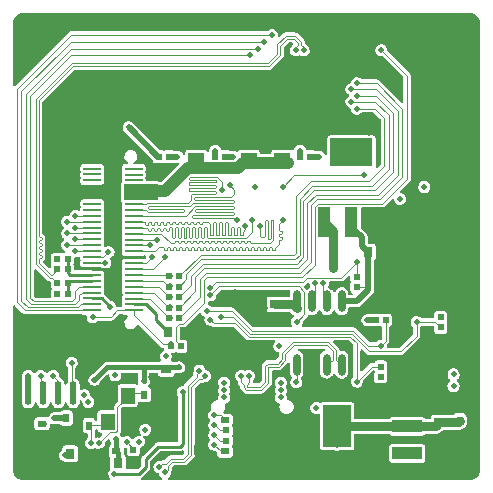
<source format=gbr>
%TF.GenerationSoftware,KiCad,Pcbnew,9.0.4*%
%TF.CreationDate,2025-09-14T02:35:36-04:00*%
%TF.ProjectId,D8X3C_Backpack_V1.0,44385833-435f-4426-9163-6b7061636b5f,rev?*%
%TF.SameCoordinates,Original*%
%TF.FileFunction,Copper,L4,Bot*%
%TF.FilePolarity,Positive*%
%FSLAX46Y46*%
G04 Gerber Fmt 4.6, Leading zero omitted, Abs format (unit mm)*
G04 Created by KiCad (PCBNEW 9.0.4) date 2025-09-14 02:35:36*
%MOMM*%
%LPD*%
G01*
G04 APERTURE LIST*
%TA.AperFunction,ComponentPad*%
%ADD10O,3.000000X3.200000*%
%TD*%
%TA.AperFunction,ComponentPad*%
%ADD11O,1.100000X2.000000*%
%TD*%
%TA.AperFunction,ComponentPad*%
%ADD12O,1.200000X1.800000*%
%TD*%
%TA.AperFunction,SMDPad,CuDef*%
%ADD13C,0.500000*%
%TD*%
%TA.AperFunction,SMDPad,CuDef*%
%ADD14R,0.540000X0.790000*%
%TD*%
%TA.AperFunction,SMDPad,CuDef*%
%ADD15R,0.565500X0.540000*%
%TD*%
%TA.AperFunction,SMDPad,CuDef*%
%ADD16R,0.540000X0.565500*%
%TD*%
%TA.AperFunction,SMDPad,CuDef*%
%ADD17R,0.790000X0.540000*%
%TD*%
%TA.AperFunction,SMDPad,CuDef*%
%ADD18R,1.350000X1.410000*%
%TD*%
%TA.AperFunction,SMDPad,CuDef*%
%ADD19R,1.500000X0.250000*%
%TD*%
%TA.AperFunction,SMDPad,CuDef*%
%ADD20R,2.000000X1.500000*%
%TD*%
%TA.AperFunction,SMDPad,CuDef*%
%ADD21R,1.200000X1.400000*%
%TD*%
%TA.AperFunction,SMDPad,CuDef*%
%ADD22R,0.800000X0.900000*%
%TD*%
%TA.AperFunction,SMDPad,CuDef*%
%ADD23R,0.900000X0.800000*%
%TD*%
%TA.AperFunction,SMDPad,CuDef*%
%ADD24O,0.574000X2.035500*%
%TD*%
%TA.AperFunction,SMDPad,CuDef*%
%ADD25O,0.630000X1.865000*%
%TD*%
%TA.AperFunction,SMDPad,CuDef*%
%ADD26R,0.800000X0.864000*%
%TD*%
%TA.AperFunction,SMDPad,CuDef*%
%ADD27R,2.500000X1.100000*%
%TD*%
%TA.AperFunction,SMDPad,CuDef*%
%ADD28R,2.340000X3.600000*%
%TD*%
%TA.AperFunction,SMDPad,CuDef*%
%ADD29R,1.100000X2.500000*%
%TD*%
%TA.AperFunction,SMDPad,CuDef*%
%ADD30R,3.600000X2.340000*%
%TD*%
%TA.AperFunction,ViaPad*%
%ADD31C,0.508000*%
%TD*%
%TA.AperFunction,Conductor*%
%ADD32C,0.102000*%
%TD*%
%TA.AperFunction,Conductor*%
%ADD33C,0.254000*%
%TD*%
%TA.AperFunction,Conductor*%
%ADD34C,0.508000*%
%TD*%
%TA.AperFunction,Conductor*%
%ADD35C,0.381000*%
%TD*%
%TA.AperFunction,Conductor*%
%ADD36C,0.762000*%
%TD*%
%TA.AperFunction,Conductor*%
%ADD37C,1.016000*%
%TD*%
%TA.AperFunction,Conductor*%
%ADD38C,0.101500*%
%TD*%
G04 APERTURE END LIST*
D10*
%TO.P,,1*%
%TO.N,GND*%
X2000000Y-2000000D03*
%TD*%
%TO.P,,1*%
%TO.N,GND*%
X38000000Y-2000000D03*
%TD*%
%TO.P,,1*%
%TO.N,GND*%
X2000000Y-38000000D03*
%TD*%
D11*
%TO.P,USB1,13*%
%TO.N,GND*%
X16185500Y-33036500D03*
D12*
%TO.N,N/C*%
X16185500Y-37236500D03*
D11*
%TO.P,USB1,14*%
%TO.N,GND*%
X24835500Y-33036500D03*
D12*
%TO.N,N/C*%
X24835500Y-37236500D03*
%TD*%
D10*
%TO.P,,1*%
%TO.N,GND*%
X38000000Y-38000000D03*
%TD*%
D13*
%TO.P,RTS#,1*%
%TO.N,$1N4130*%
X24224000Y-31479500D03*
%TD*%
D14*
%TO.P,C4,1*%
%TO.N,GND*%
X6667500Y-34062500D03*
%TO.P,C4,2*%
%TO.N,$1N3429*%
X6667500Y-35152500D03*
%TD*%
D15*
%TO.P,R37,1*%
%TO.N,KEY5*%
X13455000Y-25164500D03*
%TO.P,R37,2*%
%TO.N,$1N9780*%
X14321000Y-25164500D03*
%TD*%
D16*
%TO.P,R49,1*%
%TO.N,KEY3*%
X29337000Y-22554000D03*
%TO.P,R49,2*%
%TO.N,3V3*%
X29337000Y-23420000D03*
%TD*%
D17*
%TO.P,C9,1*%
%TO.N,3V3A*%
X8990500Y-37338000D03*
%TO.P,C9,2*%
%TO.N,GND*%
X7900500Y-37338000D03*
%TD*%
D18*
%TO.P,C32,1*%
%TO.N,GND*%
X15748000Y-10747500D03*
%TO.P,C32,2*%
%TO.N,+5V*%
X15748000Y-12747500D03*
%TD*%
D15*
%TO.P,R36,1*%
%TO.N,KEY4*%
X13455000Y-26053500D03*
%TO.P,R36,2*%
%TO.N,$1N9783*%
X14321000Y-26053500D03*
%TD*%
D19*
%TO.P,CN1,1*%
%TO.N,FPGA_TMS*%
X6949000Y-25391000D03*
%TO.P,CN1,2*%
%TO.N,FPGA_TDI*%
X6948000Y-24889000D03*
%TO.P,CN1,3*%
%TO.N,FPGA_3V3*%
X6949000Y-24389500D03*
%TO.P,CN1,4*%
%TO.N,FPGA_TDO*%
X6949000Y-23889500D03*
%TO.P,CN1,5*%
%TO.N,FPGA_TCK*%
X6949000Y-23389500D03*
%TO.P,CN1,6*%
%TO.N,FPGA_RXD*%
X6949000Y-22889500D03*
%TO.P,CN1,7*%
%TO.N,FPGA_TXD*%
X6949000Y-22389500D03*
%TO.P,CN1,8*%
%TO.N,GND*%
X6949000Y-21889500D03*
%TO.P,CN1,9*%
%TO.N,FPGA_IO3*%
X6949000Y-21389500D03*
%TO.P,CN1,10*%
%TO.N,FPGA_D7*%
X6949000Y-20889500D03*
%TO.P,CN1,11*%
%TO.N,FPGA_D6*%
X6949000Y-20389500D03*
%TO.P,CN1,12*%
%TO.N,FPGA_D5*%
X6949000Y-19889500D03*
%TO.P,CN1,13*%
%TO.N,FPGA_D4*%
X6949000Y-19389500D03*
%TO.P,CN1,14*%
%TO.N,FPGA_D3*%
X6949000Y-18889500D03*
%TO.P,CN1,15*%
%TO.N,FPGA_D2*%
X6949000Y-18389500D03*
%TO.P,CN1,16*%
%TO.N,FPGA_D1*%
X6949000Y-17889500D03*
%TO.P,CN1,17*%
%TO.N,FPGA_D0*%
X6949000Y-17389500D03*
%TO.P,CN1,18*%
%TO.N,N/C*%
X6949000Y-16889500D03*
%TO.P,CN1,19*%
X6949000Y-16389500D03*
%TO.P,CN1,20*%
%TO.N,GND*%
X6949000Y-15889500D03*
%TO.P,CN1,21*%
X6949000Y-15389500D03*
%TO.P,CN1,22*%
X6949000Y-14889500D03*
%TO.P,CN1,23*%
%TO.N,N/C*%
X6949000Y-14389500D03*
%TO.P,CN1,24*%
X6949000Y-13889500D03*
%TO.P,CN1,25*%
X6949000Y-13389500D03*
%TO.P,CN1,26*%
X10452000Y-13400500D03*
%TO.P,CN1,27*%
X10452000Y-13900500D03*
%TO.P,CN1,28*%
X10452000Y-14400500D03*
%TO.P,CN1,29*%
%TO.N,+5V*%
X10452000Y-14900500D03*
%TO.P,CN1,30*%
X10452000Y-15400500D03*
%TO.P,CN1,31*%
X10452000Y-15900500D03*
%TO.P,CN1,32*%
%TO.N,FPGA_D8*%
X10452000Y-16400500D03*
%TO.P,CN1,33*%
%TO.N,FPGA_D9*%
X10452000Y-16900500D03*
%TO.P,CN1,34*%
%TO.N,FPGA_D10*%
X10452000Y-17400500D03*
%TO.P,CN1,35*%
%TO.N,FPGA_D11*%
X10452000Y-17900500D03*
%TO.P,CN1,36*%
%TO.N,FPGA_D12*%
X10452000Y-18400500D03*
%TO.P,CN1,37*%
%TO.N,FPGA_D13*%
X10452000Y-18900500D03*
%TO.P,CN1,38*%
%TO.N,FPGA_HSYNC*%
X10452000Y-19400500D03*
%TO.P,CN1,39*%
%TO.N,FPGA_VSINC*%
X10452000Y-19900500D03*
%TO.P,CN1,40*%
%TO.N,FPGA_CLK*%
X10452000Y-20400500D03*
%TO.P,CN1,41*%
%TO.N,GND*%
X10452000Y-20900500D03*
%TO.P,CN1,42*%
%TO.N,FPGA_IO1*%
X10452000Y-21400500D03*
%TO.P,CN1,43*%
%TO.N,FPGA_IO2*%
X10452000Y-21900500D03*
%TO.P,CN1,44*%
%TO.N,KEY3*%
X10452000Y-22400000D03*
%TO.P,CN1,45*%
%TO.N,KEY2*%
X10452000Y-22900500D03*
%TO.P,CN1,46*%
%TO.N,KEY1*%
X10452000Y-23400000D03*
%TO.P,CN1,47*%
%TO.N,KEY5*%
X10452000Y-23900500D03*
%TO.P,CN1,48*%
%TO.N,KEY4*%
X10452000Y-24400000D03*
%TO.P,CN1,49*%
%TO.N,VGND*%
X10452000Y-24900500D03*
%TO.P,CN1,50*%
%TO.N,ACMP*%
X10452000Y-25400000D03*
D20*
%TO.P,CN1,51*%
%TO.N,GND*%
X8701000Y-27199000D03*
%TO.P,CN1,52*%
X8703000Y-11601000D03*
%TD*%
D21*
%TO.P,X2,1*%
%TO.N,$1N3429*%
X8249000Y-34811500D03*
%TO.P,X2,2*%
%TO.N,GND*%
X8249000Y-32611500D03*
%TO.P,X2,3*%
%TO.N,$1N3421*%
X9949000Y-32611500D03*
%TO.P,X2,4*%
%TO.N,GND*%
X9949000Y-34811500D03*
%TD*%
D17*
%TO.P,C12,1*%
%TO.N,$1N5613*%
X18187500Y-34671000D03*
%TO.P,C12,2*%
%TO.N,GND*%
X19277500Y-34671000D03*
%TD*%
D15*
%TO.P,R34,1*%
%TO.N,FPGA_RXD*%
X4859500Y-23094000D03*
%TO.P,R34,2*%
%TO.N,$1N9591*%
X3993500Y-23094000D03*
%TD*%
D22*
%TO.P,C33,1*%
%TO.N,3V3*%
X30288000Y-20447000D03*
%TO.P,C33,2*%
%TO.N,GND*%
X31688000Y-20447000D03*
%TD*%
D18*
%TO.P,C31,1*%
%TO.N,GND*%
X20193000Y-10747500D03*
%TO.P,C31,2*%
%TO.N,+5V*%
X20193000Y-12747500D03*
%TD*%
D15*
%TO.P,R4,1*%
%TO.N,$1N4042*%
X3993500Y-24041000D03*
%TO.P,R4,2*%
%TO.N,FPGA_RXD*%
X4859500Y-24041000D03*
%TD*%
%TO.P,R35,1*%
%TO.N,FPGA_TXD*%
X4859500Y-21929500D03*
%TO.P,R35,2*%
%TO.N,$1N9585*%
X3993500Y-21929500D03*
%TD*%
D14*
%TO.P,C3,1*%
%TO.N,$1N3421*%
X11366500Y-32538500D03*
%TO.P,C3,2*%
%TO.N,GND*%
X11366500Y-33628500D03*
%TD*%
D15*
%TO.P,R23,1*%
%TO.N,$1N7857*%
X17347000Y-12382500D03*
%TO.P,R23,2*%
%TO.N,3V3*%
X18213000Y-12382500D03*
%TD*%
D23*
%TO.P,C15,1*%
%TO.N,3V3*%
X22415500Y-24890500D03*
%TO.P,C15,2*%
%TO.N,GND*%
X22415500Y-26290500D03*
%TD*%
D18*
%TO.P,C30,1*%
%TO.N,GND*%
X23050500Y-10747500D03*
%TO.P,C30,2*%
%TO.N,+5V*%
X23050500Y-12747500D03*
%TD*%
D14*
%TO.P,C6,1*%
%TO.N,3V3*%
X4762500Y-34507000D03*
%TO.P,C6,2*%
%TO.N,GND*%
X4762500Y-35597000D03*
%TD*%
%TO.P,C10,1*%
%TO.N,GND*%
X38077000Y-33641000D03*
%TO.P,C10,2*%
%TO.N,3V3A*%
X38077000Y-34731000D03*
%TD*%
D24*
%TO.P,U10,1*%
%TO.N,GND*%
X1524000Y-26886500D03*
%TO.P,U10,2*%
X2794000Y-26886500D03*
%TO.P,U10,3*%
X4064000Y-26886500D03*
%TO.P,U10,4*%
X5334000Y-26886500D03*
%TO.P,U10,5*%
%TO.N,$1N5759*%
X5334000Y-32422500D03*
%TO.P,U10,6*%
%TO.N,$1N5755*%
X4064000Y-32422500D03*
%TO.P,U10,7*%
%TO.N,$1N5750*%
X2794000Y-32422500D03*
%TO.P,U10,8*%
%TO.N,3V3*%
X1524000Y-32422500D03*
%TD*%
D15*
%TO.P,R41,1*%
%TO.N,ACMP*%
X13600500Y-28448000D03*
%TO.P,R41,2*%
%TO.N,$1N9790*%
X14466500Y-28448000D03*
%TD*%
D22*
%TO.P,C19,1*%
%TO.N,1V2*%
X5078500Y-37528500D03*
%TO.P,C19,2*%
%TO.N,GND*%
X6478500Y-37528500D03*
%TD*%
D23*
%TO.P,C8,1*%
%TO.N,3V3A*%
X36337500Y-34886000D03*
%TO.P,C8,2*%
%TO.N,GND*%
X36337500Y-33486000D03*
%TD*%
D25*
%TO.P,U2,1*%
%TO.N,DP_SERIAL*%
X28067000Y-29987500D03*
%TO.P,U2,2*%
%TO.N,DN_SERIAL*%
X26797000Y-29987500D03*
%TO.P,U2,3*%
%TO.N,GND*%
X25527000Y-29987500D03*
%TO.P,U2,4*%
%TO.N,$1N4130*%
X24257000Y-29987500D03*
%TO.P,U2,5*%
%TO.N,3V3*%
X24257000Y-24622500D03*
%TO.P,U2,6*%
%TO.N,$1N4042*%
X25527000Y-24622500D03*
%TO.P,U2,7*%
%TO.N,$1N4038*%
X26797000Y-24622500D03*
%TO.P,U2,8*%
%TO.N,3V3*%
X28067000Y-24622500D03*
%TD*%
D26*
%TO.P,L3,1*%
%TO.N,VGND*%
X13333500Y-27241500D03*
%TO.P,L3,2*%
%TO.N,GND*%
X14733500Y-27241500D03*
%TD*%
D15*
%TO.P,R8,1*%
%TO.N,GND*%
X11291500Y-37211000D03*
%TO.P,R8,2*%
%TO.N,$1N5374*%
X10425500Y-37211000D03*
%TD*%
%TO.P,R40,1*%
%TO.N,KEY3*%
X13455000Y-22497500D03*
%TO.P,R40,2*%
%TO.N,$1N9771*%
X14321000Y-22497500D03*
%TD*%
D22*
%TO.P,C7,1*%
%TO.N,GND*%
X7745500Y-38354000D03*
%TO.P,C7,2*%
%TO.N,3V3A*%
X9145500Y-38354000D03*
%TD*%
D15*
%TO.P,R5,1*%
%TO.N,$1N4038*%
X3993500Y-21056500D03*
%TO.P,R5,2*%
%TO.N,FPGA_TXD*%
X4859500Y-21056500D03*
%TD*%
%TO.P,R25,1*%
%TO.N,$1N7939*%
X24522500Y-12382500D03*
%TO.P,R25,2*%
%TO.N,3V3*%
X25388500Y-12382500D03*
%TD*%
%TO.P,R21,1*%
%TO.N,$1N7724*%
X12584500Y-12382500D03*
%TO.P,R21,2*%
%TO.N,3V3*%
X13450500Y-12382500D03*
%TD*%
D17*
%TO.P,C11,1*%
%TO.N,$1N5608*%
X18187500Y-37338000D03*
%TO.P,C11,2*%
%TO.N,GND*%
X19277500Y-37338000D03*
%TD*%
D15*
%TO.P,R9,1*%
%TO.N,GND*%
X19165500Y-36449000D03*
%TO.P,R9,2*%
%TO.N,$1N5907*%
X18299500Y-36449000D03*
%TD*%
D16*
%TO.P,R30,1*%
%TO.N,KEY1*%
X36449000Y-26849000D03*
%TO.P,R30,2*%
%TO.N,3V3*%
X36449000Y-25983000D03*
%TD*%
D27*
%TO.P,U4,1*%
%TO.N,GND*%
X33617500Y-32902000D03*
%TO.P,U4,2*%
%TO.N,3V3A*%
X33617500Y-35202000D03*
%TO.P,U4,3*%
%TO.N,+5V*%
X33617500Y-37502000D03*
D28*
%TO.P,U4,4*%
%TO.N,3V3A*%
X27677500Y-35202000D03*
%TD*%
D16*
%TO.P,R53,1*%
%TO.N,KEY4*%
X31369000Y-30174000D03*
%TO.P,R53,2*%
%TO.N,3V3*%
X31369000Y-31040000D03*
%TD*%
D17*
%TO.P,C20,1*%
%TO.N,GND*%
X1614000Y-34988500D03*
%TO.P,C20,2*%
%TO.N,1V2*%
X2704000Y-34988500D03*
%TD*%
D15*
%TO.P,R10,1*%
%TO.N,GND*%
X19160500Y-35564000D03*
%TO.P,R10,2*%
%TO.N,$1N5892*%
X18294500Y-35564000D03*
%TD*%
%TO.P,R39,1*%
%TO.N,KEY2*%
X13455000Y-23386500D03*
%TO.P,R39,2*%
%TO.N,$1N9774*%
X14321000Y-23386500D03*
%TD*%
D23*
%TO.P,C17,1*%
%TO.N,GND*%
X13208000Y-31751500D03*
%TO.P,C17,2*%
%TO.N,3V3*%
X13208000Y-30351500D03*
%TD*%
D29*
%TO.P,U11,1*%
%TO.N,GND*%
X31192500Y-17956000D03*
%TO.P,U11,2*%
%TO.N,3V3*%
X28892500Y-17956000D03*
%TO.P,U11,3*%
%TO.N,+5V*%
X26592500Y-17956000D03*
D30*
%TO.P,U11,4*%
%TO.N,3V3*%
X28892500Y-12016000D03*
%TD*%
D15*
%TO.P,R57,1*%
%TO.N,KEY5*%
X31802000Y-26225500D03*
%TO.P,R57,2*%
%TO.N,3V3*%
X30936000Y-26225500D03*
%TD*%
%TO.P,R38,1*%
%TO.N,KEY1*%
X13455000Y-24275500D03*
%TO.P,R38,2*%
%TO.N,$1N9777*%
X14321000Y-24275500D03*
%TD*%
D31*
%TO.N,ACMP*%
X6985000Y-25971500D03*
X13582000Y-28276000D03*
%TO.N,VGND*%
X13335000Y-27430500D03*
%TO.N,KEY4*%
X16954500Y-26173500D03*
X29334000Y-31432500D03*
X13488500Y-26035000D03*
%TO.N,KEY5*%
X31369000Y-28419500D03*
X31802000Y-26225500D03*
X13488500Y-25146000D03*
X16637000Y-25450000D03*
%TO.N,KEY1*%
X13488500Y-24257000D03*
X34414000Y-26384500D03*
X17843500Y-25933000D03*
%TO.N,KEY2*%
X24254000Y-26384500D03*
X16954500Y-24130000D03*
X13488500Y-23368000D03*
%TO.N,KEY3*%
X13488500Y-22479000D03*
X29334000Y-21336000D03*
X16951000Y-23470000D03*
%TO.N,FPGA_IO2*%
X13081000Y-20891500D03*
%TO.N,FPGA_IO1*%
X12001500Y-20891500D03*
%TO.N,FPGA_CLK*%
X23063000Y-17780000D03*
%TO.N,FPGA_VSINC*%
X11811000Y-19900500D03*
%TO.N,FPGA_HSYNC*%
X12446000Y-19400500D03*
%TO.N,FPGA_D13*%
X21145500Y-18224500D03*
%TO.N,FPGA_D12*%
X20510500Y-17780000D03*
%TO.N,FPGA_D11*%
X19883000Y-18224500D03*
%TO.N,FPGA_D10*%
X19240500Y-17780000D03*
%TO.N,FPGA_D9*%
X18577000Y-14824000D03*
%TO.N,FPGA_D8*%
X17933000Y-15176500D03*
%TO.N,FPGA_D0*%
X5524500Y-17399000D03*
%TO.N,FPGA_D1*%
X4826000Y-17889500D03*
%TO.N,FPGA_D2*%
X5524500Y-18389500D03*
%TO.N,FPGA_D3*%
X4826000Y-18889500D03*
%TO.N,FPGA_D4*%
X5524500Y-19367500D03*
%TO.N,FPGA_D5*%
X4826000Y-19889500D03*
%TO.N,FPGA_D6*%
X5524500Y-20389500D03*
%TO.N,FPGA_D7*%
X8323000Y-20460500D03*
%TO.N,FPGA_IO3*%
X8064500Y-21389500D03*
%TO.N,FPGA_TCK*%
X20320000Y-3810000D03*
%TO.N,FPGA_TDO*%
X20942500Y-3238500D03*
%TO.N,FPGA_TDI*%
X21526500Y-2667000D03*
%TO.N,FPGA_TMS*%
X22161500Y-2095500D03*
%TO.N,GND*%
X35918000Y-14242000D03*
X20891500Y-24638000D03*
X6667500Y-34127500D03*
X15811500Y-10160000D03*
X24701500Y-9398000D03*
X8249000Y-32611500D03*
X35918000Y-9162000D03*
X23750000Y-4024000D03*
X1016000Y-35750500D03*
X11811000Y-36512500D03*
X30391000Y-5397500D03*
X13906500Y-39179500D03*
X35918000Y-19322000D03*
X27178000Y-23393000D03*
X16510000Y-31686500D03*
X3238500Y-21056500D03*
X5438000Y-9162000D03*
X20678000Y-34562000D03*
X35918000Y-4082000D03*
X12503500Y-37909500D03*
X30391000Y-4661000D03*
X20383500Y-28638500D03*
X30838000Y-4082000D03*
X35918000Y-24402000D03*
X8763000Y-21922500D03*
X3746500Y-35540000D03*
X6451500Y-30940000D03*
X25844500Y-9334500D03*
X10096500Y-27305000D03*
X19050000Y-23876000D03*
X29718000Y-9334500D03*
X30988000Y-9334500D03*
X25758000Y-34562000D03*
X7493000Y-35941000D03*
X23114000Y-11309500D03*
X25146000Y-23393000D03*
X7302500Y-27738000D03*
X16065500Y-29146500D03*
X9271000Y-24130000D03*
X11430000Y-33438000D03*
X35918000Y-29482000D03*
X30353000Y-10350500D03*
X15811500Y-11303000D03*
X15310000Y-30506000D03*
X9949000Y-34430500D03*
X23114000Y-10096500D03*
X22415500Y-26290500D03*
X25270000Y-4032500D03*
X5905500Y-38989000D03*
X2017000Y-35750500D03*
X11896000Y-31066000D03*
X18934500Y-30030500D03*
X3238500Y-24066500D03*
X21559500Y-25209500D03*
%TO.N,$1N3421*%
X7518000Y-36643500D03*
%TO.N,$1N3429*%
X6858000Y-36639500D03*
%TO.N,3V3*%
X31369000Y-30999500D03*
X7136000Y-31280500D03*
X14287500Y-30226000D03*
X26162000Y-12382500D03*
X30226000Y-12446000D03*
X28702000Y-12065000D03*
X3746500Y-34544000D03*
X1524000Y-30924500D03*
X14160500Y-12382500D03*
X35052000Y-14959500D03*
X30289500Y-20448500D03*
X37539500Y-31813500D03*
X27495500Y-12885500D03*
X29337000Y-24638000D03*
X22796500Y-28431500D03*
X11317000Y-31420500D03*
X27495500Y-12065000D03*
X30237500Y-26225500D03*
X24257000Y-25206000D03*
X18859500Y-12382500D03*
X33020000Y-15960500D03*
X37539500Y-30819000D03*
X25903000Y-33642500D03*
X29692000Y-12928000D03*
X36449000Y-25983000D03*
X10894000Y-36512500D03*
X24257000Y-24066500D03*
%TO.N,$1N4042*%
X3993500Y-24041000D03*
X25843000Y-23101500D03*
%TO.N,$1N4038*%
X26503000Y-23101500D03*
X3993500Y-21056500D03*
%TO.N,$1N5374*%
X9874500Y-36544500D03*
%TO.N,DP_SERIAL*%
X20213500Y-30950000D03*
%TO.N,DN_SERIAL*%
X19553500Y-30951000D03*
%TO.N,DP_ADC*%
X13103500Y-39126500D03*
X16495000Y-30973000D03*
%TO.N,DN_ADC*%
X16028000Y-30506000D03*
X12636500Y-38660000D03*
%TO.N,+5V*%
X20924000Y-12954000D03*
X22640000Y-12954000D03*
X27305000Y-21780500D03*
X22918500Y-31530500D03*
X21782000Y-12954000D03*
X22911000Y-32766000D03*
X22923500Y-32158500D03*
X6286500Y-32575500D03*
X23498000Y-12954000D03*
X18110500Y-31528000D03*
X27305000Y-21001500D03*
X27305000Y-20268000D03*
X33757500Y-37528500D03*
X33083500Y-37528500D03*
X18110000Y-32766000D03*
X20066000Y-12954000D03*
X18110500Y-32156000D03*
X34417000Y-37528500D03*
%TO.N,3V3A*%
X27677500Y-35202000D03*
X13164000Y-29273500D03*
X27677500Y-35958000D03*
X32733000Y-35202000D03*
X8894000Y-30899500D03*
X6626000Y-33169000D03*
X11430000Y-35496500D03*
X8927000Y-36254500D03*
X27677500Y-36772500D03*
%TO.N,$1N5907*%
X17273500Y-35948500D03*
%TO.N,$1N5892*%
X17272000Y-35115500D03*
%TO.N,$1N5759*%
X5207000Y-29845000D03*
%TO.N,$1N5755*%
X3619500Y-30924500D03*
%TO.N,1V2A*%
X8826500Y-39243000D03*
X14592500Y-32327500D03*
%TO.N,$1N5750*%
X2603500Y-30924500D03*
%TO.N,1V2*%
X2857500Y-35014000D03*
X4635500Y-37682000D03*
%TO.N,$1N5608*%
X17272000Y-36766500D03*
%TO.N,$1N5613*%
X17272000Y-34290000D03*
%TO.N,1V8*%
X20701000Y-14922500D03*
%TO.N,$1N7724*%
X10033000Y-9893500D03*
%TO.N,$1N8034*%
X23114000Y-14922500D03*
X29972000Y-13970000D03*
%TO.N,$1N7857*%
X17347000Y-11886000D03*
%TO.N,$1N7939*%
X24522500Y-11874500D03*
%TO.N,$1N9790*%
X31432500Y-3365500D03*
%TO.N,$1N9783*%
X29337000Y-6159500D03*
%TO.N,$1N9780*%
X28892500Y-6667500D03*
%TO.N,$1N9777*%
X29337000Y-7239000D03*
%TO.N,$1N9774*%
X28892500Y-7747000D03*
%TO.N,$1N9771*%
X29337000Y-8318500D03*
%TO.N,$1N9591*%
X24841000Y-3391500D03*
%TO.N,$1N9585*%
X24181000Y-3391500D03*
%TO.N,FPGA_3V3*%
X8445500Y-25082500D03*
%TD*%
D32*
%TO.N,ACMP*%
X9080500Y-25400000D02*
X8509000Y-25971500D01*
X10452000Y-25780500D02*
X12947500Y-28276000D01*
X8509000Y-25971500D02*
X6985000Y-25971500D01*
X10452000Y-25400000D02*
X10452000Y-25780500D01*
X12947500Y-28276000D02*
X13582000Y-28276000D01*
X10452000Y-25400000D02*
X9080500Y-25400000D01*
D33*
%TO.N,VGND*%
X12319000Y-25717500D02*
X11502000Y-24900500D01*
X13335000Y-27241500D02*
X12319000Y-26225500D01*
X12319000Y-26225500D02*
X12319000Y-25717500D01*
X13335000Y-27430500D02*
X13335000Y-27241500D01*
X11502000Y-24900500D02*
X10452000Y-24900500D01*
D32*
%TO.N,KEY4*%
X29334000Y-31432500D02*
X30592500Y-30174000D01*
X20193000Y-27622500D02*
X28765500Y-27622500D01*
X10452000Y-24400000D02*
X11802000Y-24400000D01*
X17260500Y-26479500D02*
X19050000Y-26479500D01*
X30592500Y-30174000D02*
X31369000Y-30174000D01*
X16954500Y-26173500D02*
X17260500Y-26479500D01*
X19050000Y-26479500D02*
X20193000Y-27622500D01*
X29334000Y-28191000D02*
X29334000Y-31432500D01*
X28765500Y-27622500D02*
X29334000Y-28191000D01*
X11802000Y-24400000D02*
X13455000Y-26053500D01*
%TO.N,KEY5*%
X31802000Y-27986500D02*
X31802000Y-26225500D01*
X31369000Y-28419500D02*
X31802000Y-27986500D01*
X12191000Y-23900500D02*
X13455000Y-25164500D01*
X18796000Y-25463500D02*
X16650500Y-25463500D01*
X16650500Y-25463500D02*
X16637000Y-25450000D01*
X10452000Y-23900500D02*
X12191000Y-23900500D01*
X30324500Y-28419500D02*
X29019500Y-27114500D01*
X29019500Y-27114500D02*
X20447000Y-27114500D01*
X20447000Y-27114500D02*
X18796000Y-25463500D01*
X31369000Y-28419500D02*
X30324500Y-28419500D01*
%TO.N,KEY1*%
X10452000Y-23400000D02*
X12580000Y-23400000D01*
X34414000Y-27562000D02*
X34414000Y-26384500D01*
X28906000Y-27382000D02*
X30400500Y-28876500D01*
X36449000Y-26849000D02*
X35984500Y-26384500D01*
X30400500Y-28876500D02*
X33099500Y-28876500D01*
X20333500Y-27382000D02*
X28906000Y-27382000D01*
X35984500Y-26384500D02*
X34414000Y-26384500D01*
X12580000Y-23400000D02*
X13455000Y-24275500D01*
X33099500Y-28876500D02*
X34414000Y-27562000D01*
X17843500Y-25933000D02*
X18884500Y-25933000D01*
X18884500Y-25933000D02*
X20333500Y-27382000D01*
%TO.N,KEY2*%
X24254000Y-26384500D02*
X24892000Y-25746000D01*
X17716500Y-23368000D02*
X16954500Y-24130000D01*
X24447500Y-23368000D02*
X17716500Y-23368000D01*
X10452000Y-22900500D02*
X12969000Y-22900500D01*
X12969000Y-22900500D02*
X13455000Y-23386500D01*
X24892000Y-23812500D02*
X24447500Y-23368000D01*
X24892000Y-25746000D02*
X24892000Y-23812500D01*
%TO.N,KEY3*%
X28025500Y-22644500D02*
X29334000Y-21336000D01*
X25171000Y-22644500D02*
X28025500Y-22644500D01*
X10452000Y-22400000D02*
X13358000Y-22400000D01*
X29334000Y-21336000D02*
X29337000Y-21339000D01*
X16951000Y-23470000D02*
X17434000Y-22987000D01*
X13358000Y-22400000D02*
X13455000Y-22497500D01*
X17434000Y-22987000D02*
X24828500Y-22987000D01*
X24828500Y-22987000D02*
X25171000Y-22644500D01*
X29337000Y-21339000D02*
X29337000Y-22554000D01*
%TO.N,FPGA_IO2*%
X12072000Y-21900500D02*
X13081000Y-20891500D01*
X10452000Y-21900500D02*
X12072000Y-21900500D01*
%TO.N,FPGA_IO1*%
X11493000Y-21400000D02*
X12001500Y-20891500D01*
X10452000Y-21400000D02*
X11493000Y-21400000D01*
%TO.N,FPGA_CLK*%
X14296500Y-20138000D02*
X14368500Y-20066000D01*
X17780000Y-20320000D02*
X17852500Y-20248000D01*
X21988500Y-20066000D02*
X22098000Y-20066000D01*
X16510000Y-20066000D02*
X16582500Y-20138000D01*
X19122500Y-20138000D02*
X19122500Y-20248000D01*
X19884500Y-20248000D02*
X19884500Y-20138000D01*
X20464500Y-20066000D02*
X20574000Y-20066000D01*
X22915000Y-18897500D02*
X22987000Y-18825500D01*
X15058500Y-20248000D02*
X15130500Y-20320000D01*
X15494000Y-20066000D02*
X15566500Y-20138000D01*
X16146500Y-20320000D02*
X16256000Y-20320000D01*
X22170500Y-20248000D02*
X22242500Y-20320000D01*
X20900500Y-20138000D02*
X20972500Y-20066000D01*
X15058500Y-20138000D02*
X15058500Y-20248000D01*
X17598500Y-20138000D02*
X17598500Y-20248000D01*
X17852500Y-20138000D02*
X17924500Y-20066000D01*
X20138500Y-20138000D02*
X20138500Y-20248000D01*
X15892500Y-20066000D02*
X16002000Y-20066000D01*
X22987000Y-19223500D02*
X22915000Y-19151500D01*
X21916500Y-20248000D02*
X21916500Y-20138000D01*
X21734500Y-20320000D02*
X21844000Y-20320000D01*
X21082000Y-20066000D02*
X21154500Y-20138000D01*
X17090500Y-20248000D02*
X17162500Y-20320000D01*
X17162500Y-20320000D02*
X17272000Y-20320000D01*
X13098500Y-20320000D02*
X13208000Y-20320000D01*
X20320000Y-20320000D02*
X20392500Y-20248000D01*
X18868500Y-20138000D02*
X18940500Y-20066000D01*
X21662500Y-20138000D02*
X21662500Y-20248000D01*
X17344500Y-20138000D02*
X17416500Y-20066000D01*
X21154500Y-20138000D02*
X21154500Y-20248000D01*
X10452000Y-20400500D02*
X12238500Y-20400500D01*
X18360500Y-20248000D02*
X18360500Y-20138000D01*
X22987000Y-18825500D02*
X22987000Y-18715500D01*
X15638500Y-20320000D02*
X15748000Y-20320000D01*
X21480500Y-20066000D02*
X21590000Y-20066000D01*
X18360500Y-20138000D02*
X18432500Y-20066000D01*
X13788500Y-20248000D02*
X13788500Y-20138000D01*
X21336000Y-20320000D02*
X21408500Y-20248000D01*
X21916500Y-20138000D02*
X21988500Y-20066000D01*
X22242500Y-20320000D02*
X22352000Y-20320000D01*
X22796500Y-18969500D02*
X22868500Y-18897500D01*
X14876500Y-20066000D02*
X14986000Y-20066000D01*
X13026500Y-20138000D02*
X13026500Y-20248000D01*
X17018000Y-20066000D02*
X17090500Y-20138000D01*
X13026500Y-20248000D02*
X13098500Y-20320000D01*
X16908500Y-20066000D02*
X17018000Y-20066000D01*
X18542000Y-20066000D02*
X18614500Y-20138000D01*
X22915000Y-19405500D02*
X22987000Y-19333500D01*
X22796500Y-18571500D02*
X22796500Y-18046500D01*
X13280500Y-20138000D02*
X13352500Y-20066000D01*
X20138500Y-20248000D02*
X20210500Y-20320000D01*
X16764000Y-20320000D02*
X16836500Y-20248000D01*
X20066000Y-20066000D02*
X20138500Y-20138000D01*
X22987000Y-19333500D02*
X22987000Y-19223500D01*
X22098000Y-20066000D02*
X22170500Y-20138000D01*
X16836500Y-20138000D02*
X16908500Y-20066000D01*
X14224000Y-20320000D02*
X14296500Y-20248000D01*
X15130500Y-20320000D02*
X15240000Y-20320000D01*
X21844000Y-20320000D02*
X21916500Y-20248000D01*
X15312500Y-20138000D02*
X15384500Y-20066000D01*
X18940500Y-20066000D02*
X19050000Y-20066000D01*
X13534500Y-20248000D02*
X13606500Y-20320000D01*
X20646500Y-20248000D02*
X20718500Y-20320000D01*
X14114500Y-20320000D02*
X14224000Y-20320000D01*
X20718500Y-20320000D02*
X20828000Y-20320000D01*
X19884500Y-20138000D02*
X19956500Y-20066000D01*
X19304000Y-20320000D02*
X19376500Y-20248000D01*
X20392500Y-20138000D02*
X20464500Y-20066000D01*
X19630500Y-20138000D02*
X19630500Y-20248000D01*
X21408500Y-20248000D02*
X21408500Y-20138000D01*
X19050000Y-20066000D02*
X19122500Y-20138000D01*
X13352500Y-20066000D02*
X13462000Y-20066000D01*
X14296500Y-20248000D02*
X14296500Y-20138000D01*
X22868500Y-18897500D02*
X22915000Y-18897500D01*
X22868500Y-18643500D02*
X22796500Y-18571500D01*
X15820500Y-20138000D02*
X15892500Y-20066000D01*
X18106500Y-20248000D02*
X18178500Y-20320000D01*
X13534500Y-20138000D02*
X13534500Y-20248000D01*
X20574000Y-20066000D02*
X20646500Y-20138000D01*
X14622500Y-20320000D02*
X14732000Y-20320000D01*
X22352000Y-20320000D02*
X22424500Y-20248000D01*
X16002000Y-20066000D02*
X16074500Y-20138000D01*
X19448500Y-20066000D02*
X19558000Y-20066000D01*
X13788500Y-20138000D02*
X13860500Y-20066000D01*
X22424500Y-20248000D02*
X22424500Y-20138000D01*
X18432500Y-20066000D02*
X18542000Y-20066000D01*
X15566500Y-20248000D02*
X15638500Y-20320000D01*
X16654500Y-20320000D02*
X16764000Y-20320000D01*
X22170500Y-20138000D02*
X22170500Y-20248000D01*
X16836500Y-20248000D02*
X16836500Y-20138000D01*
X17090500Y-20138000D02*
X17090500Y-20248000D01*
X19956500Y-20066000D02*
X20066000Y-20066000D01*
X16582500Y-20138000D02*
X16582500Y-20248000D01*
X19812000Y-20320000D02*
X19884500Y-20248000D01*
X18106500Y-20138000D02*
X18106500Y-20248000D01*
X16328500Y-20248000D02*
X16328500Y-20138000D01*
X18178500Y-20320000D02*
X18288000Y-20320000D01*
X14478000Y-20066000D02*
X14550500Y-20138000D01*
X14804500Y-20138000D02*
X14876500Y-20066000D01*
X21226500Y-20320000D02*
X21336000Y-20320000D01*
X17852500Y-20248000D02*
X17852500Y-20138000D01*
X22796500Y-18046500D02*
X23063000Y-17780000D01*
X14550500Y-20138000D02*
X14550500Y-20248000D01*
X18868500Y-20248000D02*
X18868500Y-20138000D01*
X14732000Y-20320000D02*
X14804500Y-20248000D01*
X22915000Y-19151500D02*
X22868500Y-19151500D01*
X19702500Y-20320000D02*
X19812000Y-20320000D01*
X22868500Y-19151500D02*
X22796500Y-19079500D01*
X19122500Y-20248000D02*
X19194500Y-20320000D01*
X19376500Y-20248000D02*
X19376500Y-20138000D01*
X14804500Y-20248000D02*
X14804500Y-20138000D01*
X21154500Y-20248000D02*
X21226500Y-20320000D01*
X19630500Y-20248000D02*
X19702500Y-20320000D01*
X17272000Y-20320000D02*
X17344500Y-20248000D01*
X17670500Y-20320000D02*
X17780000Y-20320000D01*
X20646500Y-20138000D02*
X20646500Y-20248000D01*
X12954000Y-20066000D02*
X13026500Y-20138000D01*
X22424500Y-20138000D02*
X22796500Y-19766000D01*
X16328500Y-20138000D02*
X16400500Y-20066000D01*
X16400500Y-20066000D02*
X16510000Y-20066000D01*
X13280500Y-20248000D02*
X13280500Y-20138000D01*
X14042500Y-20138000D02*
X14042500Y-20248000D01*
X22796500Y-19477500D02*
X22868500Y-19405500D01*
X21408500Y-20138000D02*
X21480500Y-20066000D01*
X22868500Y-19405500D02*
X22915000Y-19405500D01*
X20210500Y-20320000D02*
X20320000Y-20320000D01*
X13716000Y-20320000D02*
X13788500Y-20248000D01*
X13860500Y-20066000D02*
X13970000Y-20066000D01*
X18288000Y-20320000D02*
X18360500Y-20248000D01*
X12238500Y-20400500D02*
X12573000Y-20066000D01*
X18614500Y-20138000D02*
X18614500Y-20248000D01*
X15566500Y-20138000D02*
X15566500Y-20248000D01*
X15240000Y-20320000D02*
X15312500Y-20248000D01*
X16582500Y-20248000D02*
X16654500Y-20320000D01*
X17344500Y-20248000D02*
X17344500Y-20138000D01*
X13462000Y-20066000D02*
X13534500Y-20138000D01*
X22987000Y-18715500D02*
X22915000Y-18643500D01*
X19558000Y-20066000D02*
X19630500Y-20138000D01*
X15384500Y-20066000D02*
X15494000Y-20066000D01*
X21590000Y-20066000D02*
X21662500Y-20138000D01*
X19194500Y-20320000D02*
X19304000Y-20320000D01*
X20900500Y-20248000D02*
X20900500Y-20138000D01*
X20972500Y-20066000D02*
X21082000Y-20066000D01*
X14368500Y-20066000D02*
X14478000Y-20066000D01*
X14042500Y-20248000D02*
X14114500Y-20320000D01*
X15820500Y-20248000D02*
X15820500Y-20138000D01*
X22796500Y-19079500D02*
X22796500Y-18969500D01*
X13208000Y-20320000D02*
X13280500Y-20248000D01*
X17598500Y-20248000D02*
X17670500Y-20320000D01*
X17924500Y-20066000D02*
X18034000Y-20066000D01*
X18034000Y-20066000D02*
X18106500Y-20138000D01*
X14986000Y-20066000D02*
X15058500Y-20138000D01*
X19376500Y-20138000D02*
X19448500Y-20066000D01*
X18796000Y-20320000D02*
X18868500Y-20248000D01*
X20392500Y-20248000D02*
X20392500Y-20138000D01*
X17416500Y-20066000D02*
X17526000Y-20066000D01*
X15312500Y-20248000D02*
X15312500Y-20138000D01*
X18614500Y-20248000D02*
X18686500Y-20320000D01*
X13606500Y-20320000D02*
X13716000Y-20320000D01*
X12573000Y-20066000D02*
X12954000Y-20066000D01*
X13970000Y-20066000D02*
X14042500Y-20138000D01*
X20828000Y-20320000D02*
X20900500Y-20248000D01*
X14550500Y-20248000D02*
X14622500Y-20320000D01*
X16074500Y-20138000D02*
X16074500Y-20248000D01*
X22796500Y-19766000D02*
X22796500Y-19477500D01*
X18686500Y-20320000D02*
X18796000Y-20320000D01*
X15748000Y-20320000D02*
X15820500Y-20248000D01*
X17526000Y-20066000D02*
X17598500Y-20138000D01*
X21662500Y-20248000D02*
X21734500Y-20320000D01*
X22915000Y-18643500D02*
X22868500Y-18643500D01*
X16074500Y-20248000D02*
X16146500Y-20320000D01*
X16256000Y-20320000D02*
X16328500Y-20248000D01*
%TO.N,FPGA_VSINC*%
X10452000Y-19900500D02*
X11811000Y-19900500D01*
%TO.N,FPGA_HSYNC*%
X10452000Y-19400500D02*
X12446000Y-19400500D01*
%TO.N,FPGA_D13*%
X22288500Y-19431000D02*
X22034500Y-19685000D01*
X14944000Y-19566500D02*
X14944000Y-19613000D01*
X17992000Y-19566500D02*
X17992000Y-19613000D01*
X17048000Y-19494500D02*
X16976000Y-19566500D01*
X15452000Y-19613000D02*
X15379500Y-19685000D01*
X15452000Y-19566500D02*
X15452000Y-19613000D01*
X15125500Y-19494500D02*
X15016000Y-19494500D01*
X15960000Y-19613000D02*
X15887500Y-19685000D01*
X18500000Y-19566500D02*
X18500000Y-19613000D01*
X19189500Y-19494500D02*
X19080000Y-19494500D01*
X21796000Y-17843500D02*
X21796000Y-19304000D01*
X18754000Y-19613000D02*
X18754000Y-19566500D01*
X18246000Y-19566500D02*
X18173500Y-19494500D01*
X22034500Y-19685000D02*
X20350000Y-19685000D01*
X16722000Y-19613000D02*
X16722000Y-19566500D01*
X19770000Y-19566500D02*
X19697500Y-19494500D01*
X21217500Y-19185500D02*
X21463000Y-19185500D01*
X20278000Y-19566500D02*
X20205500Y-19494500D01*
X20205500Y-19494500D02*
X20096000Y-19494500D01*
X17157500Y-19494500D02*
X17048000Y-19494500D01*
X18064000Y-19494500D02*
X17992000Y-19566500D01*
X21970000Y-19376000D02*
X22042500Y-19304000D01*
X18681500Y-19494500D02*
X18572000Y-19494500D01*
X15198000Y-19613000D02*
X15198000Y-19566500D01*
X14690000Y-19613000D02*
X14690000Y-19566500D01*
X18318000Y-19685000D02*
X18246000Y-19613000D01*
X15778000Y-19685000D02*
X15706000Y-19613000D01*
X20278000Y-19613000D02*
X20278000Y-19566500D01*
X21796000Y-19304000D02*
X21868000Y-19376000D01*
X15706000Y-19613000D02*
X15706000Y-19566500D01*
X19697500Y-19494500D02*
X19588000Y-19494500D01*
X17810000Y-19685000D02*
X17738000Y-19613000D01*
X22288500Y-17852000D02*
X22288500Y-19431000D01*
X15016000Y-19494500D02*
X14944000Y-19566500D01*
X21724000Y-17771500D02*
X21796000Y-17843500D01*
X18500000Y-19613000D02*
X18427500Y-19685000D01*
X21868000Y-19376000D02*
X21970000Y-19376000D01*
X22042500Y-17852000D02*
X22114500Y-17780000D01*
X18572000Y-19494500D02*
X18500000Y-19566500D01*
X13589000Y-19685000D02*
X12804500Y-18900500D01*
X14000000Y-19494500D02*
X13928000Y-19566500D01*
X19516000Y-19613000D02*
X19443500Y-19685000D01*
X21550000Y-17843500D02*
X21622000Y-17771500D01*
X17230000Y-19566500D02*
X17157500Y-19494500D01*
X17665500Y-19494500D02*
X17556000Y-19494500D01*
X19842000Y-19685000D02*
X19770000Y-19613000D01*
X15706000Y-19566500D02*
X15633500Y-19494500D01*
X16395500Y-19685000D02*
X16286000Y-19685000D01*
X21145500Y-18224500D02*
X21145500Y-19113500D01*
X22114500Y-17780000D02*
X22216500Y-17780000D01*
X15379500Y-19685000D02*
X15270000Y-19685000D01*
X19588000Y-19494500D02*
X19516000Y-19566500D01*
X16540000Y-19494500D02*
X16468000Y-19566500D01*
X13855500Y-19685000D02*
X13589000Y-19685000D01*
X16468000Y-19566500D02*
X16468000Y-19613000D01*
X17738000Y-19566500D02*
X17665500Y-19494500D01*
X19443500Y-19685000D02*
X19334000Y-19685000D01*
X21145500Y-19113500D02*
X21217500Y-19185500D01*
X14944000Y-19613000D02*
X14871500Y-19685000D01*
X15960000Y-19566500D02*
X15960000Y-19613000D01*
X17484000Y-19566500D02*
X17484000Y-19613000D01*
X19262000Y-19566500D02*
X19189500Y-19494500D01*
X21622000Y-17771500D02*
X21724000Y-17771500D01*
X16468000Y-19613000D02*
X16395500Y-19685000D01*
X17738000Y-19613000D02*
X17738000Y-19566500D01*
X20096000Y-19494500D02*
X20024000Y-19566500D01*
X19516000Y-19566500D02*
X19516000Y-19613000D01*
X15633500Y-19494500D02*
X15524000Y-19494500D01*
X16903500Y-19685000D02*
X16794000Y-19685000D01*
X16649500Y-19494500D02*
X16540000Y-19494500D01*
X13928000Y-19613000D02*
X13855500Y-19685000D01*
X14436000Y-19613000D02*
X14363500Y-19685000D01*
X21463000Y-19185500D02*
X21550000Y-19099000D01*
X19080000Y-19494500D02*
X19008000Y-19566500D01*
X16214000Y-19613000D02*
X16214000Y-19566500D01*
X15887500Y-19685000D02*
X15778000Y-19685000D01*
X14690000Y-19566500D02*
X14617500Y-19494500D01*
X15198000Y-19566500D02*
X15125500Y-19494500D01*
X12804500Y-18900500D02*
X10452000Y-18900500D01*
X16794000Y-19685000D02*
X16722000Y-19613000D01*
X16976000Y-19566500D02*
X16976000Y-19613000D01*
X20350000Y-19685000D02*
X20278000Y-19613000D01*
X14254000Y-19685000D02*
X14182000Y-19613000D01*
X19262000Y-19613000D02*
X19262000Y-19566500D01*
X14617500Y-19494500D02*
X14508000Y-19494500D01*
X16032000Y-19494500D02*
X15960000Y-19566500D01*
X17230000Y-19613000D02*
X17230000Y-19566500D01*
X16286000Y-19685000D02*
X16214000Y-19613000D01*
X17411500Y-19685000D02*
X17302000Y-19685000D01*
X16214000Y-19566500D02*
X16141500Y-19494500D01*
X14109500Y-19494500D02*
X14000000Y-19494500D01*
X13928000Y-19566500D02*
X13928000Y-19613000D01*
X19770000Y-19613000D02*
X19770000Y-19566500D01*
X14871500Y-19685000D02*
X14762000Y-19685000D01*
X16976000Y-19613000D02*
X16903500Y-19685000D01*
X16722000Y-19566500D02*
X16649500Y-19494500D01*
X20024000Y-19613000D02*
X19951500Y-19685000D01*
X14182000Y-19613000D02*
X14182000Y-19566500D01*
X17556000Y-19494500D02*
X17484000Y-19566500D01*
X14436000Y-19566500D02*
X14436000Y-19613000D01*
X21550000Y-19099000D02*
X21550000Y-17843500D01*
X19008000Y-19613000D02*
X18935500Y-19685000D01*
X22042500Y-19304000D02*
X22042500Y-17852000D01*
X18935500Y-19685000D02*
X18826000Y-19685000D01*
X18754000Y-19566500D02*
X18681500Y-19494500D01*
X14363500Y-19685000D02*
X14254000Y-19685000D01*
X17992000Y-19613000D02*
X17919500Y-19685000D01*
X15270000Y-19685000D02*
X15198000Y-19613000D01*
X17919500Y-19685000D02*
X17810000Y-19685000D01*
X17302000Y-19685000D02*
X17230000Y-19613000D01*
X22216500Y-17780000D02*
X22288500Y-17852000D01*
X18427500Y-19685000D02*
X18318000Y-19685000D01*
X20024000Y-19566500D02*
X20024000Y-19613000D01*
X18246000Y-19613000D02*
X18246000Y-19566500D01*
X19951500Y-19685000D02*
X19842000Y-19685000D01*
X19008000Y-19566500D02*
X19008000Y-19613000D01*
X18826000Y-19685000D02*
X18754000Y-19613000D01*
X18173500Y-19494500D02*
X18064000Y-19494500D01*
X15524000Y-19494500D02*
X15452000Y-19566500D01*
X14762000Y-19685000D02*
X14690000Y-19613000D01*
X16141500Y-19494500D02*
X16032000Y-19494500D01*
X14182000Y-19566500D02*
X14109500Y-19494500D01*
X17484000Y-19613000D02*
X17411500Y-19685000D01*
X14508000Y-19494500D02*
X14436000Y-19566500D01*
X19334000Y-19685000D02*
X19262000Y-19613000D01*
%TO.N,FPGA_D12*%
X12908000Y-18594500D02*
X12908000Y-18472500D01*
X12908000Y-18472500D02*
X12980500Y-18400500D01*
X15487000Y-18343000D02*
X15589000Y-18343000D01*
X14685500Y-18415000D02*
X14685500Y-19177000D01*
X13700500Y-19177000D02*
X13772500Y-19249000D01*
X12654000Y-18472500D02*
X12654000Y-18594500D01*
X11638000Y-18594500D02*
X11710500Y-18666500D01*
X14994500Y-18343000D02*
X15096500Y-18343000D01*
X13628500Y-18343000D02*
X13700500Y-18415000D01*
X14922500Y-19177000D02*
X14922500Y-18415000D01*
X12400000Y-18594500D02*
X12400000Y-18472500D01*
X11820000Y-18666500D02*
X11892000Y-18594500D01*
X11566000Y-18400500D02*
X11638000Y-18472500D01*
X14439000Y-18415000D02*
X14511500Y-18343000D01*
X13874500Y-19249000D02*
X13946500Y-19177000D01*
X16637000Y-19177000D02*
X16709000Y-19249000D01*
X16709000Y-19249000D02*
X19994000Y-19249000D01*
X16153500Y-18415000D02*
X16153500Y-19177000D01*
X13454000Y-18415000D02*
X13526500Y-18343000D01*
X14853000Y-19246500D02*
X14922500Y-19177000D01*
X13946500Y-19177000D02*
X13946500Y-18415000D01*
X12400000Y-18472500D02*
X12472500Y-18400500D01*
X13946500Y-18415000D02*
X14019000Y-18343000D01*
X14613500Y-18343000D02*
X14685500Y-18415000D01*
X12582000Y-18400500D02*
X12654000Y-18472500D01*
X15343000Y-19249000D02*
X15415000Y-19177000D01*
X11638000Y-18472500D02*
X11638000Y-18594500D01*
X15415000Y-19177000D02*
X15415000Y-18415000D01*
X15096500Y-18343000D02*
X15168500Y-18415000D01*
X16469500Y-18345500D02*
X16567500Y-18345500D01*
X15907500Y-19177000D02*
X15907500Y-18415000D01*
X11892000Y-18594500D02*
X11892000Y-18472500D01*
X14265000Y-19249000D02*
X14367000Y-19249000D01*
X15168500Y-19177000D02*
X15241000Y-19249000D01*
X19994000Y-19249000D02*
X20510500Y-18732500D01*
X13352000Y-18663500D02*
X13454000Y-18561500D01*
X14193000Y-19177000D02*
X14265000Y-19249000D01*
X12726500Y-18666500D02*
X12836000Y-18666500D01*
X12836000Y-18666500D02*
X12908000Y-18594500D01*
X12146000Y-18594500D02*
X12218500Y-18666500D01*
X14367000Y-19249000D02*
X14439000Y-19177000D01*
X15415000Y-18415000D02*
X15487000Y-18343000D01*
X11964500Y-18400500D02*
X12074000Y-18400500D01*
X15661000Y-18415000D02*
X15661000Y-19177000D01*
X13090000Y-18400500D02*
X13162000Y-18472500D01*
X13772500Y-19249000D02*
X13874500Y-19249000D01*
X12654000Y-18594500D02*
X12726500Y-18666500D01*
X16226000Y-19249000D02*
X16328000Y-19249000D01*
X15979500Y-18343000D02*
X16081500Y-18343000D01*
X16153500Y-19177000D02*
X16226000Y-19249000D01*
X14439000Y-19177000D02*
X14439000Y-18415000D01*
X14511500Y-18343000D02*
X14613500Y-18343000D01*
X14922500Y-18415000D02*
X14994500Y-18343000D01*
X16637000Y-18415000D02*
X16637000Y-19177000D01*
X16400000Y-19177000D02*
X16400000Y-18415000D01*
X15241000Y-19249000D02*
X15343000Y-19249000D01*
X13526500Y-18343000D02*
X13628500Y-18343000D01*
X11710500Y-18666500D02*
X11820000Y-18666500D01*
X15589000Y-18343000D02*
X15661000Y-18415000D01*
X14193000Y-18415000D02*
X14193000Y-19177000D01*
X12218500Y-18666500D02*
X12328000Y-18666500D01*
X16567500Y-18345500D02*
X16637000Y-18415000D01*
X12328000Y-18666500D02*
X12400000Y-18594500D01*
X15733500Y-19249000D02*
X15835500Y-19249000D01*
X16081500Y-18343000D02*
X16153500Y-18415000D01*
X14755000Y-19246500D02*
X14853000Y-19246500D01*
X12074000Y-18400500D02*
X12146000Y-18472500D01*
X13234500Y-18663500D02*
X13352000Y-18663500D01*
X15907500Y-18415000D02*
X15979500Y-18343000D01*
X12472500Y-18400500D02*
X12582000Y-18400500D01*
X10452000Y-18400500D02*
X11566000Y-18400500D01*
X14685500Y-19177000D02*
X14755000Y-19246500D01*
X11892000Y-18472500D02*
X11964500Y-18400500D01*
X16328000Y-19249000D02*
X16400000Y-19177000D01*
X15835500Y-19249000D02*
X15907500Y-19177000D01*
X14019000Y-18343000D02*
X14121000Y-18343000D01*
X12146000Y-18472500D02*
X12146000Y-18594500D01*
X13700500Y-18415000D02*
X13700500Y-19177000D01*
X12980500Y-18400500D02*
X13090000Y-18400500D01*
X13162000Y-18472500D02*
X13162000Y-18591000D01*
X13454000Y-18561500D02*
X13454000Y-18415000D01*
X13162000Y-18591000D02*
X13234500Y-18663500D01*
X15168500Y-18415000D02*
X15168500Y-19177000D01*
X16400000Y-18415000D02*
X16469500Y-18345500D01*
X15661000Y-19177000D02*
X15733500Y-19249000D01*
X14121000Y-18343000D02*
X14193000Y-18415000D01*
X20510500Y-18732500D02*
X20510500Y-17780000D01*
%TO.N,FPGA_D11*%
X18678000Y-18986500D02*
X18678000Y-18415000D01*
X11631000Y-18173500D02*
X11703000Y-18101500D01*
X17447000Y-18986500D02*
X17505500Y-19045000D01*
X19685000Y-18732500D02*
X19883000Y-18534500D01*
X12973000Y-17972500D02*
X12973000Y-18101500D01*
X12465000Y-17972500D02*
X12465000Y-18101500D01*
X18923000Y-18986500D02*
X18981500Y-19045000D01*
X15839000Y-17900500D02*
X15949000Y-17900500D01*
X18127000Y-19045000D02*
X18185500Y-18986500D01*
X16954500Y-18986500D02*
X17013000Y-19045000D01*
X15259000Y-17972500D02*
X15331000Y-17900500D01*
X12139000Y-18173500D02*
X12211000Y-18101500D01*
X18432000Y-18986500D02*
X18490500Y-19045000D01*
X12211000Y-17972500D02*
X12283000Y-17900500D01*
X13917000Y-17900500D02*
X13989000Y-17972500D01*
X18490500Y-19045000D02*
X18619500Y-19045000D01*
X17867500Y-17898500D02*
X17939500Y-17970500D01*
X13409000Y-17900500D02*
X13481000Y-17972500D01*
X18432000Y-17970500D02*
X18432000Y-18986500D01*
X15187000Y-18109000D02*
X15259000Y-18037000D01*
X18981500Y-19045000D02*
X19110500Y-19045000D01*
X12393000Y-17900500D02*
X12465000Y-17972500D01*
X14751000Y-18037000D02*
X14751000Y-17972500D01*
X17505500Y-19045000D02*
X17634500Y-19045000D01*
X17273000Y-17898500D02*
X17375000Y-17898500D01*
X15513000Y-17972500D02*
X15513000Y-18037000D01*
X17693000Y-18986500D02*
X17693000Y-17970500D01*
X19249000Y-18343000D02*
X19351000Y-18343000D01*
X13989000Y-18037000D02*
X14061000Y-18109000D01*
X17634500Y-19045000D02*
X17693000Y-18986500D01*
X12211000Y-18101500D02*
X12211000Y-17972500D01*
X19431000Y-18423000D02*
X19431000Y-18986500D01*
X17200500Y-17970500D02*
X17273000Y-17898500D01*
X15077000Y-18109000D02*
X15187000Y-18109000D01*
X12719000Y-18101500D02*
X12719000Y-17972500D01*
X19177000Y-18415000D02*
X19249000Y-18343000D01*
X19883000Y-18534500D02*
X19883000Y-18224500D01*
X13807000Y-17900500D02*
X13917000Y-17900500D01*
X13227000Y-18101500D02*
X13227000Y-17972500D01*
X19177000Y-18978500D02*
X19177000Y-18415000D01*
X19351000Y-18343000D02*
X19431000Y-18423000D01*
X12283000Y-17900500D02*
X12393000Y-17900500D01*
X13735000Y-18037000D02*
X13735000Y-17972500D01*
X12647000Y-18173500D02*
X12719000Y-18101500D01*
X19618500Y-19045000D02*
X19685000Y-18978500D01*
X17013000Y-19045000D02*
X17142000Y-19045000D01*
X11703000Y-18101500D02*
X11703000Y-17972500D01*
X16954500Y-18097500D02*
X16954500Y-18986500D01*
X11775000Y-17900500D02*
X11885000Y-17900500D01*
X13045000Y-18173500D02*
X13155000Y-18173500D01*
X18185500Y-17970500D02*
X18258000Y-17898500D01*
X15767000Y-17972500D02*
X15839000Y-17900500D01*
X13481000Y-17972500D02*
X13481000Y-18037000D01*
X14171000Y-18109000D02*
X14243000Y-18037000D01*
X13299000Y-17900500D02*
X13409000Y-17900500D01*
X15585000Y-18109000D02*
X15695000Y-18109000D01*
X16203000Y-18109000D02*
X16275000Y-18037000D01*
X18185500Y-18986500D02*
X18185500Y-17970500D01*
X19489500Y-19045000D02*
X19618500Y-19045000D01*
X12465000Y-18101500D02*
X12537000Y-18173500D01*
X13227000Y-17972500D02*
X13299000Y-17900500D01*
X14243000Y-18037000D02*
X14243000Y-17972500D01*
X12719000Y-17972500D02*
X12791000Y-17900500D01*
X15005000Y-17972500D02*
X15005000Y-18037000D01*
X16021000Y-18037000D02*
X16093000Y-18109000D01*
X17447000Y-17970500D02*
X17447000Y-18986500D01*
X13155000Y-18173500D02*
X13227000Y-18101500D01*
X11449000Y-17972500D02*
X11449000Y-18101500D01*
X14497000Y-18037000D02*
X14569000Y-18109000D01*
X14061000Y-18109000D02*
X14171000Y-18109000D01*
X17200500Y-18986500D02*
X17200500Y-17970500D01*
X13989000Y-17972500D02*
X13989000Y-18037000D01*
X14425000Y-17900500D02*
X14497000Y-17972500D01*
X13735000Y-17972500D02*
X13807000Y-17900500D01*
X17142000Y-19045000D02*
X17200500Y-18986500D01*
X14933000Y-17900500D02*
X15005000Y-17972500D01*
X13553000Y-18109000D02*
X13663000Y-18109000D01*
X12029000Y-18173500D02*
X12139000Y-18173500D01*
X11449000Y-18101500D02*
X11521000Y-18173500D01*
X14569000Y-18109000D02*
X14679000Y-18109000D01*
X14823000Y-17900500D02*
X14933000Y-17900500D01*
X12901000Y-17900500D02*
X12973000Y-17972500D01*
X12791000Y-17900500D02*
X12901000Y-17900500D01*
X11957000Y-17972500D02*
X11957000Y-18101500D01*
X10452000Y-17900500D02*
X11377000Y-17900500D01*
X18258000Y-17898500D02*
X18360000Y-17898500D01*
X17939500Y-18986500D02*
X17998000Y-19045000D01*
X15767000Y-18037000D02*
X15767000Y-17972500D01*
X16757500Y-17900500D02*
X16954500Y-18097500D01*
X11377000Y-17900500D02*
X11449000Y-17972500D01*
X18360000Y-17898500D02*
X18432000Y-17970500D01*
X16275000Y-18037000D02*
X16275000Y-17972500D01*
X11885000Y-17900500D02*
X11957000Y-17972500D01*
X12537000Y-18173500D02*
X12647000Y-18173500D01*
X15005000Y-18037000D02*
X15077000Y-18109000D01*
X11957000Y-18101500D02*
X12029000Y-18173500D01*
X17765500Y-17898500D02*
X17867500Y-17898500D01*
X18923000Y-18415000D02*
X18923000Y-18986500D01*
X16275000Y-17972500D02*
X16347000Y-17900500D01*
X15513000Y-18037000D02*
X15585000Y-18109000D01*
X14497000Y-17972500D02*
X14497000Y-18037000D01*
X14315000Y-17900500D02*
X14425000Y-17900500D01*
X16093000Y-18109000D02*
X16203000Y-18109000D01*
X13663000Y-18109000D02*
X13735000Y-18037000D01*
X15331000Y-17900500D02*
X15441000Y-17900500D01*
X13481000Y-18037000D02*
X13553000Y-18109000D01*
X15949000Y-17900500D02*
X16021000Y-17972500D01*
X19110500Y-19045000D02*
X19177000Y-18978500D01*
X18678000Y-18415000D02*
X18750000Y-18343500D01*
X14243000Y-17972500D02*
X14315000Y-17900500D01*
X15259000Y-18037000D02*
X15259000Y-17972500D01*
X14679000Y-18109000D02*
X14751000Y-18037000D01*
X15695000Y-18109000D02*
X15767000Y-18037000D01*
X11521000Y-18173500D02*
X11631000Y-18173500D01*
X19431000Y-18986500D02*
X19489500Y-19045000D01*
X17939500Y-17970500D02*
X17939500Y-18986500D01*
X17998000Y-19045000D02*
X18127000Y-19045000D01*
X17375000Y-17898500D02*
X17447000Y-17970500D01*
X12973000Y-18101500D02*
X13045000Y-18173500D01*
X18750000Y-18343500D02*
X18851500Y-18343500D01*
X14751000Y-17972500D02*
X14823000Y-17900500D01*
X18619500Y-19045000D02*
X18678000Y-18986500D01*
X18851500Y-18343500D02*
X18923000Y-18415000D01*
X11703000Y-17972500D02*
X11775000Y-17900500D01*
X15441000Y-17900500D02*
X15513000Y-17972500D01*
X17693000Y-17970500D02*
X17765500Y-17898500D01*
X16347000Y-17900500D02*
X16757500Y-17900500D01*
X19685000Y-18978500D02*
X19685000Y-18732500D01*
X16021000Y-17972500D02*
X16021000Y-18037000D01*
%TO.N,FPGA_D10*%
X15682000Y-16994000D02*
X15754000Y-17066000D01*
X15371000Y-17384500D02*
X15371000Y-17486500D01*
X18931500Y-17240000D02*
X18859500Y-17312000D01*
X15443000Y-17558500D02*
X19019000Y-17558500D01*
X19019000Y-17558500D02*
X19240500Y-17780000D01*
X18859500Y-16819500D02*
X15754000Y-16819500D01*
X15443000Y-17312000D02*
X15371000Y-17384500D01*
X18931500Y-16747500D02*
X18859500Y-16819500D01*
X14857500Y-17400500D02*
X15684500Y-16573500D01*
X15754000Y-16819500D02*
X15682000Y-16892000D01*
X15754000Y-17066000D02*
X18859500Y-17066000D01*
X18859500Y-16573500D02*
X18931500Y-16645500D01*
X18931500Y-17138000D02*
X18931500Y-17240000D01*
X18859500Y-17312000D02*
X15443000Y-17312000D01*
X18859500Y-17066000D02*
X18931500Y-17138000D01*
X18931500Y-16645500D02*
X18931500Y-16747500D01*
X10452000Y-17400500D02*
X14857500Y-17400500D01*
X15682000Y-16892000D02*
X15682000Y-16994000D01*
X15684500Y-16573500D02*
X18859500Y-16573500D01*
X15371000Y-17486500D02*
X15443000Y-17558500D01*
%TO.N,FPGA_D9*%
X18859500Y-16319500D02*
X18931500Y-16247500D01*
X15621000Y-15827000D02*
X18653500Y-15827000D01*
X14740500Y-17009500D02*
X14740500Y-16907500D01*
X18653500Y-15827000D02*
X18923000Y-15557500D01*
X18923000Y-15557500D02*
X18923000Y-15169500D01*
X18859500Y-16073500D02*
X15621000Y-16073500D01*
X14740500Y-16907500D02*
X14668500Y-16835500D01*
X15549000Y-16001000D02*
X15549000Y-15899000D01*
X15621000Y-16073500D02*
X15549000Y-16001000D01*
X11747500Y-16589000D02*
X15224500Y-16589000D01*
X18931500Y-16145500D02*
X18859500Y-16073500D01*
X11675500Y-16763000D02*
X11675500Y-16661000D01*
X14668500Y-17081500D02*
X14740500Y-17009500D01*
X15494000Y-16319500D02*
X18859500Y-16319500D01*
X15549000Y-15899000D02*
X15621000Y-15827000D01*
X14668500Y-16835500D02*
X11747500Y-16835500D01*
X11747500Y-16835500D02*
X11675500Y-16763000D01*
X11675500Y-16661000D02*
X11747500Y-16589000D01*
X11684000Y-17081500D02*
X14668500Y-17081500D01*
X18923000Y-15169500D02*
X18577000Y-14824000D01*
X10452000Y-16900500D02*
X11503000Y-16900500D01*
X11503000Y-16900500D02*
X11684000Y-17081500D01*
X15224500Y-16589000D02*
X15494000Y-16319500D01*
X18931500Y-16247500D02*
X18931500Y-16145500D01*
%TO.N,FPGA_D8*%
X15176500Y-14572500D02*
X17335500Y-14572500D01*
X15049500Y-16319500D02*
X15303500Y-16065500D01*
X17407500Y-14500500D02*
X17407500Y-14398500D01*
X15104500Y-14746500D02*
X15104500Y-14644500D01*
X15405500Y-15557500D02*
X17335500Y-15557500D01*
X15176500Y-15065000D02*
X17335500Y-15065000D01*
X17407500Y-15485500D02*
X17407500Y-15383500D01*
X17335500Y-14572500D02*
X17407500Y-14500500D01*
X15248500Y-14080000D02*
X17509000Y-14080000D01*
X17335500Y-14326500D02*
X15248500Y-14326500D01*
X17933000Y-14504000D02*
X17933000Y-15176500D01*
X11620500Y-16319500D02*
X15049500Y-16319500D01*
X15176500Y-14254000D02*
X15176500Y-14152000D01*
X17407500Y-15383500D02*
X17335500Y-15311500D01*
X17509000Y-14080000D02*
X17933000Y-14504000D01*
X17407500Y-14398500D02*
X17335500Y-14326500D01*
X15104500Y-14644500D02*
X15176500Y-14572500D01*
X15104500Y-15239000D02*
X15104500Y-15137000D01*
X17407500Y-14993000D02*
X17407500Y-14891000D01*
X15303500Y-15659500D02*
X15405500Y-15557500D01*
X15303500Y-16065500D02*
X15303500Y-15659500D01*
X10452000Y-16400500D02*
X11539500Y-16400500D01*
X17335500Y-15065000D02*
X17407500Y-14993000D01*
X15104500Y-15137000D02*
X15176500Y-15065000D01*
X15248500Y-14326500D02*
X15176500Y-14254000D01*
X11539500Y-16400500D02*
X11620500Y-16319500D01*
X15176500Y-15311500D02*
X15104500Y-15239000D01*
X17335500Y-15557500D02*
X17407500Y-15485500D01*
X17407500Y-14891000D02*
X17335500Y-14819000D01*
X15176500Y-14152000D02*
X15248500Y-14080000D01*
X17335500Y-14819000D02*
X15176500Y-14819000D01*
X15176500Y-14819000D02*
X15104500Y-14746500D01*
X17335500Y-15311500D02*
X15176500Y-15311500D01*
%TO.N,FPGA_D0*%
X6939500Y-17399000D02*
X5524500Y-17399000D01*
X6949000Y-17389500D02*
X6939500Y-17399000D01*
%TO.N,FPGA_D1*%
X6949000Y-17889500D02*
X4826000Y-17889500D01*
%TO.N,FPGA_D2*%
X6949000Y-18389500D02*
X5524500Y-18389500D01*
%TO.N,FPGA_D3*%
X6949000Y-18889500D02*
X4826000Y-18889500D01*
%TO.N,FPGA_D4*%
X6927000Y-19367500D02*
X5524500Y-19367500D01*
X6949000Y-19389500D02*
X6927000Y-19367500D01*
%TO.N,FPGA_D5*%
X6949000Y-19889500D02*
X4826000Y-19889500D01*
%TO.N,FPGA_D6*%
X6949000Y-20389500D02*
X5524500Y-20389500D01*
%TO.N,FPGA_D7*%
X7894500Y-20889500D02*
X8323000Y-20460500D01*
X6949000Y-20889500D02*
X7894500Y-20889500D01*
%TO.N,FPGA_IO3*%
X6949000Y-21389500D02*
X8064500Y-21389500D01*
D33*
%TO.N,FPGA_TXD*%
X4859500Y-21291000D02*
X4878000Y-21272500D01*
X6949000Y-22389500D02*
X5042000Y-22389500D01*
X5042000Y-22389500D02*
X4859500Y-22206500D01*
X4859500Y-21929500D02*
X4859500Y-21291000D01*
X4859500Y-22206500D02*
X4859500Y-21929500D01*
%TO.N,FPGA_RXD*%
X4878000Y-23114000D02*
X4859500Y-23095500D01*
X4878000Y-24066500D02*
X4878000Y-23114000D01*
X5065500Y-22889500D02*
X6949000Y-22889500D01*
X4859500Y-23095500D02*
X5065500Y-22889500D01*
D32*
%TO.N,FPGA_TCK*%
X5143500Y-3810000D02*
X20320000Y-3810000D01*
X2032000Y-24638000D02*
X1714500Y-24320500D01*
X5461000Y-23749000D02*
X5461000Y-24384000D01*
X5461000Y-24384000D02*
X5207000Y-24638000D01*
X1714500Y-24320500D02*
X1714500Y-7239000D01*
X5207000Y-24638000D02*
X2032000Y-24638000D01*
X6949000Y-23389500D02*
X5820500Y-23389500D01*
X5820500Y-23389500D02*
X5461000Y-23749000D01*
X1714500Y-7239000D02*
X5143500Y-3810000D01*
%TO.N,FPGA_TDO*%
X5143500Y-3238500D02*
X20942500Y-3238500D01*
X1333500Y-7048500D02*
X5143500Y-3238500D01*
X5461000Y-24892000D02*
X1778000Y-24892000D01*
X6949000Y-23889500D02*
X6057500Y-23889500D01*
X5821000Y-24126000D02*
X5821000Y-24532000D01*
X1333500Y-24447500D02*
X1333500Y-7048500D01*
X5821000Y-24532000D02*
X5461000Y-24892000D01*
X6057500Y-23889500D02*
X5821000Y-24126000D01*
X1778000Y-24892000D02*
X1333500Y-24447500D01*
%TO.N,FPGA_TDI*%
X6948000Y-24889000D02*
X5969000Y-24889000D01*
X1524000Y-25146000D02*
X952500Y-24574500D01*
X5969000Y-24889000D02*
X5712000Y-25146000D01*
X952500Y-6858000D02*
X5143500Y-2667000D01*
X5712000Y-25146000D02*
X1524000Y-25146000D01*
X5143500Y-2667000D02*
X21526500Y-2667000D01*
X952500Y-24574500D02*
X952500Y-6858000D01*
%TO.N,FPGA_TMS*%
X571500Y-24701500D02*
X1261000Y-25391000D01*
X5143500Y-2095500D02*
X571500Y-6667500D01*
X1261000Y-25391000D02*
X6949000Y-25391000D01*
X571500Y-6667500D02*
X571500Y-24701500D01*
X22161500Y-2095500D02*
X5143500Y-2095500D01*
D33*
%TO.N,GND*%
X6982000Y-21922500D02*
X8763000Y-21922500D01*
X6949000Y-21889500D02*
X6982000Y-21922500D01*
D32*
%TO.N,$1N3421*%
X8447000Y-35714500D02*
X7518000Y-36643500D01*
X9949000Y-32611500D02*
X10149000Y-32411500D01*
X8933000Y-35714500D02*
X8447000Y-35714500D01*
X9080500Y-33591500D02*
X9080500Y-35567000D01*
X9949000Y-32723000D02*
X9080500Y-33591500D01*
X10149000Y-32411500D02*
X11493500Y-32411500D01*
X9949000Y-32611500D02*
X9949000Y-32723000D01*
X9080500Y-35567000D02*
X8933000Y-35714500D01*
%TO.N,$1N3429*%
X6604000Y-35152500D02*
X6604000Y-35179000D01*
X6604000Y-35089000D02*
X7971500Y-35089000D01*
X6858000Y-35433000D02*
X6858000Y-36639500D01*
X6604000Y-35179000D02*
X6858000Y-35433000D01*
X7971500Y-35089000D02*
X8249000Y-34811500D01*
X6540500Y-35089000D02*
X6604000Y-35152500D01*
D34*
%TO.N,3V3*%
X13450500Y-12382500D02*
X14160500Y-12382500D01*
X3746500Y-34544000D02*
X4725500Y-34544000D01*
X18213000Y-12382500D02*
X18859500Y-12382500D01*
X1524000Y-31851000D02*
X1524000Y-30924500D01*
X29321500Y-24622500D02*
X29337000Y-24638000D01*
X29337000Y-24638000D02*
X30289500Y-23685500D01*
X29780000Y-19939000D02*
X29780000Y-19220500D01*
X25388500Y-12382500D02*
X26162000Y-12382500D01*
D35*
X11288000Y-30226000D02*
X8190500Y-30226000D01*
X11317000Y-31331000D02*
X11317000Y-31420500D01*
D36*
X24257000Y-25206000D02*
X23941500Y-24890500D01*
D32*
X29337000Y-23420000D02*
X30286000Y-23420000D01*
D34*
X29780000Y-19220500D02*
X28892500Y-18333000D01*
X30289500Y-20448500D02*
X29780000Y-19939000D01*
D35*
X11288000Y-30226000D02*
X11299500Y-30237500D01*
D34*
X30237500Y-26225500D02*
X30936000Y-26225500D01*
D35*
X11299500Y-31313500D02*
X11317000Y-31331000D01*
D34*
X28067000Y-24622500D02*
X29321500Y-24622500D01*
X30289500Y-23685500D02*
X30289500Y-23423500D01*
D32*
X30286000Y-23420000D02*
X30289500Y-23423500D01*
D35*
X11288000Y-30226000D02*
X14287500Y-30226000D01*
D34*
X28892500Y-18333000D02*
X28892500Y-17956000D01*
X30289500Y-23423500D02*
X30289500Y-20448500D01*
D36*
X23941500Y-24890500D02*
X22415500Y-24890500D01*
D35*
X8190500Y-30226000D02*
X7136000Y-31280500D01*
D34*
X4725500Y-34544000D02*
X4762500Y-34507000D01*
D35*
X11299500Y-30237500D02*
X11299500Y-31313500D01*
D32*
%TO.N,$1N4042*%
X25843000Y-24201500D02*
X25527000Y-24517500D01*
X25527000Y-24517500D02*
X25527000Y-24622500D01*
X25843000Y-23101500D02*
X25843000Y-24201500D01*
%TO.N,$1N4038*%
X26797000Y-24517500D02*
X26797000Y-24622500D01*
X26503000Y-23101500D02*
X26503000Y-24223000D01*
X26503000Y-24223000D02*
X26797000Y-24517500D01*
%TO.N,$1N5374*%
X10425500Y-37095500D02*
X9874500Y-36544500D01*
X10425500Y-37211000D02*
X10425500Y-37095500D01*
%TO.N,$1N4130*%
X24257000Y-31446500D02*
X24224000Y-31479500D01*
X24257000Y-29987500D02*
X24257000Y-31446500D01*
%TO.N,DP_SERIAL*%
X28067000Y-29882500D02*
X28067000Y-29987500D01*
X21590000Y-31454500D02*
X21590000Y-30121000D01*
X20082500Y-31874500D02*
X21170000Y-31874500D01*
X23050500Y-29486000D02*
X23050500Y-28978000D01*
X26902000Y-28067000D02*
X27559000Y-28724000D01*
X23050500Y-28978000D02*
X23961500Y-28067000D01*
X20031500Y-31679000D02*
X20031500Y-31823500D01*
X21170000Y-31874500D02*
X21590000Y-31454500D01*
X20031500Y-31823500D02*
X20082500Y-31874500D01*
X27846000Y-29661500D02*
X28067000Y-29882500D01*
X21590000Y-30121000D02*
X21811000Y-29900000D01*
X23961500Y-28067000D02*
X26902000Y-28067000D01*
X27629500Y-29661500D02*
X27846000Y-29661500D01*
X27559000Y-28724000D02*
X27559000Y-29591000D01*
X20213500Y-31497500D02*
X20031500Y-31679000D01*
X20213500Y-30950000D02*
X20213500Y-31497500D01*
X27559000Y-29591000D02*
X27629500Y-29661500D01*
X21811000Y-29900000D02*
X22636500Y-29900000D01*
X22636500Y-29900000D02*
X23050500Y-29486000D01*
%TO.N,DN_SERIAL*%
X27305000Y-29591000D02*
X27234500Y-29661500D01*
X19553500Y-31491500D02*
X19756500Y-31694500D01*
X21844000Y-30226000D02*
X21916000Y-30154000D01*
X19756500Y-31694500D02*
X19756500Y-31907500D01*
X21844000Y-31559500D02*
X21844000Y-30226000D01*
X22741500Y-30154000D02*
X23304500Y-29591000D01*
X26797000Y-28321000D02*
X27305000Y-28829000D01*
X19553500Y-30951000D02*
X19553500Y-31491500D01*
X27305000Y-28829000D02*
X27305000Y-29591000D01*
X21916000Y-30154000D02*
X22741500Y-30154000D01*
X27234500Y-29661500D02*
X27018000Y-29661500D01*
X19977500Y-32128500D02*
X21275000Y-32128500D01*
X19756500Y-31907500D02*
X19977500Y-32128500D01*
X24066500Y-28321000D02*
X26797000Y-28321000D01*
X23304500Y-29591000D02*
X23304500Y-29083000D01*
X21275000Y-32128500D02*
X21844000Y-31559500D01*
X23304500Y-29083000D02*
X24066500Y-28321000D01*
X26797000Y-29882500D02*
X26797000Y-29987500D01*
X27018000Y-29661500D02*
X26797000Y-29882500D01*
%TO.N,DP_ADC*%
X15303500Y-37655500D02*
X15303500Y-31877000D01*
X15956000Y-31224500D02*
X16243000Y-31224500D01*
X16243000Y-31224500D02*
X16495000Y-30973000D01*
X13355000Y-38875000D02*
X13355000Y-38588000D01*
X15303500Y-31877000D02*
X15956000Y-31224500D01*
X13716000Y-38227000D02*
X14732000Y-38227000D01*
X14732000Y-38227000D02*
X15303500Y-37655500D01*
X13103500Y-39126500D02*
X13355000Y-38875000D01*
X13355000Y-38588000D02*
X13716000Y-38227000D01*
%TO.N,DN_ADC*%
X15049500Y-31772000D02*
X15776500Y-31045000D01*
X14627000Y-37973000D02*
X15049500Y-37550500D01*
X15049500Y-37550500D02*
X15049500Y-31772000D01*
X13611000Y-37973000D02*
X14627000Y-37973000D01*
X13175500Y-38408500D02*
X13611000Y-37973000D01*
X15776500Y-31045000D02*
X15776500Y-30758000D01*
X12636500Y-38660000D02*
X12888500Y-38408500D01*
X12888500Y-38408500D02*
X13175500Y-38408500D01*
X15776500Y-30758000D02*
X16028000Y-30506000D01*
D37*
%TO.N,+5V*%
X22640000Y-12954000D02*
X23498000Y-12954000D01*
X20924000Y-12954000D02*
X20066000Y-12954000D01*
D36*
X27305000Y-21001500D02*
X27305000Y-21780500D01*
X27305000Y-18668500D02*
X26592500Y-17956000D01*
D37*
X21782000Y-12954000D02*
X22640000Y-12954000D01*
X19696500Y-12954000D02*
X19295000Y-13355500D01*
X15038500Y-13355500D02*
X13090500Y-15303500D01*
X12319000Y-15303500D02*
X12065000Y-15557500D01*
X20924000Y-12954000D02*
X21782000Y-12954000D01*
X19295000Y-13355500D02*
X15038500Y-13355500D01*
D36*
X27305000Y-20268000D02*
X27305000Y-18668500D01*
D37*
X20066000Y-12954000D02*
X19696500Y-12954000D01*
X13090500Y-15303500D02*
X12319000Y-15303500D01*
D36*
X27305000Y-21001500D02*
X27305000Y-20273500D01*
%TO.N,3V3A*%
X32733000Y-35202000D02*
X33615500Y-35202000D01*
X27677500Y-35202000D02*
X32733000Y-35202000D01*
D35*
X9145500Y-37493000D02*
X9145500Y-38354000D01*
D36*
X37922000Y-34886000D02*
X38077000Y-34731000D01*
D35*
X8990500Y-36318000D02*
X8990500Y-37338000D01*
X8990500Y-37338000D02*
X9145500Y-37493000D01*
D36*
X36337500Y-34886000D02*
X37922000Y-34886000D01*
X33615500Y-35202000D02*
X36021500Y-35202000D01*
X36021500Y-35202000D02*
X36337500Y-34886000D01*
D35*
X8927000Y-36254500D02*
X8990500Y-36318000D01*
D32*
%TO.N,$1N5907*%
X17273500Y-35948500D02*
X17773500Y-36449000D01*
X17773500Y-36449000D02*
X18299500Y-36449000D01*
%TO.N,$1N5892*%
X17335500Y-35115500D02*
X17272000Y-35115500D01*
X18295000Y-35564000D02*
X17784000Y-35564000D01*
X17784000Y-35564000D02*
X17335500Y-35115500D01*
%TO.N,$1N5759*%
X5207000Y-32295500D02*
X5334000Y-32422500D01*
X5207000Y-29845000D02*
X5207000Y-32295500D01*
D38*
%TO.N,$1N5755*%
X4064000Y-31369000D02*
X4064000Y-32422500D01*
X3619500Y-30924500D02*
X4064000Y-31369000D01*
D33*
%TO.N,1V2A*%
X12509500Y-36957000D02*
X14351000Y-36957000D01*
X11493500Y-38671500D02*
X11493500Y-37973000D01*
X11493500Y-37973000D02*
X12509500Y-36957000D01*
X14351000Y-36957000D02*
X14592500Y-36715500D01*
X10922000Y-39243000D02*
X11493500Y-38671500D01*
X14592500Y-36715500D02*
X14592500Y-32327500D01*
X8826500Y-39243000D02*
X10922000Y-39243000D01*
D32*
%TO.N,$1N5750*%
X2603500Y-32232000D02*
X2794000Y-32422500D01*
X2603500Y-30924500D02*
X2603500Y-32232000D01*
%TO.N,$1N5608*%
X17272000Y-36766500D02*
X17843500Y-37338000D01*
X17843500Y-37338000D02*
X18187500Y-37338000D01*
%TO.N,$1N5613*%
X17806500Y-34290000D02*
X18187500Y-34671000D01*
X17272000Y-34290000D02*
X17806500Y-34290000D01*
D34*
%TO.N,$1N7724*%
X10033000Y-9893500D02*
X12522000Y-12382500D01*
X12522000Y-12382500D02*
X12584500Y-12382500D01*
D32*
%TO.N,$1N8034*%
X23114000Y-14922500D02*
X24066500Y-13970000D01*
X24066500Y-13970000D02*
X29972000Y-13970000D01*
D34*
%TO.N,$1N7857*%
X17347000Y-12382500D02*
X17347000Y-11886000D01*
%TO.N,$1N7939*%
X24522500Y-12382500D02*
X24522500Y-11874500D01*
D32*
%TO.N,$1N9790*%
X14313000Y-26543000D02*
X14671000Y-26543000D01*
X25781000Y-16680500D02*
X26078500Y-16383000D01*
X24701500Y-22606000D02*
X25781000Y-21526500D01*
X26078500Y-16383000D02*
X31496000Y-16383000D01*
X14033500Y-28015000D02*
X14033500Y-26822500D01*
X33591500Y-14287500D02*
X33591500Y-5524500D01*
X14033500Y-26822500D02*
X14313000Y-26543000D01*
X31496000Y-16383000D02*
X33591500Y-14287500D01*
X25781000Y-21526500D02*
X25781000Y-16680500D01*
X14466500Y-28448000D02*
X14033500Y-28015000D01*
X16446500Y-24767500D02*
X16446500Y-22860000D01*
X16446500Y-22860000D02*
X16700500Y-22606000D01*
X14671000Y-26543000D02*
X16446500Y-24767500D01*
X33591500Y-5524500D02*
X31432500Y-3365500D01*
X16700500Y-22606000D02*
X24701500Y-22606000D01*
%TO.N,$1N9783*%
X16065500Y-22733000D02*
X16065500Y-24309000D01*
X33210500Y-14097000D02*
X31305500Y-16002000D01*
X16065500Y-24309000D02*
X14321000Y-26053500D01*
X33210500Y-8318500D02*
X33210500Y-14097000D01*
X25463500Y-21336000D02*
X24574500Y-22225000D01*
X16573500Y-22225000D02*
X16065500Y-22733000D01*
X25463500Y-16510000D02*
X25463500Y-21336000D01*
X25971500Y-16002000D02*
X25463500Y-16510000D01*
X31305500Y-16002000D02*
X25971500Y-16002000D01*
X29337000Y-6159500D02*
X31051500Y-6159500D01*
X31051500Y-6159500D02*
X33210500Y-8318500D01*
X24574500Y-22225000D02*
X16573500Y-22225000D01*
%TO.N,$1N9780*%
X16446500Y-21844000D02*
X15684500Y-22606000D01*
X24384000Y-21844000D02*
X16446500Y-21844000D01*
X15684500Y-23801000D02*
X14321000Y-25164500D01*
X30988000Y-6667500D02*
X32829500Y-8509000D01*
X31128500Y-15607500D02*
X25858000Y-15607500D01*
X32829500Y-8509000D02*
X32829500Y-13906500D01*
X25146000Y-16319500D02*
X25146000Y-21082000D01*
X25146000Y-21082000D02*
X24384000Y-21844000D01*
X15684500Y-22606000D02*
X15684500Y-23801000D01*
X28892500Y-6667500D02*
X30988000Y-6667500D01*
X25858000Y-15607500D02*
X25146000Y-16319500D01*
X32829500Y-13906500D02*
X31128500Y-15607500D01*
%TO.N,$1N9777*%
X16319500Y-21463000D02*
X15303500Y-22479000D01*
X25717500Y-15240000D02*
X24828500Y-16129000D01*
X24828500Y-16129000D02*
X24828500Y-20891500D01*
X24257000Y-21463000D02*
X16319500Y-21463000D01*
X15303500Y-22479000D02*
X15303500Y-23293000D01*
X30924500Y-15240000D02*
X25717500Y-15240000D01*
X15303500Y-23293000D02*
X14321000Y-24275500D01*
X32448500Y-8699500D02*
X32448500Y-13716000D01*
X29337000Y-7239000D02*
X30988000Y-7239000D01*
X32448500Y-13716000D02*
X30924500Y-15240000D01*
X24828500Y-20891500D02*
X24257000Y-21463000D01*
X30988000Y-7239000D02*
X32448500Y-8699500D01*
%TO.N,$1N9774*%
X24511000Y-20701000D02*
X24511000Y-15938500D01*
X14321000Y-23386500D02*
X14922500Y-22785000D01*
X24511000Y-15938500D02*
X25590500Y-14859000D01*
X24130000Y-21082000D02*
X24511000Y-20701000D01*
X16192500Y-21082000D02*
X24130000Y-21082000D01*
X14922500Y-22352000D02*
X16192500Y-21082000D01*
X30670500Y-14859000D02*
X32067500Y-13462000D01*
X25590500Y-14859000D02*
X30670500Y-14859000D01*
X32067500Y-13462000D02*
X32067500Y-8890000D01*
X30924500Y-7747000D02*
X28892500Y-7747000D01*
X32067500Y-8890000D02*
X30924500Y-7747000D01*
X14922500Y-22785000D02*
X14922500Y-22352000D01*
%TO.N,$1N9771*%
X30416500Y-14478000D02*
X25463500Y-14478000D01*
X25463500Y-14478000D02*
X24193500Y-15748000D01*
X24193500Y-20510500D02*
X24003000Y-20701000D01*
X24193500Y-15748000D02*
X24193500Y-20510500D01*
X30924500Y-8318500D02*
X31686500Y-9080500D01*
X31686500Y-9080500D02*
X31686500Y-13208000D01*
X24003000Y-20701000D02*
X16117500Y-20701000D01*
X31686500Y-13208000D02*
X30416500Y-14478000D01*
X29337000Y-8318500D02*
X30924500Y-8318500D01*
X16117500Y-20701000D02*
X14321000Y-22497500D01*
%TO.N,$1N9591*%
X22606000Y-2879500D02*
X23326500Y-2159000D01*
X24108000Y-2159000D02*
X24638000Y-2689000D01*
X24638000Y-2896000D02*
X24841000Y-3099000D01*
X22606000Y-3683000D02*
X22606000Y-2879500D01*
X3538500Y-22638500D02*
X3331500Y-22638500D01*
X24638000Y-2689000D02*
X24638000Y-2896000D01*
X24841000Y-3099000D02*
X24841000Y-3391500D01*
X21844000Y-4445000D02*
X22606000Y-3683000D01*
X23326500Y-2159000D02*
X24108000Y-2159000D01*
X3993500Y-23094000D02*
X3538500Y-22638500D01*
X3331500Y-22638500D02*
X2159000Y-21466500D01*
X2159000Y-21466500D02*
X2159000Y-7515000D01*
X5229000Y-4445000D02*
X21844000Y-4445000D01*
X2159000Y-7515000D02*
X5229000Y-4445000D01*
%TO.N,$1N9585*%
X2667000Y-20274500D02*
X2595000Y-20202500D01*
X2485000Y-19948500D02*
X2595000Y-19948500D01*
X3538500Y-22384500D02*
X3436500Y-22384500D01*
X2595000Y-20710500D02*
X2485000Y-20710500D01*
X22860000Y-2984500D02*
X23431500Y-2413000D01*
X2413000Y-20130000D02*
X2413000Y-20020500D01*
X24181000Y-3099000D02*
X24181000Y-3391500D01*
X2595000Y-20202500D02*
X2485000Y-20202500D01*
X2485000Y-20964500D02*
X2595000Y-20964500D01*
X2667000Y-19876000D02*
X2667000Y-19766500D01*
X2413000Y-21361000D02*
X2413000Y-21036500D01*
X2413000Y-20528500D02*
X2485000Y-20456500D01*
X2413000Y-20638000D02*
X2413000Y-20528500D01*
X24384000Y-2794000D02*
X24384000Y-2896000D01*
X2485000Y-20456500D02*
X2595000Y-20456500D01*
X2595000Y-19186500D02*
X2485000Y-19186500D01*
X2595000Y-20456500D02*
X2667000Y-20384000D01*
X21949000Y-4699000D02*
X22860000Y-3788000D01*
X2485000Y-20202500D02*
X2413000Y-20130000D01*
X2595000Y-20964500D02*
X2667000Y-20892000D01*
X2595000Y-19694500D02*
X2485000Y-19694500D01*
X3436500Y-22384500D02*
X2413000Y-21361000D01*
X2485000Y-20710500D02*
X2413000Y-20638000D01*
X2667000Y-20892000D02*
X2667000Y-20782500D01*
X2413000Y-19622000D02*
X2413000Y-19512500D01*
X22860000Y-3788000D02*
X22860000Y-2984500D01*
X2485000Y-19186500D02*
X2413000Y-19114000D01*
X2595000Y-19948500D02*
X2667000Y-19876000D01*
X2485000Y-19694500D02*
X2413000Y-19622000D01*
X3993500Y-21929500D02*
X3538500Y-22384500D01*
X2667000Y-19766500D02*
X2595000Y-19694500D01*
X24003000Y-2413000D02*
X24384000Y-2794000D01*
X2667000Y-20782500D02*
X2595000Y-20710500D01*
X2413000Y-7620000D02*
X5334000Y-4699000D01*
X2413000Y-19512500D02*
X2485000Y-19440500D01*
X24384000Y-2896000D02*
X24181000Y-3099000D01*
X2485000Y-19440500D02*
X2595000Y-19440500D01*
X2667000Y-20384000D02*
X2667000Y-20274500D01*
X23431500Y-2413000D02*
X24003000Y-2413000D01*
X5334000Y-4699000D02*
X21949000Y-4699000D01*
X2413000Y-20020500D02*
X2485000Y-19948500D01*
X2667000Y-19368000D02*
X2667000Y-19258500D01*
X2667000Y-19258500D02*
X2595000Y-19186500D01*
X2413000Y-21036500D02*
X2485000Y-20964500D01*
X2413000Y-19114000D02*
X2413000Y-7620000D01*
X2595000Y-19440500D02*
X2667000Y-19368000D01*
D33*
%TO.N,FPGA_3V3*%
X7752500Y-24389500D02*
X8445500Y-25082500D01*
X6949000Y-24389500D02*
X7752500Y-24389500D01*
%TD*%
%TA.AperFunction,Conductor*%
%TO.N,GND*%
G36*
X432135Y-24993452D02*
G01*
X1040934Y-25607241D01*
X1070222Y-25634853D01*
X1141498Y-25676012D01*
X1220968Y-25697264D01*
X1261427Y-25698400D01*
X5980000Y-25698400D01*
X6038794Y-25717140D01*
X6075169Y-25742951D01*
X6159494Y-25771707D01*
X6202029Y-25773400D01*
X6380000Y-25773400D01*
X6439719Y-25792804D01*
X6476627Y-25843604D01*
X6480835Y-25887448D01*
X6472595Y-25954193D01*
X6486030Y-26086433D01*
X6531688Y-26209648D01*
X6606797Y-26317451D01*
X6707617Y-26403871D01*
X6764169Y-26433444D01*
X6822776Y-26459424D01*
X6953430Y-26484525D01*
X7084531Y-26475403D01*
X7208915Y-26432990D01*
X7319779Y-26359110D01*
X7366286Y-26310080D01*
X7421462Y-26280105D01*
X7440000Y-26278400D01*
X8508351Y-26278400D01*
X8548800Y-26277090D01*
X8628501Y-26255782D01*
X8699850Y-26214702D01*
X8729261Y-26187054D01*
X9178158Y-25738158D01*
X9234106Y-25709651D01*
X9250000Y-25708400D01*
X9485000Y-25708400D01*
X9542132Y-25725985D01*
X9579011Y-25751064D01*
X9663042Y-25780422D01*
X9703716Y-25783400D01*
X9870000Y-25783400D01*
X9929719Y-25802804D01*
X9966627Y-25853604D01*
X9966627Y-25916396D01*
X9929719Y-25967196D01*
X9924580Y-25970695D01*
X9868139Y-26006642D01*
X9773400Y-26099097D01*
X9703300Y-26209774D01*
X9660644Y-26333628D01*
X9647736Y-26464005D01*
X9665265Y-26593824D01*
X9712291Y-26716103D01*
X9787056Y-26825355D01*
X9833109Y-26869545D01*
X9882028Y-26911076D01*
X9999037Y-26974246D01*
X10126208Y-27007734D01*
X10257685Y-27010377D01*
X10386101Y-26982005D01*
X10504230Y-26924228D01*
X10605452Y-26840281D01*
X10684798Y-26733919D01*
X10712506Y-26672960D01*
X10754881Y-26626622D01*
X10816401Y-26614042D01*
X10873565Y-26640024D01*
X10876745Y-26643061D01*
X12729465Y-28490787D01*
X12774326Y-28530203D01*
X12890000Y-28578988D01*
X12948803Y-28583400D01*
X12960000Y-28583400D01*
X13019719Y-28602804D01*
X13056627Y-28653604D01*
X13061600Y-28685000D01*
X13061600Y-28695000D01*
X13042196Y-28754719D01*
X12996760Y-28789717D01*
X12933388Y-28814312D01*
X12822390Y-28889835D01*
X12735475Y-28990016D01*
X12677081Y-29109105D01*
X12651100Y-29239160D01*
X12659255Y-29371541D01*
X12701560Y-29499082D01*
X12736875Y-29557318D01*
X12751249Y-29618443D01*
X12726949Y-29676343D01*
X12684129Y-29705696D01*
X12659182Y-29714592D01*
X12612596Y-29739838D01*
X12591475Y-29755891D01*
X12532188Y-29776576D01*
X12530000Y-29776600D01*
X8191483Y-29776600D01*
X8132377Y-29778308D01*
X8017150Y-29809689D01*
X7914327Y-29870700D01*
X7871270Y-29912413D01*
X7011842Y-30771842D01*
X6975246Y-30795290D01*
X6912761Y-30818401D01*
X6802587Y-30890428D01*
X6715161Y-30986754D01*
X6654813Y-31101993D01*
X6625464Y-31228721D01*
X6628981Y-31358771D01*
X6665145Y-31483721D01*
X6732341Y-31596714D01*
X6776367Y-31642629D01*
X6822696Y-31685809D01*
X6935796Y-31751522D01*
X7060300Y-31786396D01*
X7189562Y-31788963D01*
X7315346Y-31759056D01*
X7429626Y-31698587D01*
X7525103Y-31611410D01*
X7596615Y-31501685D01*
X7619803Y-31439502D01*
X7643158Y-31403158D01*
X8208158Y-30838158D01*
X8264106Y-30809651D01*
X8326125Y-30819474D01*
X8370526Y-30863875D01*
X8381505Y-30905605D01*
X8384203Y-30967921D01*
X8414997Y-31087224D01*
X8472372Y-31194590D01*
X8553446Y-31285400D01*
X8653648Y-31354527D01*
X8767329Y-31398064D01*
X8889592Y-31413763D01*
X8949031Y-31408955D01*
X9008278Y-31400890D01*
X9124526Y-31359095D01*
X9226374Y-31291799D01*
X9309397Y-31202351D01*
X9368914Y-31095777D01*
X9401538Y-30978170D01*
X9405475Y-30854238D01*
X9394854Y-30792126D01*
X9403914Y-30729990D01*
X9447766Y-30685047D01*
X9495000Y-30673400D01*
X10750000Y-30673400D01*
X10809719Y-30692804D01*
X10846627Y-30743604D01*
X10851600Y-30775000D01*
X10851600Y-31190000D01*
X10845019Y-31225973D01*
X10823698Y-31282289D01*
X10805431Y-31399812D01*
X10815096Y-31518272D01*
X10832334Y-31575870D01*
X10830867Y-31638645D01*
X10792782Y-31688569D01*
X10732626Y-31706572D01*
X10684561Y-31693196D01*
X10653642Y-31675513D01*
X10584763Y-31656954D01*
X10549475Y-31656600D01*
X9352396Y-31656600D01*
X9312647Y-31658481D01*
X9234322Y-31684268D01*
X9168972Y-31731417D01*
X9120930Y-31796104D01*
X9094049Y-31874144D01*
X9091600Y-31913190D01*
X9091600Y-33105000D01*
X9072196Y-33164719D01*
X9060927Y-33177746D01*
X8862401Y-33371308D01*
X8835008Y-33400286D01*
X8793754Y-33471561D01*
X8772493Y-33550701D01*
X8771600Y-33591115D01*
X8771600Y-33755000D01*
X8752196Y-33814719D01*
X8701396Y-33851627D01*
X8670000Y-33856600D01*
X7652396Y-33856600D01*
X7612647Y-33858481D01*
X7534322Y-33884268D01*
X7468972Y-33931417D01*
X7420930Y-33996104D01*
X7394049Y-34074144D01*
X7391600Y-34113190D01*
X7391600Y-34680000D01*
X7372196Y-34739719D01*
X7321396Y-34776627D01*
X7290000Y-34781600D01*
X7285000Y-34781600D01*
X7225281Y-34762196D01*
X7188373Y-34711396D01*
X7187366Y-34708109D01*
X7174865Y-34664690D01*
X7127550Y-34590182D01*
X7060528Y-34535895D01*
X6977394Y-34504916D01*
X6935945Y-34501600D01*
X6396443Y-34501600D01*
X6355831Y-34502763D01*
X6277619Y-34527981D01*
X6212876Y-34575408D01*
X6166378Y-34640801D01*
X6142257Y-34719442D01*
X6141600Y-34760798D01*
X6141600Y-35548012D01*
X6143154Y-35587861D01*
X6168373Y-35665468D01*
X6215148Y-35729851D01*
X6279531Y-35776626D01*
X6357138Y-35801845D01*
X6396987Y-35803400D01*
X6450000Y-35803400D01*
X6509719Y-35822804D01*
X6546627Y-35873604D01*
X6551600Y-35905000D01*
X6551600Y-36185000D01*
X6532196Y-36244719D01*
X6520334Y-36258319D01*
X6473529Y-36303218D01*
X6402326Y-36409753D01*
X6359742Y-36529011D01*
X6347519Y-36655051D01*
X6366399Y-36780266D01*
X6415819Y-36898501D01*
X6451467Y-36949223D01*
X6489869Y-36997762D01*
X6589517Y-37078141D01*
X6704673Y-37130598D01*
X6829268Y-37152762D01*
X6955451Y-37143243D01*
X7076700Y-37102176D01*
X7131948Y-37068351D01*
X7193011Y-37053716D01*
X7238217Y-37068452D01*
X7292753Y-37101985D01*
X7412218Y-37143583D01*
X7536712Y-37154806D01*
X7660208Y-37135469D01*
X7775320Y-37086739D01*
X7875151Y-37011518D01*
X7953741Y-36914316D01*
X8006388Y-36800932D01*
X8030211Y-36676760D01*
X8028439Y-36612816D01*
X8046180Y-36552582D01*
X8058158Y-36538158D01*
X8263158Y-36333158D01*
X8319106Y-36304651D01*
X8381125Y-36314474D01*
X8425526Y-36358875D01*
X8432445Y-36376240D01*
X8447951Y-36428778D01*
X8494386Y-36528114D01*
X8524709Y-36573902D01*
X8541600Y-36630000D01*
X8541600Y-36745000D01*
X8522196Y-36804719D01*
X8487550Y-36834786D01*
X8442661Y-36858558D01*
X8374961Y-36931153D01*
X8338599Y-37023474D01*
X8336600Y-37072085D01*
X8336600Y-37608368D01*
X8337907Y-37648923D01*
X8363561Y-37727198D01*
X8412811Y-37793471D01*
X8446557Y-37819171D01*
X8482311Y-37870790D01*
X8486600Y-37900000D01*
X8486600Y-38805000D01*
X8486211Y-38805000D01*
X8490226Y-38831655D01*
X8464242Y-38884359D01*
X8420131Y-38931574D01*
X8355274Y-39041467D01*
X8319861Y-39162440D01*
X8315274Y-39288410D01*
X8341798Y-39411646D01*
X8398469Y-39525924D01*
X8439044Y-39576167D01*
X8461468Y-39634819D01*
X8445135Y-39695449D01*
X8396283Y-39734900D01*
X8360000Y-39741600D01*
X1000000Y-39741600D01*
X996684Y-39741546D01*
X912784Y-39738806D01*
X889802Y-39735398D01*
X727732Y-39691968D01*
X703235Y-39681821D01*
X557915Y-39597931D01*
X536868Y-39581782D01*
X418218Y-39463132D01*
X402069Y-39442085D01*
X318179Y-39296765D01*
X308032Y-39272268D01*
X264602Y-39110198D01*
X261194Y-39087216D01*
X258454Y-39003316D01*
X258400Y-39000000D01*
X258400Y-37692541D01*
X4123984Y-37692541D01*
X4130639Y-37750799D01*
X4140302Y-37808158D01*
X4184161Y-37920225D01*
X4251911Y-38018025D01*
X4340401Y-38097547D01*
X4446051Y-38155152D01*
X4504332Y-38172726D01*
X4530486Y-38184889D01*
X4564723Y-38207209D01*
X4642845Y-38231877D01*
X4681971Y-38233400D01*
X5478013Y-38233400D01*
X5517861Y-38231845D01*
X5595468Y-38206626D01*
X5659851Y-38159851D01*
X5706626Y-38095468D01*
X5731845Y-38017861D01*
X5733400Y-37978012D01*
X5733400Y-37082362D01*
X5731551Y-37042537D01*
X5705813Y-36964182D01*
X5658691Y-36898817D01*
X5593999Y-36850785D01*
X5516010Y-36823960D01*
X5476937Y-36821600D01*
X4681985Y-36821600D01*
X4641350Y-36823184D01*
X4562239Y-36848894D01*
X4496588Y-36896588D01*
X4448894Y-36962239D01*
X4423184Y-37041350D01*
X4421600Y-37081984D01*
X4421600Y-37155000D01*
X4402196Y-37214719D01*
X4374530Y-37240727D01*
X4322947Y-37273537D01*
X4236590Y-37357966D01*
X4173083Y-37459003D01*
X4134892Y-37572078D01*
X4123984Y-37692541D01*
X258400Y-37692541D01*
X258400Y-34721984D01*
X2051600Y-34721984D01*
X2051600Y-35258614D01*
X2052721Y-35299302D01*
X2077867Y-35377558D01*
X2125266Y-35442306D01*
X2190672Y-35488802D01*
X2269255Y-35512851D01*
X2310667Y-35513400D01*
X2750000Y-35513400D01*
X2766539Y-35514755D01*
X2811726Y-35522210D01*
X2903274Y-35522210D01*
X2948461Y-35514755D01*
X2965000Y-35513400D01*
X3098013Y-35513400D01*
X3137861Y-35511845D01*
X3215468Y-35486626D01*
X3279851Y-35439851D01*
X3326626Y-35375468D01*
X3351845Y-35297861D01*
X3353400Y-35258012D01*
X3353400Y-35135000D01*
X3355819Y-35112960D01*
X3365819Y-35067960D01*
X3397716Y-35013872D01*
X3455313Y-34988863D01*
X3509519Y-34998673D01*
X3564614Y-35025530D01*
X3683973Y-35053223D01*
X3745293Y-35053400D01*
X4240000Y-35053400D01*
X4299719Y-35072804D01*
X4306957Y-35078584D01*
X4346873Y-35113559D01*
X4444772Y-35154596D01*
X4493922Y-35158400D01*
X5033615Y-35158400D01*
X5074302Y-35157278D01*
X5152558Y-35132132D01*
X5217306Y-35084733D01*
X5263802Y-35019327D01*
X5287851Y-34940744D01*
X5288400Y-34899333D01*
X5288400Y-34111987D01*
X5286845Y-34072138D01*
X5261626Y-33994531D01*
X5214851Y-33930148D01*
X5150468Y-33883373D01*
X5072861Y-33858154D01*
X5033013Y-33856600D01*
X4492054Y-33856600D01*
X4448174Y-33858374D01*
X4363935Y-33888738D01*
X4295285Y-33945954D01*
X4270705Y-33984564D01*
X4222265Y-34024519D01*
X4185000Y-34031600D01*
X3746382Y-34031600D01*
X3680982Y-34033370D01*
X3553274Y-34066440D01*
X3439593Y-34130137D01*
X3345871Y-34220672D01*
X3277434Y-34333463D01*
X3256465Y-34396891D01*
X3219297Y-34447501D01*
X3159479Y-34466599D01*
X3151563Y-34466249D01*
X3095775Y-34461600D01*
X2311985Y-34461600D01*
X2271350Y-34463184D01*
X2192239Y-34488894D01*
X2126588Y-34536588D01*
X2078894Y-34602239D01*
X2053184Y-34681350D01*
X2051600Y-34721984D01*
X258400Y-34721984D01*
X258400Y-31646599D01*
X981523Y-31646599D01*
X981600Y-31689820D01*
X981600Y-33153491D01*
X983588Y-33220823D01*
X1016889Y-33352787D01*
X1080775Y-33471214D01*
X1171733Y-33570363D01*
X1284218Y-33644208D01*
X1411374Y-33688235D01*
X1545430Y-33699750D01*
X1678230Y-33678065D01*
X1801669Y-33624498D01*
X1908216Y-33542322D01*
X1991371Y-33436531D01*
X2046692Y-33312187D01*
X2060447Y-33244708D01*
X2091387Y-33190068D01*
X2148535Y-33164049D01*
X2210062Y-33176590D01*
X2252467Y-33222901D01*
X2259547Y-33244680D01*
X2273685Y-33313944D01*
X2331432Y-33441226D01*
X2418392Y-33548673D01*
X2529600Y-33630789D01*
X2657887Y-33682269D01*
X2795000Y-33699811D01*
X2932112Y-33682269D01*
X3060399Y-33630789D01*
X3171607Y-33548673D01*
X3258567Y-33441226D01*
X3316314Y-33313944D01*
X3330453Y-33244680D01*
X3361408Y-33190048D01*
X3418564Y-33164046D01*
X3480087Y-33176604D01*
X3522479Y-33222927D01*
X3529547Y-33244680D01*
X3543685Y-33313944D01*
X3601432Y-33441226D01*
X3688392Y-33548673D01*
X3799600Y-33630789D01*
X3927887Y-33682269D01*
X4065000Y-33699811D01*
X4202112Y-33682269D01*
X4330399Y-33630789D01*
X4441607Y-33548673D01*
X4528567Y-33441226D01*
X4586314Y-33313944D01*
X4600453Y-33244680D01*
X4631408Y-33190048D01*
X4688564Y-33164046D01*
X4750087Y-33176604D01*
X4792479Y-33222927D01*
X4799538Y-33244632D01*
X4813334Y-33312055D01*
X4868712Y-33436281D01*
X4951883Y-33541954D01*
X5058409Y-33624041D01*
X5181789Y-33677540D01*
X5314505Y-33699191D01*
X5448491Y-33687674D01*
X5575574Y-33643697D01*
X5688016Y-33569929D01*
X5778966Y-33470871D01*
X5842886Y-33352562D01*
X5876279Y-33220634D01*
X5878400Y-33153412D01*
X5878400Y-33105000D01*
X5897804Y-33045281D01*
X5948604Y-33008373D01*
X6011396Y-33008373D01*
X6030408Y-33016786D01*
X6065408Y-33036786D01*
X6107631Y-33083263D01*
X6116517Y-33129113D01*
X6113648Y-33199930D01*
X6141069Y-33337169D01*
X6203431Y-33460544D01*
X6296523Y-33562733D01*
X6413565Y-33636293D01*
X6546020Y-33675868D01*
X6684228Y-33678559D01*
X6819681Y-33643775D01*
X6879176Y-33611963D01*
X6936459Y-33576354D01*
X7034487Y-33476748D01*
X7101579Y-33356091D01*
X7134065Y-33221914D01*
X7129590Y-33083922D01*
X7088478Y-32952137D01*
X7013704Y-32836075D01*
X6909385Y-32743006D01*
X6846978Y-32709534D01*
X6803522Y-32664208D01*
X6793477Y-32616046D01*
X6796246Y-32544925D01*
X6768621Y-32407069D01*
X6706112Y-32282995D01*
X6611883Y-32178920D01*
X6555922Y-32141080D01*
X6497721Y-32107199D01*
X6363783Y-32067481D01*
X6225838Y-32065334D01*
X6090582Y-32100913D01*
X6028096Y-32134495D01*
X5966307Y-32145673D01*
X5909748Y-32118398D01*
X5880023Y-32063087D01*
X5878400Y-32045000D01*
X5878400Y-31691236D01*
X5876900Y-31630252D01*
X5849580Y-31510172D01*
X5796724Y-31400446D01*
X5720691Y-31305281D01*
X5624370Y-31228734D01*
X5568964Y-31200572D01*
X5524519Y-31156214D01*
X5513400Y-31110000D01*
X5513400Y-30300000D01*
X5532804Y-30240281D01*
X5544760Y-30226591D01*
X5595354Y-30178180D01*
X5670143Y-30061849D01*
X5710930Y-29931442D01*
X5715703Y-29794886D01*
X5684104Y-29661952D01*
X5618406Y-29542142D01*
X5523300Y-29444037D01*
X5405596Y-29374633D01*
X5272148Y-29338496D01*
X5205201Y-29336644D01*
X5138305Y-29338750D01*
X5005132Y-29375273D01*
X4887848Y-29444962D01*
X4793256Y-29543276D01*
X4728138Y-29663147D01*
X4697151Y-29796014D01*
X4702520Y-29932328D01*
X4743856Y-30062348D01*
X4819127Y-30178148D01*
X4869889Y-30226257D01*
X4899887Y-30281420D01*
X4901600Y-30300000D01*
X4901600Y-31335000D01*
X4886447Y-31388381D01*
X4855887Y-31437870D01*
X4811953Y-31545620D01*
X4799093Y-31602432D01*
X4766982Y-31656393D01*
X4709287Y-31681175D01*
X4648044Y-31667311D01*
X4606647Y-31620097D01*
X4600487Y-31600488D01*
X4584802Y-31524305D01*
X4517557Y-31386201D01*
X4414121Y-31272622D01*
X4349154Y-31229875D01*
X4324469Y-31206947D01*
X4278489Y-31147173D01*
X4158158Y-31026842D01*
X4129651Y-30970894D01*
X4128414Y-30953335D01*
X4129524Y-30885593D01*
X4101581Y-30754733D01*
X4041909Y-30636773D01*
X3954110Y-30537934D01*
X3842704Y-30463900D01*
X3782560Y-30441344D01*
X3720227Y-30422695D01*
X3585177Y-30414251D01*
X3454127Y-30440514D01*
X3334252Y-30499631D01*
X3232443Y-30588638D01*
X3192544Y-30644237D01*
X3141961Y-30681442D01*
X3079170Y-30681809D01*
X3028155Y-30645199D01*
X3027631Y-30644480D01*
X2988436Y-30590202D01*
X2889069Y-30502841D01*
X2772326Y-30443923D01*
X2643025Y-30415876D01*
X2579727Y-30416555D01*
X2516282Y-30421793D01*
X2389443Y-30461949D01*
X2278048Y-30531852D01*
X2186713Y-30628595D01*
X2152525Y-30686594D01*
X2105483Y-30728186D01*
X2042978Y-30734185D01*
X1988885Y-30702298D01*
X1977052Y-30685869D01*
X1942264Y-30625724D01*
X1847869Y-30526022D01*
X1732045Y-30455275D01*
X1601758Y-30417245D01*
X1464468Y-30414553D01*
X1399795Y-30428583D01*
X1336140Y-30446829D01*
X1216307Y-30514204D01*
X1119295Y-30609356D01*
X1050413Y-30726496D01*
X1013988Y-30859059D01*
X1011600Y-30926793D01*
X1011600Y-31490000D01*
X1007042Y-31520090D01*
X994278Y-31561255D01*
X981523Y-31646599D01*
X258400Y-31646599D01*
X258400Y-25065000D01*
X277804Y-25005281D01*
X328604Y-24968373D01*
X391396Y-24968373D01*
X432135Y-24993452D01*
G37*
%TD.AperFunction*%
%TA.AperFunction,Conductor*%
G36*
X14702918Y-37265226D02*
G01*
X14737792Y-37317444D01*
X14741600Y-37345000D01*
X14741600Y-37380000D01*
X14722196Y-37439719D01*
X14711842Y-37451842D01*
X14526842Y-37636842D01*
X14470894Y-37665349D01*
X14455000Y-37666600D01*
X13611649Y-37666600D01*
X13571199Y-37667909D01*
X13491498Y-37689217D01*
X13420149Y-37730297D01*
X13390738Y-37757945D01*
X13076842Y-38071842D01*
X13020894Y-38100349D01*
X13005000Y-38101600D01*
X12891874Y-38101600D01*
X12852290Y-38103067D01*
X12771784Y-38123195D01*
X12734452Y-38141360D01*
X12684032Y-38151425D01*
X12618391Y-38147562D01*
X12490253Y-38168355D01*
X12372760Y-38219671D01*
X12271668Y-38298543D01*
X12193323Y-38400032D01*
X12142004Y-38519232D01*
X12130440Y-38580639D01*
X12122738Y-38643106D01*
X12135432Y-38773154D01*
X12179497Y-38894469D01*
X12252320Y-39001017D01*
X12349344Y-39086121D01*
X12465942Y-39145184D01*
X12530111Y-39161552D01*
X12583181Y-39195114D01*
X12603531Y-39235218D01*
X12620105Y-39301118D01*
X12682400Y-39419914D01*
X12773987Y-39517819D01*
X12830735Y-39555052D01*
X12870022Y-39604036D01*
X12873013Y-39666757D01*
X12838567Y-39719257D01*
X12779841Y-39741485D01*
X12775000Y-39741600D01*
X11200000Y-39741600D01*
X11140281Y-39722196D01*
X11103373Y-39671396D01*
X11103373Y-39608604D01*
X11134372Y-39562440D01*
X11196148Y-39510168D01*
X11762284Y-38944031D01*
X11797524Y-38907055D01*
X11849475Y-38818144D01*
X11876611Y-38718730D01*
X11878400Y-38668212D01*
X11878400Y-38175000D01*
X11897804Y-38115281D01*
X11907913Y-38103404D01*
X12637913Y-37368404D01*
X12693764Y-37339706D01*
X12710000Y-37338400D01*
X14347819Y-37338400D01*
X14409323Y-37335763D01*
X14530445Y-37295991D01*
X14583573Y-37260510D01*
X14644012Y-37243479D01*
X14702918Y-37265226D01*
G37*
%TD.AperFunction*%
%TA.AperFunction,Conductor*%
G36*
X39003316Y-258454D02*
G01*
X39087216Y-261194D01*
X39110198Y-264602D01*
X39272268Y-308032D01*
X39296765Y-318179D01*
X39442085Y-402069D01*
X39463132Y-418218D01*
X39581782Y-536868D01*
X39597931Y-557915D01*
X39681821Y-703235D01*
X39691968Y-727732D01*
X39735398Y-889802D01*
X39738806Y-912784D01*
X39741546Y-996684D01*
X39741600Y-1000000D01*
X39741600Y-39000000D01*
X39741546Y-39003316D01*
X39738806Y-39087216D01*
X39735398Y-39110198D01*
X39691968Y-39272268D01*
X39681821Y-39296765D01*
X39597931Y-39442085D01*
X39581782Y-39463132D01*
X39463132Y-39581782D01*
X39442085Y-39597931D01*
X39296765Y-39681821D01*
X39272268Y-39691968D01*
X39110198Y-39735398D01*
X39087216Y-39738806D01*
X39003316Y-39741546D01*
X39000000Y-39741600D01*
X13435000Y-39741600D01*
X13375281Y-39722196D01*
X13338373Y-39671396D01*
X13338373Y-39608604D01*
X13375281Y-39557804D01*
X13377363Y-39556331D01*
X13435718Y-39516131D01*
X13529081Y-39411867D01*
X13590489Y-39288002D01*
X13616923Y-39150619D01*
X13613518Y-39079886D01*
X13625009Y-39027838D01*
X13643647Y-38992273D01*
X13663111Y-38914419D01*
X13663400Y-38874674D01*
X13663400Y-38755000D01*
X13682804Y-38695281D01*
X13693158Y-38683158D01*
X13813158Y-38563158D01*
X13869106Y-38534651D01*
X13885000Y-38533400D01*
X14728351Y-38533400D01*
X14768800Y-38532090D01*
X14848501Y-38510782D01*
X14919850Y-38469702D01*
X14949414Y-38441910D01*
X15522309Y-37873997D01*
X15549991Y-37844713D01*
X15591245Y-37773438D01*
X15612506Y-37694298D01*
X15613400Y-37653884D01*
X15613400Y-34295688D01*
X16758905Y-34295688D01*
X16782951Y-34444788D01*
X16848339Y-34581017D01*
X16897663Y-34639494D01*
X16921334Y-34697653D01*
X16906299Y-34758619D01*
X16897343Y-34770884D01*
X16855203Y-34820353D01*
X16794990Y-34933747D01*
X16764703Y-35056929D01*
X16765462Y-35183783D01*
X16797225Y-35306598D01*
X16858777Y-35419237D01*
X16901514Y-35468156D01*
X16926191Y-35525895D01*
X16912217Y-35587113D01*
X16902044Y-35601232D01*
X16859854Y-35650308D01*
X16798367Y-35762500D01*
X16764992Y-35885957D01*
X16761648Y-35946895D01*
X16762691Y-36006989D01*
X16792168Y-36129368D01*
X16850940Y-36240597D01*
X16892286Y-36289049D01*
X16916290Y-36347072D01*
X16901605Y-36408123D01*
X16892289Y-36420947D01*
X16852183Y-36467950D01*
X16794028Y-36575215D01*
X16763238Y-36691736D01*
X16760841Y-36812244D01*
X16787383Y-36931754D01*
X16811420Y-36985550D01*
X16838739Y-37037380D01*
X16916308Y-37131941D01*
X17012228Y-37205489D01*
X17122380Y-37255255D01*
X17242330Y-37278908D01*
X17304170Y-37278403D01*
X17364045Y-37297318D01*
X17375420Y-37306763D01*
X17505420Y-37431763D01*
X17535018Y-37487142D01*
X17536600Y-37505000D01*
X17536600Y-37608012D01*
X17538154Y-37647861D01*
X17563373Y-37725468D01*
X17610148Y-37789851D01*
X17674531Y-37836626D01*
X17752138Y-37861845D01*
X17791987Y-37863400D01*
X18577604Y-37863400D01*
X18617352Y-37861518D01*
X18695677Y-37835731D01*
X18761027Y-37788582D01*
X18809069Y-37723895D01*
X18835950Y-37645855D01*
X18838400Y-37606809D01*
X18838400Y-37071693D01*
X18837307Y-37038837D01*
X18820044Y-36971853D01*
X18804372Y-36940925D01*
X18794686Y-36878884D01*
X18805317Y-36847255D01*
X18821201Y-36817417D01*
X18838048Y-36752355D01*
X18838400Y-36719475D01*
X18838400Y-36182344D01*
X18836817Y-36148051D01*
X18818938Y-36076778D01*
X18803171Y-36043475D01*
X18795155Y-35981196D01*
X18803709Y-35955407D01*
X18817678Y-35926808D01*
X18832643Y-35864660D01*
X18833400Y-35833742D01*
X18833400Y-35296781D01*
X18832254Y-35263876D01*
X18815037Y-35196818D01*
X18799385Y-35165952D01*
X18789682Y-35103914D01*
X18800258Y-35072367D01*
X18817218Y-35040413D01*
X18836565Y-34970647D01*
X18838400Y-34937221D01*
X18838400Y-34401442D01*
X18837236Y-34360831D01*
X18812018Y-34282619D01*
X18764591Y-34217876D01*
X18699198Y-34171378D01*
X18620557Y-34147257D01*
X18579201Y-34146600D01*
X18140000Y-34146600D01*
X18080281Y-34127196D01*
X18068158Y-34116842D01*
X18063158Y-34111842D01*
X18034651Y-34055894D01*
X18044474Y-33993875D01*
X18058595Y-33973031D01*
X18112211Y-33911860D01*
X18188342Y-33770032D01*
X18225364Y-33615020D01*
X18221521Y-33453947D01*
X18201511Y-33374948D01*
X18205657Y-33312292D01*
X18245838Y-33264040D01*
X18266085Y-33254228D01*
X18329000Y-33231948D01*
X18440302Y-33161264D01*
X18528991Y-33065855D01*
X18590637Y-32951083D01*
X18621218Y-32824451D01*
X18621104Y-32818462D01*
X22400620Y-32818462D01*
X22431030Y-32946771D01*
X22493079Y-33063123D01*
X22582672Y-33159862D01*
X22695390Y-33231558D01*
X22759148Y-33254311D01*
X22808871Y-33292657D01*
X22826558Y-33352907D01*
X22823186Y-33376118D01*
X22803930Y-33448504D01*
X22796669Y-33596516D01*
X22824610Y-33740508D01*
X22886056Y-33873678D01*
X22977478Y-33988362D01*
X23093596Y-34077955D01*
X23227729Y-34137295D01*
X23372135Y-34162947D01*
X23518489Y-34153440D01*
X23659687Y-34108896D01*
X23721994Y-34073272D01*
X23782551Y-34033789D01*
X23887085Y-33927639D01*
X23962159Y-33800654D01*
X24004366Y-33659307D01*
X24004586Y-33654576D01*
X25392042Y-33654576D01*
X25413966Y-33787550D01*
X25468524Y-33909014D01*
X25552338Y-34012478D01*
X25659826Y-34091047D01*
X25783846Y-34139507D01*
X25916138Y-34154626D01*
X26049486Y-34135169D01*
X26113056Y-34110355D01*
X26175742Y-34106715D01*
X26228596Y-34140617D01*
X26251429Y-34199111D01*
X26251600Y-34205000D01*
X26251600Y-36997604D01*
X26253481Y-37037352D01*
X26279268Y-37115677D01*
X26326417Y-37181027D01*
X26391104Y-37229069D01*
X26469144Y-37255950D01*
X26508190Y-37258400D01*
X27505000Y-37258400D01*
X27529718Y-37261453D01*
X27602506Y-37279710D01*
X27752494Y-37279710D01*
X27825282Y-37261453D01*
X27850000Y-37258400D01*
X28843015Y-37258400D01*
X28883649Y-37256815D01*
X28962760Y-37231105D01*
X29028411Y-37183411D01*
X29076105Y-37117760D01*
X29101815Y-37038649D01*
X29103400Y-36998015D01*
X29103400Y-36951987D01*
X32111600Y-36951987D01*
X32111600Y-38047604D01*
X32113481Y-38087352D01*
X32139268Y-38165677D01*
X32186417Y-38231027D01*
X32251104Y-38279069D01*
X32329144Y-38305950D01*
X32368190Y-38308400D01*
X34863015Y-38308400D01*
X34903649Y-38306815D01*
X34982760Y-38281105D01*
X35048411Y-38233411D01*
X35096105Y-38167760D01*
X35121815Y-38088649D01*
X35123400Y-38048015D01*
X35123400Y-36951442D01*
X35122236Y-36910831D01*
X35097018Y-36832619D01*
X35049591Y-36767876D01*
X34984198Y-36721378D01*
X34905557Y-36697257D01*
X34864201Y-36696600D01*
X32366987Y-36696600D01*
X32327138Y-36698154D01*
X32249531Y-36723373D01*
X32185148Y-36770148D01*
X32138373Y-36834531D01*
X32113154Y-36912138D01*
X32111600Y-36951987D01*
X29103400Y-36951987D01*
X29103400Y-35940000D01*
X29122804Y-35880281D01*
X29173604Y-35843373D01*
X29205000Y-35838400D01*
X32065000Y-35838400D01*
X32124719Y-35857804D01*
X32147973Y-35881366D01*
X32174243Y-35918540D01*
X32243834Y-35974171D01*
X32327249Y-36005298D01*
X32368788Y-36008400D01*
X34863105Y-36008400D01*
X34906829Y-36006765D01*
X34990907Y-35977220D01*
X35060219Y-35921325D01*
X35085589Y-35883454D01*
X35134947Y-35844638D01*
X35170000Y-35838400D01*
X36018247Y-35838400D01*
X36102040Y-35835499D01*
X36265870Y-35791845D01*
X36413243Y-35708097D01*
X36474681Y-35651634D01*
X36553158Y-35573158D01*
X36609106Y-35544651D01*
X36625000Y-35543400D01*
X36783711Y-35543400D01*
X36805865Y-35542841D01*
X36852129Y-35535113D01*
X36874551Y-35528070D01*
X36905000Y-35523400D01*
X37918589Y-35523400D01*
X37985429Y-35521561D01*
X38117668Y-35493552D01*
X38241491Y-35439025D01*
X38298171Y-35400780D01*
X38348420Y-35383613D01*
X38390190Y-35380901D01*
X38467309Y-35353939D01*
X38531073Y-35305968D01*
X38577249Y-35240905D01*
X38602022Y-35163195D01*
X38603400Y-35123240D01*
X38603400Y-35120000D01*
X38617203Y-35068870D01*
X38653608Y-35006355D01*
X38700364Y-34870981D01*
X38716062Y-34730000D01*
X38700364Y-34589018D01*
X38653608Y-34453644D01*
X38617203Y-34391130D01*
X38603400Y-34340000D01*
X38603400Y-34336442D01*
X38602236Y-34295831D01*
X38577018Y-34217619D01*
X38529591Y-34152876D01*
X38464198Y-34106378D01*
X38385557Y-34082257D01*
X38344201Y-34081600D01*
X37806939Y-34081600D01*
X37764366Y-34083225D01*
X37682193Y-34111867D01*
X37613964Y-34166013D01*
X37588599Y-34202739D01*
X37538695Y-34240850D01*
X37505000Y-34246600D01*
X36905000Y-34246600D01*
X36869882Y-34240338D01*
X36852088Y-34233783D01*
X36814433Y-34229086D01*
X36795510Y-34231055D01*
X36785000Y-34231600D01*
X35886760Y-34231600D01*
X35848238Y-34232935D01*
X35773076Y-34256373D01*
X35709783Y-34300114D01*
X35662383Y-34360713D01*
X35634673Y-34434022D01*
X35631219Y-34473793D01*
X35606720Y-34531608D01*
X35552916Y-34563982D01*
X35530000Y-34566600D01*
X35170000Y-34566600D01*
X35110281Y-34547196D01*
X35085209Y-34520973D01*
X35060138Y-34482994D01*
X34991325Y-34427101D01*
X34907426Y-34397998D01*
X34863382Y-34396600D01*
X32366777Y-34396600D01*
X32323782Y-34398095D01*
X32241605Y-34427187D01*
X32174537Y-34482469D01*
X32150479Y-34519917D01*
X32101874Y-34559672D01*
X32065000Y-34566600D01*
X29205000Y-34566600D01*
X29145281Y-34547196D01*
X29108373Y-34496396D01*
X29103400Y-34465000D01*
X29103400Y-33401442D01*
X29102236Y-33360831D01*
X29077018Y-33282619D01*
X29029591Y-33217876D01*
X28964198Y-33171378D01*
X28885557Y-33147257D01*
X28844201Y-33146600D01*
X26507178Y-33146600D01*
X26458830Y-33148671D01*
X26365467Y-33186697D01*
X26328045Y-33220448D01*
X26270702Y-33246035D01*
X26209271Y-33233029D01*
X26203801Y-33229642D01*
X26146904Y-33191864D01*
X26020597Y-33144637D01*
X25888042Y-33131712D01*
X25756632Y-33153380D01*
X25635240Y-33208167D01*
X25532056Y-33292383D01*
X25454058Y-33400334D01*
X25405694Y-33526863D01*
X25396117Y-33590791D01*
X25392042Y-33654576D01*
X24004586Y-33654576D01*
X24011211Y-33511946D01*
X23982284Y-33367301D01*
X23919290Y-33233903D01*
X23825976Y-33119660D01*
X23707839Y-33031317D01*
X23570561Y-32973541D01*
X23496597Y-32959919D01*
X23441381Y-32930020D01*
X23414284Y-32873375D01*
X23414234Y-32847006D01*
X23421487Y-32790756D01*
X23414768Y-32678930D01*
X23384404Y-32571106D01*
X23359086Y-32520357D01*
X23349789Y-32458257D01*
X23361396Y-32425281D01*
X23396285Y-32363104D01*
X23433521Y-32227244D01*
X23432424Y-32088003D01*
X23393027Y-31952728D01*
X23357173Y-31891078D01*
X23343924Y-31829699D01*
X23355977Y-31791037D01*
X23389111Y-31730792D01*
X23425262Y-31599819D01*
X23425979Y-31465530D01*
X23391615Y-31335711D01*
X23324560Y-31219361D01*
X23229466Y-31124542D01*
X23112915Y-31057828D01*
X22981272Y-31023385D01*
X22915821Y-31021657D01*
X22850513Y-31024450D01*
X22719446Y-31061429D01*
X22603748Y-31130297D01*
X22509830Y-31226785D01*
X22444107Y-31344301D01*
X22411057Y-31474832D01*
X22412942Y-31609465D01*
X22450007Y-31740355D01*
X22483623Y-31800315D01*
X22495901Y-31861895D01*
X22484148Y-31898736D01*
X22451986Y-31957565D01*
X22416154Y-32085046D01*
X22413947Y-32215874D01*
X22445431Y-32344394D01*
X22475656Y-32404129D01*
X22485304Y-32466176D01*
X22473776Y-32499410D01*
X22440921Y-32558441D01*
X22403839Y-32686640D01*
X22400620Y-32818462D01*
X18621104Y-32818462D01*
X18618729Y-32694210D01*
X18582906Y-32567315D01*
X18550871Y-32508771D01*
X18539226Y-32447068D01*
X18550376Y-32412144D01*
X18583118Y-32350824D01*
X18617999Y-32217967D01*
X18616956Y-32082202D01*
X18580089Y-31950060D01*
X18546292Y-31889532D01*
X18534119Y-31827931D01*
X18545644Y-31791647D01*
X18578377Y-31731154D01*
X18614243Y-31600157D01*
X18615060Y-31466026D01*
X18581206Y-31336220D01*
X18514990Y-31219570D01*
X18420894Y-31123972D01*
X18305293Y-31055912D01*
X18174338Y-31019540D01*
X18109078Y-31016658D01*
X18043641Y-31018356D01*
X17911857Y-31053400D01*
X17795224Y-31120918D01*
X17700331Y-31216611D01*
X17633784Y-31333815D01*
X17600240Y-31464342D01*
X17602031Y-31599099D01*
X17639409Y-31730021D01*
X17673364Y-31789856D01*
X17685962Y-31851372D01*
X17673674Y-31889593D01*
X17639765Y-31950222D01*
X17602551Y-32082295D01*
X17601502Y-32217885D01*
X17636707Y-32350668D01*
X17669569Y-32412042D01*
X17680652Y-32473848D01*
X17669524Y-32508042D01*
X17641506Y-32560251D01*
X17607261Y-32672162D01*
X17598611Y-32788838D01*
X17605840Y-32847595D01*
X17593873Y-32909236D01*
X17547959Y-32952071D01*
X17524849Y-32959642D01*
X17450764Y-32974399D01*
X17313694Y-33034238D01*
X17196219Y-33124427D01*
X17103924Y-33240256D01*
X17042228Y-33374902D01*
X17014780Y-33520442D01*
X17023278Y-33670170D01*
X17043086Y-33743509D01*
X17039924Y-33806221D01*
X17001251Y-33854607D01*
X16937475Y-33897008D01*
X16838019Y-34011036D01*
X16776836Y-34149374D01*
X16765881Y-34222368D01*
X16758905Y-34295688D01*
X15613400Y-34295688D01*
X15613400Y-32045000D01*
X15632804Y-31985281D01*
X15643158Y-31973158D01*
X16053158Y-31563158D01*
X16109106Y-31534651D01*
X16125000Y-31533400D01*
X16243615Y-31533400D01*
X16281769Y-31532366D01*
X16358372Y-31512709D01*
X16393577Y-31494626D01*
X16446203Y-31483590D01*
X16511980Y-31487613D01*
X16640507Y-31466529D01*
X16758306Y-31414585D01*
X16859381Y-31334834D01*
X16937283Y-31232345D01*
X16987895Y-31111693D01*
X16999474Y-31049832D01*
X17006580Y-30988084D01*
X16993059Y-30858968D01*
X16948632Y-30738652D01*
X16875884Y-30633042D01*
X16779314Y-30548645D01*
X16663316Y-30489902D01*
X16599489Y-30473345D01*
X16546555Y-30439568D01*
X16526557Y-30400132D01*
X16510287Y-30336405D01*
X16451597Y-30220527D01*
X16367156Y-30123896D01*
X16261476Y-30051106D01*
X16141107Y-30006662D01*
X16012098Y-29993159D01*
X15950450Y-30000478D01*
X15889283Y-30012047D01*
X15770064Y-30063382D01*
X15668580Y-30141720D01*
X15589721Y-30242789D01*
X15538415Y-30360270D01*
X15517616Y-30488436D01*
X15521429Y-30554111D01*
X15510518Y-30606141D01*
X15491426Y-30643593D01*
X15469158Y-30724687D01*
X15466600Y-30763352D01*
X15466600Y-30875000D01*
X15447196Y-30934719D01*
X15436842Y-30946842D01*
X14833103Y-31550580D01*
X14798509Y-31587707D01*
X14753146Y-31682535D01*
X14745534Y-31734677D01*
X14717707Y-31790967D01*
X14662108Y-31820149D01*
X14640695Y-31821509D01*
X14564968Y-31818297D01*
X14418457Y-31848973D01*
X14287954Y-31918552D01*
X14181018Y-32022936D01*
X14143798Y-32084498D01*
X14117919Y-32135011D01*
X14086035Y-32249794D01*
X14081310Y-32367379D01*
X14103592Y-32482930D01*
X14152332Y-32591702D01*
X14187541Y-32640759D01*
X14206600Y-32700000D01*
X14206600Y-36470000D01*
X14187196Y-36529719D01*
X14136396Y-36566627D01*
X14105000Y-36571600D01*
X12511496Y-36571600D01*
X12460784Y-36573093D01*
X12361585Y-36599944D01*
X12273060Y-36651899D01*
X12236200Y-36687483D01*
X11222708Y-37700975D01*
X11187863Y-37737574D01*
X11137048Y-37825812D01*
X11111879Y-37924114D01*
X11111600Y-37975190D01*
X11111600Y-38470000D01*
X11092196Y-38529719D01*
X11081842Y-38541842D01*
X10791842Y-38831842D01*
X10735894Y-38860349D01*
X10720000Y-38861600D01*
X9905000Y-38861600D01*
X9845281Y-38842196D01*
X9808373Y-38791396D01*
X9803400Y-38760000D01*
X9803400Y-37907140D01*
X9801623Y-37864819D01*
X9773613Y-37782619D01*
X9720519Y-37713361D01*
X9684442Y-37686580D01*
X9648056Y-37635404D01*
X9643400Y-37605000D01*
X9643400Y-37140000D01*
X9662804Y-37080281D01*
X9713604Y-37043373D01*
X9769642Y-37041434D01*
X9809642Y-37051434D01*
X9862871Y-37084742D01*
X9886357Y-37142977D01*
X9886600Y-37150000D01*
X9886600Y-37478015D01*
X9888184Y-37518649D01*
X9913894Y-37597760D01*
X9961588Y-37663411D01*
X10027239Y-37711105D01*
X10106350Y-37736815D01*
X10146985Y-37738400D01*
X10708557Y-37738400D01*
X10749168Y-37737236D01*
X10827380Y-37712018D01*
X10892123Y-37664591D01*
X10938621Y-37599198D01*
X10962742Y-37520557D01*
X10963400Y-37479201D01*
X10963400Y-37100000D01*
X10982804Y-37040281D01*
X11033547Y-37003391D01*
X11096151Y-36983008D01*
X11207940Y-36916372D01*
X11298595Y-36825075D01*
X11363688Y-36714081D01*
X11399134Y-36590394D01*
X11402693Y-36461780D01*
X11374150Y-36336319D01*
X11314686Y-36220717D01*
X11272335Y-36170504D01*
X11248666Y-36112343D01*
X11263702Y-36051378D01*
X11311702Y-36010895D01*
X11360605Y-36003955D01*
X11426780Y-36010900D01*
X11557316Y-35995180D01*
X11678289Y-35947705D01*
X11783436Y-35871347D01*
X11866010Y-35771003D01*
X11920704Y-35653123D01*
X11944009Y-35525277D01*
X11934424Y-35395689D01*
X11892566Y-35272665D01*
X11821118Y-35164109D01*
X11723640Y-35076067D01*
X11667935Y-35045080D01*
X11610844Y-35017120D01*
X11483471Y-34987100D01*
X11354169Y-34989949D01*
X11229701Y-35025128D01*
X11118042Y-35090394D01*
X11026302Y-35181576D01*
X10960364Y-35292831D01*
X10924425Y-35417087D01*
X10920784Y-35546378D01*
X10949687Y-35672440D01*
X11010072Y-35788775D01*
X11052805Y-35839663D01*
X11076350Y-35897874D01*
X11061182Y-35958807D01*
X11013096Y-35999187D01*
X10964837Y-36006090D01*
X10890170Y-35998583D01*
X10743687Y-36021457D01*
X10611300Y-36084300D01*
X10501051Y-36183255D01*
X10459879Y-36245840D01*
X10410847Y-36285066D01*
X10348122Y-36287980D01*
X10295664Y-36253469D01*
X10294066Y-36251419D01*
X10251742Y-36195648D01*
X10144771Y-36107943D01*
X10019972Y-36052132D01*
X9884882Y-36031123D01*
X9749040Y-36046401D01*
X9620710Y-36097400D01*
X9563866Y-36137809D01*
X9503950Y-36156595D01*
X9444434Y-36136574D01*
X9409727Y-36090293D01*
X9391566Y-36041267D01*
X9337923Y-35951332D01*
X9303428Y-35911778D01*
X9278801Y-35854017D01*
X9292828Y-35792811D01*
X9302918Y-35778812D01*
X9342173Y-35733095D01*
X9386212Y-35621233D01*
X9388400Y-35563093D01*
X9388400Y-33760000D01*
X9407804Y-33700281D01*
X9418158Y-33688158D01*
X9508158Y-33598158D01*
X9564106Y-33569651D01*
X9580000Y-33568400D01*
X10548557Y-33568400D01*
X10589168Y-33567236D01*
X10667380Y-33542018D01*
X10732123Y-33494591D01*
X10778621Y-33429198D01*
X10802742Y-33350557D01*
X10803400Y-33309201D01*
X10803400Y-33235000D01*
X10822804Y-33175281D01*
X10873604Y-33138373D01*
X10936396Y-33138373D01*
X10956288Y-33147295D01*
X10988674Y-33166233D01*
X11060996Y-33187062D01*
X11096904Y-33188400D01*
X11632604Y-33188400D01*
X11672352Y-33186518D01*
X11750677Y-33160731D01*
X11816027Y-33113582D01*
X11864069Y-33048895D01*
X11890950Y-32970855D01*
X11893400Y-32931809D01*
X11893400Y-32147378D01*
X11891070Y-32097761D01*
X11853376Y-32003161D01*
X11783927Y-31929040D01*
X11737999Y-31905075D01*
X11694031Y-31860246D01*
X11684810Y-31798134D01*
X11705120Y-31752217D01*
X11744727Y-31701823D01*
X11800318Y-31588105D01*
X11826771Y-31465902D01*
X11823230Y-31340919D01*
X11789464Y-31218822D01*
X11759854Y-31161864D01*
X11748400Y-31115000D01*
X11748400Y-30775000D01*
X11767804Y-30715281D01*
X11818604Y-30678373D01*
X11850000Y-30673400D01*
X12400000Y-30673400D01*
X12459719Y-30692804D01*
X12496627Y-30743604D01*
X12501078Y-30764713D01*
X12505194Y-30805162D01*
X12533837Y-30879278D01*
X12582115Y-30940124D01*
X12646298Y-30983869D01*
X12722477Y-31007122D01*
X12761653Y-31008400D01*
X13658613Y-31008400D01*
X13697428Y-31007329D01*
X13772529Y-30984288D01*
X13835653Y-30940740D01*
X13882707Y-30880202D01*
X13910106Y-30806168D01*
X13913827Y-30765698D01*
X13938617Y-30708007D01*
X13992582Y-30675904D01*
X14015000Y-30673400D01*
X14020000Y-30673400D01*
X14062240Y-30682597D01*
X14122503Y-30710145D01*
X14250698Y-30736697D01*
X14379926Y-30730226D01*
X14503362Y-30691451D01*
X14613091Y-30622874D01*
X14702035Y-30528908D01*
X14764476Y-30415593D01*
X14796785Y-30288717D01*
X14798365Y-30225129D01*
X14796612Y-30161225D01*
X14763815Y-30033826D01*
X14700767Y-29920099D01*
X14611137Y-29825885D01*
X14500705Y-29757245D01*
X14376554Y-29718587D01*
X14246675Y-29712402D01*
X14117965Y-29739376D01*
X14057576Y-29767249D01*
X14015000Y-29776600D01*
X13890000Y-29776600D01*
X13830281Y-29757196D01*
X13826873Y-29754609D01*
X13794723Y-29729115D01*
X13718437Y-29699313D01*
X13677598Y-29696330D01*
X13619452Y-29672627D01*
X13586342Y-29619273D01*
X13590917Y-29556648D01*
X13596485Y-29545124D01*
X13634396Y-29477842D01*
X13673403Y-29330243D01*
X13668940Y-29177555D01*
X13647415Y-29103280D01*
X13649430Y-29040520D01*
X13687949Y-28990930D01*
X13745000Y-28973400D01*
X13882951Y-28973400D01*
X13911370Y-28972246D01*
X13971141Y-28960319D01*
X13999673Y-28949739D01*
X14062413Y-28947168D01*
X14076643Y-28952326D01*
X14101548Y-28963517D01*
X14154915Y-28974227D01*
X14182062Y-28973442D01*
X14185000Y-28973400D01*
X14748013Y-28973400D01*
X14787861Y-28971845D01*
X14865468Y-28946626D01*
X14929851Y-28899851D01*
X14976626Y-28835468D01*
X15001845Y-28757861D01*
X15003400Y-28718012D01*
X15003400Y-28182395D01*
X15001518Y-28142647D01*
X14975731Y-28064322D01*
X14928582Y-27998972D01*
X14863895Y-27950930D01*
X14785855Y-27924049D01*
X14746810Y-27921600D01*
X14445000Y-27921600D01*
X14385281Y-27902196D01*
X14348373Y-27851396D01*
X14343400Y-27820000D01*
X14343400Y-26990000D01*
X14362804Y-26930281D01*
X14368538Y-26923096D01*
X14403538Y-26883096D01*
X14457466Y-26850930D01*
X14480000Y-26848400D01*
X14667392Y-26848400D01*
X14728088Y-26845280D01*
X14844966Y-26797003D01*
X14890063Y-26756260D01*
X16013318Y-25637998D01*
X16069330Y-25609616D01*
X16131327Y-25619577D01*
X16175387Y-25663603D01*
X16196108Y-25703970D01*
X16246939Y-25779125D01*
X16273983Y-25810243D01*
X16302662Y-25838302D01*
X16374920Y-25889290D01*
X16414667Y-25908745D01*
X16459774Y-25952428D01*
X16470591Y-26014281D01*
X16468202Y-26026058D01*
X16452093Y-26086763D01*
X16445832Y-26210698D01*
X16468617Y-26331179D01*
X16519705Y-26444245D01*
X16554952Y-26492225D01*
X16593126Y-26537759D01*
X16690742Y-26613804D01*
X16802294Y-26663663D01*
X16923940Y-26685659D01*
X16986431Y-26683463D01*
X17046795Y-26700757D01*
X17053313Y-26705540D01*
X17099163Y-26742073D01*
X17208512Y-26784496D01*
X17263596Y-26788400D01*
X18880000Y-26788400D01*
X18939719Y-26807804D01*
X18951666Y-26817983D01*
X19976009Y-27837329D01*
X20005451Y-27865582D01*
X20076063Y-27906653D01*
X20155408Y-27927415D01*
X20196208Y-27928400D01*
X22335000Y-27928400D01*
X22394719Y-27947804D01*
X22431627Y-27998604D01*
X22431627Y-28061396D01*
X22414137Y-28093718D01*
X22372158Y-28145855D01*
X22313544Y-28264377D01*
X22286310Y-28392156D01*
X22291493Y-28524493D01*
X22307254Y-28585285D01*
X22327920Y-28643818D01*
X22397457Y-28755057D01*
X22491227Y-28844517D01*
X22605513Y-28908692D01*
X22669037Y-28927638D01*
X22720720Y-28963300D01*
X22741570Y-29022529D01*
X22741600Y-29025000D01*
X22741600Y-29315000D01*
X22722196Y-29374719D01*
X22711842Y-29386842D01*
X22536842Y-29561842D01*
X22480894Y-29590349D01*
X22465000Y-29591600D01*
X21811649Y-29591600D01*
X21771199Y-29592909D01*
X21691498Y-29614217D01*
X21620149Y-29655297D01*
X21590738Y-29682945D01*
X21372848Y-29900835D01*
X21345008Y-29930286D01*
X21303754Y-30001561D01*
X21282493Y-30080701D01*
X21281600Y-30121115D01*
X21281600Y-31285000D01*
X21262196Y-31344719D01*
X21251842Y-31356842D01*
X21071842Y-31536842D01*
X21015894Y-31565349D01*
X21000000Y-31566600D01*
X20625000Y-31566600D01*
X20565281Y-31547196D01*
X20528373Y-31496396D01*
X20523400Y-31465000D01*
X20523400Y-31405000D01*
X20542804Y-31345281D01*
X20554894Y-31331463D01*
X20601889Y-31286660D01*
X20673246Y-31180159D01*
X20715547Y-31060814D01*
X20727041Y-30934731D01*
X20707007Y-30809704D01*
X20656145Y-30692215D01*
X20619525Y-30642076D01*
X20580295Y-30593887D01*
X20479979Y-30514372D01*
X20364662Y-30462412D01*
X20240139Y-30440226D01*
X20113972Y-30449147D01*
X19992575Y-30489043D01*
X19937153Y-30522193D01*
X19875941Y-30536195D01*
X19833015Y-30522293D01*
X19776957Y-30488909D01*
X19654583Y-30448411D01*
X19527542Y-30439197D01*
X19402118Y-30461354D01*
X19285929Y-30513540D01*
X19184931Y-30593442D01*
X19145918Y-30641523D01*
X19110175Y-30691775D01*
X19060259Y-30809840D01*
X19041140Y-30935018D01*
X19053387Y-31061057D01*
X19096250Y-31180216D01*
X19168038Y-31286576D01*
X19215118Y-31331475D01*
X19244944Y-31386731D01*
X19246600Y-31405000D01*
X19246600Y-31488350D01*
X19247909Y-31528800D01*
X19269217Y-31608501D01*
X19310297Y-31679850D01*
X19338985Y-31710367D01*
X19418985Y-31795367D01*
X19445785Y-31852153D01*
X19446600Y-31865000D01*
X19446600Y-31908810D01*
X19447541Y-31948479D01*
X19468314Y-32025711D01*
X19509304Y-32094715D01*
X19537411Y-32123727D01*
X19759516Y-32345832D01*
X19804326Y-32385203D01*
X19920000Y-32433988D01*
X19978803Y-32438400D01*
X21273351Y-32438400D01*
X21313800Y-32437090D01*
X21393501Y-32415782D01*
X21464850Y-32374702D01*
X21494261Y-32347054D01*
X22062151Y-31779164D01*
X22089991Y-31749713D01*
X22131245Y-31678438D01*
X22152506Y-31599298D01*
X22153400Y-31558884D01*
X22153400Y-30565000D01*
X22172804Y-30505281D01*
X22223604Y-30468373D01*
X22255000Y-30463400D01*
X22738351Y-30463400D01*
X22778800Y-30462090D01*
X22858501Y-30440782D01*
X22929850Y-30399702D01*
X22959261Y-30372054D01*
X23513158Y-29818158D01*
X23569106Y-29789651D01*
X23631125Y-29799474D01*
X23675526Y-29843875D01*
X23686600Y-29890000D01*
X23686600Y-30603214D01*
X23689153Y-30675729D01*
X23726157Y-30818027D01*
X23797320Y-30946950D01*
X23846452Y-31003085D01*
X23871183Y-31060802D01*
X23857265Y-31122033D01*
X23847021Y-31136259D01*
X23804232Y-31185997D01*
X23743634Y-31300576D01*
X23714052Y-31425225D01*
X23716665Y-31553304D01*
X23751313Y-31676642D01*
X23815774Y-31787337D01*
X23905942Y-31878345D01*
X24016040Y-31943830D01*
X24140283Y-31979979D01*
X24203229Y-31983424D01*
X24266292Y-31983991D01*
X24392553Y-31956556D01*
X24506676Y-31899203D01*
X24602908Y-31815224D01*
X24675187Y-31709924D01*
X24718954Y-31589933D01*
X24731449Y-31462822D01*
X24711888Y-31336607D01*
X24660804Y-31217611D01*
X24622489Y-31164283D01*
X24603401Y-31104462D01*
X24623121Y-31044846D01*
X24634414Y-31031923D01*
X24693274Y-30975068D01*
X24779277Y-30837823D01*
X24824943Y-30682379D01*
X24828400Y-30602800D01*
X24828400Y-29371393D01*
X24826429Y-29299444D01*
X24790427Y-29158809D01*
X24721201Y-29032901D01*
X24622760Y-28928244D01*
X24499876Y-28850518D01*
X24430611Y-28825603D01*
X24380985Y-28787131D01*
X24363449Y-28726837D01*
X24384703Y-28667751D01*
X24436627Y-28632442D01*
X24465000Y-28628400D01*
X26590000Y-28628400D01*
X26649719Y-28647804D01*
X26686627Y-28698604D01*
X26686627Y-28761396D01*
X26649719Y-28812196D01*
X26623601Y-28825883D01*
X26554299Y-28850168D01*
X26431334Y-28927502D01*
X26332774Y-29032128D01*
X26263645Y-29158161D01*
X26228054Y-29298814D01*
X26226600Y-29371004D01*
X26226600Y-30603340D01*
X26228962Y-30675727D01*
X26266214Y-30817474D01*
X26337154Y-30943984D01*
X26437594Y-31048605D01*
X26561113Y-31124624D01*
X26699764Y-31167163D01*
X26844660Y-31173490D01*
X26986497Y-31143207D01*
X27116175Y-31078250D01*
X27225359Y-30982790D01*
X27308071Y-30861457D01*
X27335628Y-30792363D01*
X27375774Y-30744081D01*
X27436632Y-30728617D01*
X27494957Y-30751878D01*
X27524675Y-30793132D01*
X27551716Y-30862572D01*
X27634470Y-30984576D01*
X27744109Y-31080822D01*
X27874436Y-31146363D01*
X28017074Y-31176995D01*
X28162834Y-31170740D01*
X28302309Y-31128005D01*
X28426556Y-31051528D01*
X28527543Y-30946255D01*
X28598783Y-30818944D01*
X28636092Y-30676293D01*
X28638400Y-30603397D01*
X28638400Y-29371353D01*
X28636546Y-29301124D01*
X28602448Y-29163721D01*
X28536605Y-29040107D01*
X28442618Y-28936268D01*
X28326159Y-28858468D01*
X28194238Y-28811405D01*
X28053023Y-28797733D01*
X27981592Y-28805937D01*
X27920049Y-28793473D01*
X27877586Y-28747216D01*
X27868785Y-28713840D01*
X27863649Y-28655043D01*
X27815857Y-28547369D01*
X27776899Y-28505583D01*
X27373158Y-28101842D01*
X27344651Y-28045894D01*
X27354474Y-27983875D01*
X27398875Y-27939474D01*
X27445000Y-27928400D01*
X28595000Y-27928400D01*
X28654719Y-27947804D01*
X28666842Y-27958158D01*
X28996842Y-28288158D01*
X29025349Y-28344106D01*
X29026600Y-28360000D01*
X29026600Y-30975000D01*
X29007196Y-31034719D01*
X28995612Y-31048052D01*
X28947985Y-31094087D01*
X28875993Y-31203309D01*
X28833859Y-31325462D01*
X28823334Y-31454235D01*
X28845085Y-31581600D01*
X28897742Y-31699593D01*
X28978026Y-31800834D01*
X29082222Y-31880002D01*
X29139412Y-31906297D01*
X29198001Y-31928720D01*
X29327234Y-31947153D01*
X29455469Y-31932823D01*
X29576014Y-31886838D01*
X29681214Y-31812137D01*
X29708861Y-31779329D01*
X37024306Y-31779329D01*
X37032139Y-31908257D01*
X37072001Y-32031111D01*
X37141354Y-32140085D01*
X37235779Y-32228219D01*
X37349256Y-32289903D01*
X37476315Y-32321655D01*
X37539727Y-32323356D01*
X37602502Y-32321346D01*
X37728346Y-32288552D01*
X37840748Y-32226185D01*
X37934101Y-32137783D01*
X38002494Y-32028938D01*
X38041630Y-31906480D01*
X38049047Y-31778137D01*
X38024271Y-31651992D01*
X37968867Y-31535982D01*
X37885053Y-31435914D01*
X37832684Y-31395245D01*
X37797418Y-31343291D01*
X37799426Y-31280531D01*
X37832841Y-31234633D01*
X37884891Y-31194375D01*
X37967886Y-31094405D01*
X38022818Y-30978429D01*
X38047262Y-30852448D01*
X38039701Y-30724342D01*
X38000607Y-30602108D01*
X37932428Y-30493396D01*
X37839411Y-30404989D01*
X37727372Y-30342412D01*
X37601727Y-30309152D01*
X37539261Y-30306652D01*
X37476599Y-30308263D01*
X37350091Y-30340402D01*
X37236918Y-30402349D01*
X37142773Y-30490576D01*
X37073598Y-30599489D01*
X37033783Y-30722219D01*
X37025830Y-30851007D01*
X37050238Y-30977693D01*
X37105486Y-31094299D01*
X37188802Y-31194328D01*
X37241231Y-31233924D01*
X37277192Y-31285398D01*
X37276029Y-31348180D01*
X37241376Y-31395966D01*
X37188678Y-31435913D01*
X37104649Y-31535984D01*
X37049004Y-31652549D01*
X37024306Y-31779329D01*
X29708861Y-31779329D01*
X29764360Y-31713469D01*
X29820160Y-31597130D01*
X29845344Y-31468998D01*
X29843442Y-31402925D01*
X29861119Y-31342672D01*
X29873158Y-31328158D01*
X30688158Y-30513158D01*
X30744106Y-30484651D01*
X30760000Y-30483400D01*
X30765000Y-30483400D01*
X30824719Y-30502804D01*
X30855874Y-30539563D01*
X30865874Y-30559563D01*
X30875226Y-30621655D01*
X30868768Y-30644116D01*
X30857097Y-30672092D01*
X30843328Y-30731168D01*
X30841600Y-30758243D01*
X30841600Y-31323557D01*
X30842763Y-31364168D01*
X30867981Y-31442380D01*
X30915408Y-31507123D01*
X30980801Y-31553621D01*
X31059442Y-31577742D01*
X31100799Y-31578400D01*
X31638013Y-31578400D01*
X31677861Y-31576845D01*
X31755468Y-31551626D01*
X31819851Y-31504851D01*
X31866626Y-31440468D01*
X31891845Y-31362861D01*
X31893400Y-31323012D01*
X31893400Y-30757048D01*
X31892246Y-30728629D01*
X31880319Y-30668858D01*
X31869739Y-30640327D01*
X31867168Y-30577587D01*
X31872326Y-30563357D01*
X31883517Y-30538451D01*
X31894227Y-30485084D01*
X31893442Y-30457938D01*
X31893400Y-30455000D01*
X31893400Y-29891987D01*
X31891845Y-29852138D01*
X31866626Y-29774531D01*
X31819851Y-29710148D01*
X31755468Y-29663373D01*
X31677861Y-29638154D01*
X31638013Y-29636600D01*
X31102155Y-29636600D01*
X31063602Y-29638233D01*
X30987746Y-29661989D01*
X30923787Y-29705887D01*
X30874389Y-29768069D01*
X30858232Y-29805378D01*
X30816693Y-29852467D01*
X30765000Y-29866600D01*
X30591189Y-29866600D01*
X30551520Y-29867541D01*
X30474288Y-29888314D01*
X30405284Y-29929304D01*
X30376272Y-29957411D01*
X29816842Y-30516842D01*
X29760894Y-30545349D01*
X29698875Y-30535526D01*
X29654474Y-30491125D01*
X29643400Y-30445000D01*
X29643400Y-28800000D01*
X29662804Y-28740281D01*
X29713604Y-28703373D01*
X29776396Y-28703373D01*
X29816842Y-28728158D01*
X30180835Y-29092151D01*
X30210286Y-29119991D01*
X30281561Y-29161245D01*
X30360701Y-29182506D01*
X30401116Y-29183400D01*
X33098351Y-29183400D01*
X33138800Y-29182090D01*
X33218501Y-29160782D01*
X33289850Y-29119702D01*
X33319261Y-29092054D01*
X34632151Y-27779164D01*
X34659991Y-27749713D01*
X34701245Y-27678438D01*
X34722506Y-27599298D01*
X34723400Y-27558884D01*
X34723400Y-26840000D01*
X34742804Y-26780281D01*
X34753158Y-26768158D01*
X34798158Y-26723158D01*
X34854106Y-26694651D01*
X34870000Y-26693400D01*
X35815000Y-26693400D01*
X35874719Y-26712804D01*
X35886842Y-26723158D01*
X35891842Y-26728158D01*
X35920349Y-26784106D01*
X35921600Y-26800000D01*
X35921600Y-27128015D01*
X35923184Y-27168649D01*
X35948894Y-27247760D01*
X35996588Y-27313411D01*
X36062239Y-27361105D01*
X36141350Y-27386815D01*
X36181985Y-27388400D01*
X36718557Y-27388400D01*
X36759168Y-27387236D01*
X36837380Y-27362018D01*
X36902123Y-27314591D01*
X36948621Y-27249198D01*
X36972742Y-27170557D01*
X36973400Y-27129201D01*
X36973400Y-26567048D01*
X36972246Y-26538629D01*
X36960319Y-26478858D01*
X36949739Y-26450327D01*
X36947168Y-26387587D01*
X36952326Y-26373357D01*
X36963517Y-26348451D01*
X36974227Y-26295084D01*
X36973442Y-26267938D01*
X36973400Y-26265000D01*
X36973400Y-25702395D01*
X36971518Y-25662647D01*
X36945731Y-25584322D01*
X36898582Y-25518972D01*
X36833895Y-25470930D01*
X36755855Y-25444049D01*
X36716810Y-25441600D01*
X36181985Y-25441600D01*
X36141350Y-25443184D01*
X36062239Y-25468894D01*
X35996588Y-25516588D01*
X35948894Y-25582239D01*
X35923184Y-25661350D01*
X35921600Y-25701984D01*
X35921600Y-25975000D01*
X35902196Y-26034719D01*
X35851396Y-26071627D01*
X35820000Y-26076600D01*
X34870000Y-26076600D01*
X34810281Y-26057196D01*
X34796951Y-26045615D01*
X34747600Y-25994563D01*
X34629197Y-25919361D01*
X34496667Y-25878803D01*
X34358130Y-25874906D01*
X34223529Y-25907953D01*
X34101108Y-25976371D01*
X34051619Y-26022152D01*
X34005374Y-26071390D01*
X33936144Y-26193515D01*
X33902693Y-26328069D01*
X33906624Y-26466659D01*
X33947646Y-26599096D01*
X34023802Y-26717283D01*
X34075307Y-26766655D01*
X34104991Y-26821989D01*
X34106600Y-26840000D01*
X34106600Y-27395000D01*
X34087196Y-27454719D01*
X34076674Y-27467009D01*
X33001674Y-28537009D01*
X32945660Y-28565386D01*
X32930000Y-28566600D01*
X31980000Y-28566600D01*
X31920281Y-28547196D01*
X31883373Y-28496396D01*
X31878400Y-28465000D01*
X31878400Y-28385000D01*
X31897804Y-28325281D01*
X31908158Y-28313158D01*
X32017151Y-28204164D01*
X32044991Y-28174713D01*
X32086245Y-28103438D01*
X32107506Y-28024298D01*
X32108400Y-27983875D01*
X32108400Y-26830000D01*
X32127804Y-26770281D01*
X32170566Y-26736365D01*
X32208490Y-26720393D01*
X32271943Y-26671170D01*
X32317030Y-26607038D01*
X32341729Y-26531161D01*
X32343400Y-26492784D01*
X32343400Y-25956984D01*
X32341815Y-25916350D01*
X32316105Y-25837239D01*
X32268411Y-25771588D01*
X32202760Y-25723894D01*
X32123649Y-25698184D01*
X32083015Y-25696600D01*
X31520786Y-25696600D01*
X31493547Y-25697019D01*
X31438889Y-25709806D01*
X31413444Y-25721843D01*
X31351163Y-25729839D01*
X31330884Y-25723768D01*
X31302907Y-25712097D01*
X31243831Y-25698328D01*
X31216757Y-25696600D01*
X30654856Y-25696600D01*
X30635793Y-25696572D01*
X30598699Y-25703238D01*
X30581293Y-25709896D01*
X30545000Y-25716600D01*
X30241922Y-25716600D01*
X30175359Y-25719111D01*
X30044720Y-25754537D01*
X29928851Y-25821345D01*
X29833899Y-25915528D01*
X29766156Y-26030853D01*
X29729673Y-26161236D01*
X29726676Y-26225698D01*
X29728794Y-26290618D01*
X29764037Y-26422154D01*
X29831279Y-26538615D01*
X29926384Y-26633720D01*
X30042845Y-26700962D01*
X30174381Y-26736205D01*
X30241658Y-26738400D01*
X30545000Y-26738400D01*
X30575664Y-26743138D01*
X30594094Y-26748972D01*
X30632075Y-26754210D01*
X30651076Y-26753476D01*
X30655000Y-26753400D01*
X31219214Y-26753400D01*
X31246452Y-26752980D01*
X31301110Y-26740193D01*
X31326556Y-26728157D01*
X31388837Y-26720161D01*
X31407733Y-26725667D01*
X31432733Y-26735667D01*
X31480975Y-26775862D01*
X31496600Y-26830000D01*
X31496600Y-27810000D01*
X31477196Y-27869719D01*
X31426396Y-27906627D01*
X31394581Y-27911599D01*
X31317931Y-27911282D01*
X31171175Y-27948878D01*
X31041161Y-28026560D01*
X30987474Y-28081205D01*
X30931779Y-28110205D01*
X30915000Y-28111600D01*
X30495000Y-28111600D01*
X30435281Y-28092196D01*
X30423158Y-28081842D01*
X29239164Y-26897848D01*
X29209713Y-26870008D01*
X29138438Y-26828754D01*
X29059298Y-26807493D01*
X29018884Y-26806600D01*
X24775000Y-26806600D01*
X24715281Y-26787196D01*
X24678373Y-26736396D01*
X24678373Y-26673604D01*
X24687910Y-26652676D01*
X24707774Y-26619613D01*
X24737138Y-26548292D01*
X24746087Y-26511763D01*
X24754821Y-26472844D01*
X24763585Y-26391446D01*
X24763401Y-26350457D01*
X24782536Y-26290651D01*
X24793158Y-26278158D01*
X25106728Y-25964587D01*
X25132906Y-25936244D01*
X25175574Y-25867091D01*
X25189979Y-25829035D01*
X25229266Y-25780051D01*
X25289842Y-25763515D01*
X25318490Y-25769078D01*
X25381215Y-25790978D01*
X25511445Y-25808866D01*
X25641013Y-25797245D01*
X25764680Y-25756889D01*
X25876169Y-25689855D01*
X25969817Y-25599546D01*
X26041381Y-25489751D01*
X26065298Y-25428202D01*
X26105014Y-25379565D01*
X26165733Y-25363562D01*
X26224262Y-25386304D01*
X26254728Y-25428269D01*
X26280753Y-25495387D01*
X26359563Y-25613970D01*
X26463774Y-25708770D01*
X26587928Y-25775328D01*
X26724563Y-25809640D01*
X26865437Y-25809640D01*
X27002071Y-25775328D01*
X27126225Y-25708770D01*
X27230436Y-25613970D01*
X27309246Y-25495387D01*
X27335272Y-25428269D01*
X27374954Y-25379604D01*
X27435661Y-25363558D01*
X27494206Y-25386259D01*
X27524675Y-25428132D01*
X27551716Y-25497572D01*
X27634470Y-25619576D01*
X27744109Y-25715822D01*
X27874436Y-25781363D01*
X28017074Y-25811995D01*
X28162834Y-25805740D01*
X28302309Y-25763005D01*
X28426556Y-25686528D01*
X28527543Y-25581255D01*
X28598783Y-25453944D01*
X28636092Y-25311293D01*
X28638400Y-25238397D01*
X28638400Y-25235000D01*
X28657804Y-25175281D01*
X28708604Y-25138373D01*
X28740000Y-25133400D01*
X29200000Y-25133400D01*
X29219156Y-25135222D01*
X29284287Y-25147726D01*
X29415171Y-25143756D01*
X29539412Y-25107810D01*
X29652143Y-25041303D01*
X29699280Y-24997035D01*
X30647336Y-24048979D01*
X30694037Y-24000102D01*
X30762260Y-23882737D01*
X30796926Y-23751499D01*
X30798400Y-23683888D01*
X30798400Y-21185000D01*
X30817804Y-21125281D01*
X30838034Y-21104484D01*
X30871143Y-21079002D01*
X30918946Y-21013123D01*
X30943000Y-20935572D01*
X30943400Y-20894523D01*
X30943400Y-19996987D01*
X30941845Y-19957138D01*
X30916626Y-19879531D01*
X30869851Y-19815148D01*
X30805468Y-19768373D01*
X30727861Y-19743154D01*
X30688013Y-19741600D01*
X30390000Y-19741600D01*
X30330281Y-19722196D01*
X30293373Y-19671396D01*
X30288400Y-19640000D01*
X30288400Y-19221679D01*
X30286190Y-19155458D01*
X30251827Y-19025599D01*
X30185805Y-18908677D01*
X30141533Y-18860217D01*
X29728158Y-18446842D01*
X29699651Y-18390894D01*
X29698400Y-18375000D01*
X29698400Y-16790000D01*
X29717804Y-16730281D01*
X29768604Y-16693373D01*
X29800000Y-16688400D01*
X31492392Y-16688400D01*
X31553088Y-16685280D01*
X31669966Y-16637003D01*
X31715131Y-16596198D01*
X32343445Y-15972872D01*
X32399506Y-15944588D01*
X32461486Y-15954658D01*
X32505709Y-15999236D01*
X32515088Y-16027539D01*
X32526154Y-16090973D01*
X32574383Y-16208715D01*
X32648862Y-16310033D01*
X32745697Y-16390262D01*
X32859098Y-16444598D01*
X32982286Y-16469793D01*
X33107919Y-16464346D01*
X33228484Y-16428581D01*
X33338542Y-16363591D01*
X33383858Y-16322368D01*
X33425821Y-16278128D01*
X33491701Y-16168592D01*
X33528298Y-16047728D01*
X33534181Y-15921583D01*
X33508992Y-15797838D01*
X33454262Y-15684037D01*
X33373325Y-15587093D01*
X33271115Y-15512931D01*
X33152591Y-15465545D01*
X33088889Y-15455314D01*
X33033002Y-15426686D01*
X33004617Y-15370676D01*
X33014574Y-15308678D01*
X33032927Y-15283389D01*
X33354790Y-14959449D01*
X34541647Y-14959449D01*
X34544027Y-15024704D01*
X34579452Y-15155147D01*
X34646508Y-15270566D01*
X34741092Y-15364766D01*
X34856785Y-15431347D01*
X34985751Y-15465810D01*
X35119249Y-15465810D01*
X35248214Y-15431347D01*
X35363907Y-15364766D01*
X35458491Y-15270566D01*
X35525547Y-15155147D01*
X35560972Y-15024704D01*
X35563352Y-14959449D01*
X35561660Y-14893950D01*
X35526959Y-14762666D01*
X35460159Y-14646235D01*
X35365425Y-14551118D01*
X35249266Y-14483841D01*
X35119618Y-14449010D01*
X34985382Y-14449010D01*
X34855733Y-14483841D01*
X34739574Y-14551118D01*
X34644840Y-14646235D01*
X34578040Y-14762666D01*
X34543339Y-14893950D01*
X34541647Y-14959449D01*
X33354790Y-14959449D01*
X33805729Y-14505600D01*
X33845203Y-14460673D01*
X33893988Y-14344999D01*
X33898400Y-14286196D01*
X33898400Y-5526649D01*
X33897090Y-5486199D01*
X33875782Y-5406498D01*
X33834702Y-5335149D01*
X33807054Y-5305738D01*
X31973158Y-3471842D01*
X31944651Y-3415894D01*
X31943431Y-3397472D01*
X31945180Y-3327161D01*
X31916024Y-3191346D01*
X31852638Y-3069616D01*
X31759206Y-2969093D01*
X31642446Y-2896964D01*
X31510727Y-2858426D01*
X31373504Y-2856227D01*
X31240627Y-2890540D01*
X31120733Y-2959397D01*
X31072637Y-3006085D01*
X31026928Y-3055235D01*
X30959244Y-3175168D01*
X30925983Y-3307114D01*
X30928706Y-3443169D01*
X30967217Y-3573685D01*
X31038784Y-3689407D01*
X31138351Y-3782160D01*
X31258864Y-3845370D01*
X31393269Y-3874888D01*
X31462862Y-3873423D01*
X31522976Y-3891565D01*
X31536947Y-3903263D01*
X33251947Y-5623263D01*
X33280372Y-5679252D01*
X33281600Y-5695000D01*
X33281600Y-7710000D01*
X33262196Y-7769719D01*
X33211396Y-7806627D01*
X33148604Y-7806627D01*
X33108158Y-7781842D01*
X31269164Y-5942848D01*
X31239713Y-5915008D01*
X31168438Y-5873754D01*
X31089298Y-5852493D01*
X31048884Y-5851600D01*
X29790000Y-5851600D01*
X29730281Y-5832196D01*
X29716950Y-5820613D01*
X29665242Y-5767120D01*
X29540258Y-5689980D01*
X29400401Y-5651500D01*
X29253338Y-5653865D01*
X29184717Y-5672223D01*
X29118061Y-5695207D01*
X28995825Y-5775552D01*
X28902260Y-5885611D01*
X28842644Y-6019158D01*
X28830142Y-6092152D01*
X28800934Y-6147738D01*
X28759447Y-6172239D01*
X28692988Y-6192365D01*
X28574562Y-6261581D01*
X28479654Y-6358354D01*
X28413542Y-6476704D01*
X28380894Y-6608269D01*
X28384001Y-6743775D01*
X28422662Y-6873710D01*
X28494136Y-6988890D01*
X28594607Y-7082348D01*
X28655073Y-7116596D01*
X28697472Y-7162912D01*
X28704551Y-7225304D01*
X28673604Y-7279940D01*
X28655819Y-7292977D01*
X28596094Y-7327475D01*
X28496960Y-7421060D01*
X28426361Y-7535858D01*
X28388022Y-7665069D01*
X28384561Y-7799798D01*
X28416238Y-7930789D01*
X28480862Y-8049073D01*
X28573986Y-8146482D01*
X28690544Y-8217149D01*
X28756166Y-8238298D01*
X28807054Y-8275085D01*
X28826441Y-8329320D01*
X28829936Y-8391739D01*
X28862231Y-8510944D01*
X28920917Y-8617960D01*
X29003091Y-8708205D01*
X29105280Y-8777405D01*
X29160137Y-8799615D01*
X29216075Y-8818226D01*
X29338143Y-8832013D01*
X29458583Y-8816914D01*
X29572097Y-8773946D01*
X29673589Y-8704655D01*
X29716626Y-8659723D01*
X29771947Y-8630017D01*
X29790000Y-8628400D01*
X30755000Y-8628400D01*
X30814719Y-8647804D01*
X30826842Y-8658158D01*
X31346842Y-9178158D01*
X31375349Y-9234106D01*
X31376600Y-9250000D01*
X31376600Y-13040000D01*
X31357196Y-13099719D01*
X31346842Y-13111842D01*
X31111842Y-13346842D01*
X31055894Y-13375349D01*
X30993875Y-13365526D01*
X30949474Y-13321125D01*
X30939651Y-13259106D01*
X30941537Y-13249949D01*
X30945422Y-13234677D01*
X30948909Y-13203579D01*
X30948445Y-13188037D01*
X30948400Y-13185000D01*
X30948400Y-10846442D01*
X30947236Y-10805831D01*
X30922018Y-10727619D01*
X30874591Y-10662876D01*
X30809198Y-10616378D01*
X30730557Y-10592257D01*
X30689201Y-10591600D01*
X27097396Y-10591600D01*
X27057647Y-10593481D01*
X26979322Y-10619268D01*
X26913972Y-10666417D01*
X26865930Y-10731104D01*
X26839049Y-10809144D01*
X26836600Y-10848190D01*
X26836600Y-12165000D01*
X26817196Y-12224719D01*
X26766396Y-12261627D01*
X26703604Y-12261627D01*
X26652804Y-12224719D01*
X26641136Y-12203886D01*
X26616875Y-12145323D01*
X26545423Y-12042413D01*
X26452475Y-11960538D01*
X26342623Y-11903294D01*
X26220497Y-11873598D01*
X26158380Y-11871600D01*
X25775000Y-11871600D01*
X25746299Y-11867462D01*
X25727843Y-11862026D01*
X25689505Y-11856600D01*
X25125000Y-11856600D01*
X25065281Y-11837196D01*
X25028373Y-11786396D01*
X25026047Y-11778041D01*
X25011297Y-11714695D01*
X24955813Y-11598841D01*
X24874585Y-11501341D01*
X24771900Y-11426751D01*
X24654068Y-11379652D01*
X24528270Y-11362912D01*
X24402212Y-11377559D01*
X24283596Y-11422695D01*
X24179692Y-11495562D01*
X24096852Y-11591699D01*
X24039417Y-11706670D01*
X24023526Y-11769802D01*
X23990131Y-11822977D01*
X23931859Y-11846368D01*
X23870966Y-11831040D01*
X23870700Y-11830872D01*
X23837541Y-11809904D01*
X23762292Y-11787392D01*
X23723963Y-11786600D01*
X22377396Y-11786600D01*
X22337647Y-11788481D01*
X22259322Y-11814268D01*
X22193972Y-11861417D01*
X22145930Y-11926104D01*
X22119049Y-12004144D01*
X22116600Y-12043190D01*
X22116600Y-12090000D01*
X22097196Y-12149719D01*
X22046396Y-12186627D01*
X22015000Y-12191600D01*
X21225000Y-12191600D01*
X21165281Y-12172196D01*
X21128373Y-12121396D01*
X21123400Y-12090000D01*
X21123400Y-12041987D01*
X21121845Y-12002138D01*
X21096626Y-11924531D01*
X21049851Y-11860148D01*
X20985468Y-11813373D01*
X20907861Y-11788154D01*
X20868013Y-11786600D01*
X19522873Y-11786600D01*
X19476260Y-11789236D01*
X19385775Y-11823458D01*
X19312439Y-11886466D01*
X19286344Y-11928546D01*
X19238380Y-11969072D01*
X19175756Y-11973665D01*
X19147076Y-11961727D01*
X19080740Y-11921246D01*
X18932414Y-11875396D01*
X18857430Y-11871600D01*
X18600000Y-11871600D01*
X18571299Y-11867462D01*
X18552843Y-11862026D01*
X18514505Y-11856600D01*
X17945000Y-11856600D01*
X17885281Y-11837196D01*
X17848373Y-11786396D01*
X17846334Y-11779240D01*
X17829874Y-11712242D01*
X17767617Y-11590948D01*
X17676941Y-11491256D01*
X17563403Y-11418659D01*
X17434869Y-11378177D01*
X17300219Y-11372619D01*
X17168783Y-11402368D01*
X17049650Y-11465364D01*
X16951073Y-11557241D01*
X16879859Y-11671654D01*
X16840498Y-11802154D01*
X16836423Y-11871003D01*
X16813524Y-11929471D01*
X16760632Y-11963314D01*
X16697950Y-11959604D01*
X16649419Y-11919758D01*
X16648457Y-11918224D01*
X16623955Y-11878384D01*
X16554338Y-11819287D01*
X16468394Y-11788134D01*
X16423280Y-11786600D01*
X15077396Y-11786600D01*
X15037647Y-11788481D01*
X14959322Y-11814268D01*
X14893972Y-11861417D01*
X14845930Y-11926104D01*
X14819049Y-12004144D01*
X14816600Y-12043190D01*
X14816600Y-12125000D01*
X14797196Y-12184719D01*
X14746396Y-12221627D01*
X14683604Y-12221627D01*
X14632804Y-12184719D01*
X14624672Y-12171513D01*
X14590606Y-12105358D01*
X14493452Y-11995069D01*
X14371039Y-11916874D01*
X14229838Y-11875007D01*
X14157609Y-11871600D01*
X13840000Y-11871600D01*
X13811299Y-11867462D01*
X13792843Y-11862026D01*
X13754505Y-11856600D01*
X13166456Y-11856600D01*
X13139544Y-11857379D01*
X13083986Y-11868846D01*
X13057686Y-11879352D01*
X12995030Y-11883484D01*
X12978357Y-11877674D01*
X12953451Y-11866482D01*
X12900084Y-11855772D01*
X12872938Y-11856558D01*
X12870000Y-11856600D01*
X12760000Y-11856600D01*
X12700281Y-11837196D01*
X12688158Y-11826842D01*
X10394637Y-9533321D01*
X10345843Y-9488390D01*
X10228361Y-9421588D01*
X10099263Y-9387450D01*
X9965737Y-9387450D01*
X9836638Y-9421588D01*
X9719156Y-9488390D01*
X9671341Y-9532420D01*
X9626575Y-9579589D01*
X9558624Y-9696541D01*
X9523850Y-9825642D01*
X9523850Y-9959357D01*
X9558624Y-10088458D01*
X9626575Y-10205410D01*
X9672783Y-10254099D01*
X12016842Y-12598158D01*
X12045349Y-12654106D01*
X12046288Y-12662046D01*
X12049466Y-12702527D01*
X12076542Y-12777026D01*
X12123681Y-12838413D01*
X12187142Y-12882736D01*
X12263407Y-12906618D01*
X12302331Y-12908400D01*
X12867951Y-12908400D01*
X12896370Y-12907246D01*
X12956141Y-12895319D01*
X12984673Y-12884739D01*
X13047413Y-12882168D01*
X13059391Y-12886347D01*
X13084710Y-12896996D01*
X13138541Y-12908118D01*
X13165485Y-12908400D01*
X13733776Y-12908400D01*
X13753208Y-12907939D01*
X13793946Y-12902133D01*
X13813807Y-12896834D01*
X13840000Y-12893400D01*
X14175000Y-12893400D01*
X14234719Y-12912804D01*
X14271627Y-12963604D01*
X14271627Y-13026396D01*
X14246717Y-13066966D01*
X12801717Y-14506966D01*
X12745720Y-14535377D01*
X12730000Y-14536600D01*
X12700000Y-14536600D01*
X12643763Y-14519616D01*
X12611079Y-14497894D01*
X12535970Y-14475867D01*
X12496859Y-14476583D01*
X12495000Y-14476600D01*
X11560000Y-14476600D01*
X11500281Y-14457196D01*
X11463373Y-14406396D01*
X11458400Y-14375000D01*
X11458400Y-14276776D01*
X11457571Y-14253081D01*
X11449530Y-14202780D01*
X11442431Y-14178334D01*
X11444388Y-14115637D01*
X11451971Y-14094537D01*
X11459050Y-14050228D01*
X11458438Y-14027768D01*
X11458400Y-14025000D01*
X11458400Y-13776776D01*
X11457571Y-13753081D01*
X11449530Y-13702780D01*
X11442431Y-13678334D01*
X11444388Y-13615637D01*
X11451971Y-13594537D01*
X11459050Y-13550228D01*
X11458438Y-13527768D01*
X11458400Y-13525000D01*
X11458400Y-13276984D01*
X11456815Y-13236350D01*
X11431105Y-13157239D01*
X11383411Y-13091588D01*
X11317760Y-13043894D01*
X11238649Y-13018184D01*
X11198015Y-13016600D01*
X10535000Y-13016600D01*
X10475281Y-12997196D01*
X10438373Y-12946396D01*
X10438373Y-12883604D01*
X10475281Y-12832804D01*
X10480918Y-12828990D01*
X10537922Y-12793146D01*
X10633560Y-12700464D01*
X10704050Y-12589190D01*
X10746500Y-12464494D01*
X10758542Y-12333329D01*
X10739526Y-12202983D01*
X10690494Y-12080732D01*
X10614179Y-11973358D01*
X10514840Y-11886864D01*
X10397991Y-11826056D01*
X10268691Y-11793954D01*
X10204510Y-11791647D01*
X10140069Y-11793336D01*
X10010058Y-11824473D01*
X9892339Y-11884647D01*
X9792075Y-11970841D01*
X9714904Y-12078205D01*
X9665167Y-12200699D01*
X9645645Y-12331475D01*
X9657433Y-12463154D01*
X9699880Y-12588372D01*
X9770595Y-12700089D01*
X9866629Y-12793032D01*
X9923902Y-12828877D01*
X9964229Y-12877008D01*
X9968564Y-12939650D01*
X9935251Y-12992877D01*
X9877015Y-13016358D01*
X9870000Y-13016600D01*
X9701443Y-13016600D01*
X9660831Y-13017763D01*
X9582619Y-13042981D01*
X9517876Y-13090408D01*
X9471378Y-13155801D01*
X9447257Y-13234442D01*
X9446600Y-13275798D01*
X9446600Y-13523131D01*
X9447473Y-13546834D01*
X9455524Y-13597289D01*
X9462606Y-13621793D01*
X9460545Y-13684551D01*
X9460441Y-13684836D01*
X9452859Y-13705607D01*
X9445888Y-13749573D01*
X9446555Y-13771978D01*
X9446600Y-13775000D01*
X9446600Y-14023131D01*
X9447473Y-14046834D01*
X9455524Y-14097289D01*
X9462606Y-14121793D01*
X9460545Y-14184551D01*
X9460441Y-14184836D01*
X9452859Y-14205607D01*
X9445888Y-14249573D01*
X9446555Y-14271978D01*
X9446600Y-14275000D01*
X9446600Y-14550000D01*
X9434289Y-14598477D01*
X9417222Y-14629911D01*
X9398094Y-14698791D01*
X9396600Y-14732268D01*
X9396600Y-16053073D01*
X9397931Y-16088189D01*
X9417128Y-16159517D01*
X9434539Y-16191986D01*
X9446600Y-16240000D01*
X9446600Y-16523131D01*
X9447473Y-16546834D01*
X9455524Y-16597289D01*
X9462606Y-16621793D01*
X9460545Y-16684551D01*
X9460441Y-16684836D01*
X9452859Y-16705607D01*
X9445888Y-16749573D01*
X9446555Y-16771978D01*
X9446600Y-16775000D01*
X9446600Y-17023131D01*
X9447473Y-17046834D01*
X9455524Y-17097289D01*
X9462606Y-17121793D01*
X9460545Y-17184551D01*
X9460441Y-17184836D01*
X9452859Y-17205607D01*
X9445888Y-17249573D01*
X9446555Y-17271978D01*
X9446600Y-17275000D01*
X9446600Y-17523131D01*
X9447473Y-17546834D01*
X9455524Y-17597289D01*
X9462606Y-17621793D01*
X9460545Y-17684551D01*
X9460441Y-17684836D01*
X9452859Y-17705607D01*
X9445888Y-17749573D01*
X9446555Y-17771978D01*
X9446600Y-17775000D01*
X9446600Y-18023131D01*
X9447473Y-18046834D01*
X9455524Y-18097289D01*
X9462606Y-18121793D01*
X9460545Y-18184551D01*
X9460441Y-18184836D01*
X9452859Y-18205607D01*
X9445888Y-18249573D01*
X9446555Y-18271978D01*
X9446600Y-18275000D01*
X9446600Y-18523131D01*
X9447473Y-18546834D01*
X9455524Y-18597289D01*
X9462606Y-18621793D01*
X9460545Y-18684551D01*
X9460441Y-18684836D01*
X9452859Y-18705607D01*
X9445888Y-18749573D01*
X9446555Y-18771978D01*
X9446600Y-18775000D01*
X9446600Y-19023131D01*
X9447473Y-19046834D01*
X9455524Y-19097289D01*
X9462606Y-19121793D01*
X9460545Y-19184551D01*
X9460441Y-19184836D01*
X9452859Y-19205607D01*
X9445888Y-19249573D01*
X9446555Y-19271978D01*
X9446600Y-19275000D01*
X9446600Y-19523131D01*
X9447473Y-19546834D01*
X9455524Y-19597289D01*
X9462606Y-19621793D01*
X9460545Y-19684551D01*
X9460441Y-19684836D01*
X9452859Y-19705607D01*
X9445888Y-19749573D01*
X9446555Y-19771978D01*
X9446600Y-19775000D01*
X9446600Y-20023131D01*
X9447473Y-20046834D01*
X9455524Y-20097289D01*
X9462606Y-20121793D01*
X9460545Y-20184551D01*
X9460441Y-20184836D01*
X9452859Y-20205607D01*
X9445888Y-20249573D01*
X9446555Y-20271978D01*
X9446600Y-20275000D01*
X9446600Y-20522637D01*
X9448448Y-20562462D01*
X9474186Y-20640817D01*
X9521308Y-20706182D01*
X9586000Y-20754214D01*
X9663989Y-20781039D01*
X9703063Y-20783400D01*
X11197918Y-20783400D01*
X11235208Y-20781866D01*
X11311081Y-20760443D01*
X11345565Y-20741238D01*
X11407179Y-20729133D01*
X11464141Y-20755555D01*
X11494694Y-20810413D01*
X11496460Y-20835340D01*
X11491460Y-20930340D01*
X11468944Y-20988957D01*
X11461842Y-20996842D01*
X11431842Y-21026842D01*
X11375894Y-21055349D01*
X11318037Y-21047529D01*
X11288566Y-21034163D01*
X11225779Y-21018468D01*
X11196738Y-21016600D01*
X9701443Y-21016600D01*
X9660831Y-21017763D01*
X9582619Y-21042981D01*
X9517876Y-21090408D01*
X9471378Y-21155801D01*
X9447257Y-21234442D01*
X9446600Y-21275798D01*
X9446600Y-21523131D01*
X9447473Y-21546834D01*
X9455524Y-21597289D01*
X9462606Y-21621793D01*
X9460545Y-21684551D01*
X9460441Y-21684836D01*
X9452859Y-21705607D01*
X9445888Y-21749573D01*
X9446555Y-21771978D01*
X9446600Y-21775000D01*
X9446600Y-22023131D01*
X9447473Y-22046834D01*
X9455524Y-22097289D01*
X9462606Y-22121793D01*
X9460545Y-22184551D01*
X9460441Y-22184836D01*
X9452859Y-22205607D01*
X9445888Y-22249573D01*
X9446555Y-22271978D01*
X9446600Y-22275000D01*
X9446600Y-22523131D01*
X9447473Y-22546834D01*
X9455524Y-22597289D01*
X9462606Y-22621793D01*
X9460545Y-22684551D01*
X9460441Y-22684836D01*
X9452859Y-22705607D01*
X9445888Y-22749573D01*
X9446555Y-22771978D01*
X9446600Y-22775000D01*
X9446600Y-23023131D01*
X9447473Y-23046834D01*
X9455524Y-23097289D01*
X9462606Y-23121793D01*
X9460545Y-23184551D01*
X9460441Y-23184836D01*
X9452859Y-23205607D01*
X9445888Y-23249573D01*
X9446555Y-23271978D01*
X9446600Y-23275000D01*
X9446600Y-23523131D01*
X9447473Y-23546834D01*
X9455524Y-23597289D01*
X9462606Y-23621793D01*
X9460545Y-23684551D01*
X9460441Y-23684836D01*
X9452859Y-23705607D01*
X9445888Y-23749573D01*
X9446555Y-23771978D01*
X9446600Y-23775000D01*
X9446600Y-24023131D01*
X9447473Y-24046834D01*
X9455524Y-24097289D01*
X9462606Y-24121793D01*
X9460545Y-24184551D01*
X9460441Y-24184836D01*
X9452859Y-24205607D01*
X9445888Y-24249573D01*
X9446555Y-24271978D01*
X9446600Y-24275000D01*
X9446600Y-24523131D01*
X9447473Y-24546834D01*
X9455524Y-24597289D01*
X9462606Y-24621793D01*
X9460545Y-24684551D01*
X9460441Y-24684836D01*
X9452859Y-24705607D01*
X9445888Y-24749573D01*
X9446555Y-24771978D01*
X9446600Y-24775000D01*
X9446600Y-24990000D01*
X9427196Y-25049719D01*
X9376396Y-25086627D01*
X9345000Y-25091600D01*
X9050000Y-25091600D01*
X8990281Y-25072196D01*
X8953373Y-25021396D01*
X8950213Y-25009110D01*
X8937526Y-24942866D01*
X8883942Y-24820824D01*
X8802337Y-24717383D01*
X8697335Y-24637786D01*
X8574278Y-24586555D01*
X8507796Y-24575133D01*
X8453158Y-24546842D01*
X8025552Y-24119236D01*
X7988096Y-24086462D01*
X7955930Y-24032534D01*
X7953400Y-24010000D01*
X7953400Y-23766868D01*
X7952526Y-23743165D01*
X7944475Y-23692710D01*
X7937394Y-23668207D01*
X7939455Y-23605449D01*
X7939559Y-23605164D01*
X7947140Y-23584392D01*
X7954111Y-23540426D01*
X7953445Y-23518022D01*
X7953400Y-23515000D01*
X7953400Y-23266868D01*
X7952526Y-23243165D01*
X7944475Y-23192710D01*
X7937394Y-23168207D01*
X7939455Y-23105449D01*
X7939559Y-23105164D01*
X7947140Y-23084392D01*
X7954111Y-23040426D01*
X7953445Y-23018022D01*
X7953400Y-23015000D01*
X7953400Y-22766868D01*
X7952526Y-22743165D01*
X7944475Y-22692710D01*
X7937394Y-22668207D01*
X7939455Y-22605449D01*
X7939559Y-22605164D01*
X7947140Y-22584392D01*
X7954111Y-22540426D01*
X7953445Y-22518022D01*
X7953400Y-22515000D01*
X7953400Y-22267372D01*
X7951612Y-22229258D01*
X7928664Y-22153377D01*
X7885716Y-22087001D01*
X7856093Y-22059662D01*
X7825368Y-22004900D01*
X7831835Y-21949884D01*
X7795840Y-21994879D01*
X7735285Y-22011491D01*
X7727398Y-22010815D01*
X7693678Y-22006600D01*
X5500000Y-22006600D01*
X5440281Y-21987196D01*
X5403373Y-21936396D01*
X5398400Y-21905000D01*
X5398400Y-21661444D01*
X5397524Y-21630635D01*
X5382365Y-21568020D01*
X5368423Y-21539002D01*
X5360049Y-21476770D01*
X5369366Y-21449087D01*
X5383900Y-21420395D01*
X5398619Y-21357845D01*
X5398402Y-21325688D01*
X5398400Y-21325000D01*
X5398400Y-21000000D01*
X5417804Y-20940281D01*
X5468604Y-20903373D01*
X5500263Y-20898400D01*
X5576661Y-20898597D01*
X5724690Y-20861679D01*
X5791848Y-20825535D01*
X5853631Y-20814319D01*
X5910207Y-20841559D01*
X5939966Y-20896851D01*
X5941600Y-20915000D01*
X5941600Y-21014696D01*
X5941710Y-21036895D01*
X5950435Y-21080685D01*
X5958920Y-21101251D01*
X5963760Y-21163856D01*
X5961396Y-21172100D01*
X5953274Y-21196489D01*
X5943191Y-21246807D01*
X5941600Y-21268694D01*
X5941600Y-21513614D01*
X5942721Y-21554302D01*
X5967867Y-21632558D01*
X6015266Y-21697306D01*
X6080672Y-21743802D01*
X6159255Y-21767851D01*
X6200667Y-21768400D01*
X7690000Y-21768400D01*
X7749719Y-21787804D01*
X7753469Y-21790664D01*
X7803469Y-21830664D01*
X7837980Y-21883122D01*
X7835353Y-21939661D01*
X7875286Y-21896394D01*
X7936862Y-21884095D01*
X7945506Y-21885491D01*
X8007887Y-21898345D01*
X8133699Y-21896711D01*
X8253928Y-21864962D01*
X8362837Y-21804989D01*
X8455143Y-21719252D01*
X8489997Y-21669272D01*
X8521861Y-21617486D01*
X8563435Y-21498643D01*
X8575004Y-21374728D01*
X8556367Y-21251684D01*
X8508041Y-21135370D01*
X8471617Y-21083051D01*
X8453421Y-21022953D01*
X8474024Y-20963637D01*
X8513827Y-20932116D01*
X8577628Y-20903834D01*
X8687031Y-20820026D01*
X8769216Y-20711499D01*
X8819609Y-20585039D01*
X8834594Y-20449717D01*
X8812793Y-20313458D01*
X8787377Y-20251894D01*
X8758038Y-20192404D01*
X8670124Y-20086337D01*
X8558800Y-20007897D01*
X8430833Y-19961332D01*
X8295141Y-19949878D01*
X8159798Y-19974597D01*
X8096274Y-20002839D01*
X8033822Y-20009368D01*
X7979460Y-19977943D01*
X7953951Y-19920565D01*
X7953400Y-19910000D01*
X7953400Y-19766868D01*
X7952526Y-19743165D01*
X7944475Y-19692710D01*
X7937394Y-19668207D01*
X7939455Y-19605449D01*
X7939559Y-19605164D01*
X7947140Y-19584392D01*
X7954111Y-19540426D01*
X7953445Y-19518022D01*
X7953400Y-19515000D01*
X7953400Y-19266868D01*
X7952526Y-19243165D01*
X7944475Y-19192710D01*
X7937394Y-19168207D01*
X7939455Y-19105449D01*
X7939559Y-19105164D01*
X7947140Y-19084392D01*
X7954111Y-19040426D01*
X7953445Y-19018022D01*
X7953400Y-19015000D01*
X7953400Y-18766868D01*
X7952526Y-18743165D01*
X7944475Y-18692710D01*
X7937394Y-18668207D01*
X7939455Y-18605449D01*
X7939559Y-18605164D01*
X7947140Y-18584392D01*
X7954111Y-18540426D01*
X7953445Y-18518022D01*
X7953400Y-18515000D01*
X7953400Y-18266868D01*
X7952526Y-18243165D01*
X7944475Y-18192710D01*
X7937394Y-18168207D01*
X7939455Y-18105449D01*
X7939559Y-18105164D01*
X7947140Y-18084392D01*
X7954111Y-18040426D01*
X7953445Y-18018022D01*
X7953400Y-18015000D01*
X7953400Y-17766868D01*
X7952526Y-17743165D01*
X7944475Y-17692710D01*
X7937394Y-17668207D01*
X7939455Y-17605449D01*
X7939559Y-17605164D01*
X7947140Y-17584392D01*
X7954111Y-17540426D01*
X7953445Y-17518022D01*
X7953400Y-17515000D01*
X7953400Y-17266868D01*
X7952526Y-17243165D01*
X7944475Y-17192710D01*
X7937394Y-17168207D01*
X7939455Y-17105449D01*
X7939559Y-17105164D01*
X7947140Y-17084392D01*
X7954111Y-17040426D01*
X7953445Y-17018022D01*
X7953400Y-17015000D01*
X7953400Y-16766868D01*
X7952526Y-16743165D01*
X7944475Y-16692710D01*
X7937394Y-16668207D01*
X7939455Y-16605449D01*
X7939559Y-16605164D01*
X7947140Y-16584392D01*
X7954111Y-16540426D01*
X7953445Y-16518022D01*
X7953400Y-16515000D01*
X7953400Y-16267362D01*
X7951551Y-16227537D01*
X7925813Y-16149182D01*
X7878691Y-16083817D01*
X7813999Y-16035785D01*
X7736010Y-16008960D01*
X7696937Y-16006600D01*
X6201985Y-16006600D01*
X6161350Y-16008184D01*
X6082239Y-16033894D01*
X6016588Y-16081588D01*
X5968894Y-16147239D01*
X5943184Y-16226350D01*
X5941600Y-16266984D01*
X5941600Y-16514696D01*
X5941710Y-16536895D01*
X5950435Y-16580685D01*
X5958920Y-16601251D01*
X5963760Y-16663856D01*
X5961396Y-16672100D01*
X5953274Y-16696489D01*
X5943191Y-16746807D01*
X5941600Y-16768694D01*
X5941600Y-16875000D01*
X5922196Y-16934719D01*
X5871396Y-16971627D01*
X5808604Y-16971627D01*
X5790197Y-16963556D01*
X5735391Y-16932733D01*
X5616805Y-16895892D01*
X5494387Y-16888487D01*
X5373745Y-16910495D01*
X5261821Y-16960642D01*
X5165098Y-17036033D01*
X5089159Y-17132320D01*
X5037727Y-17245366D01*
X5024234Y-17306798D01*
X4992470Y-17360963D01*
X4934934Y-17386113D01*
X4911411Y-17385687D01*
X4841467Y-17376246D01*
X4702915Y-17390790D01*
X4575020Y-17441462D01*
X4465486Y-17524702D01*
X4381331Y-17635768D01*
X4354313Y-17697892D01*
X4330987Y-17761088D01*
X4314789Y-17898911D01*
X4335531Y-18034430D01*
X4391539Y-18159556D01*
X4479835Y-18266584D01*
X4535999Y-18308750D01*
X4572107Y-18360122D01*
X4571124Y-18422906D01*
X4535676Y-18471492D01*
X4485460Y-18508880D01*
X4403955Y-18601824D01*
X4347637Y-18710162D01*
X4318368Y-18830309D01*
X4316644Y-18889955D01*
X4318432Y-18949543D01*
X4347838Y-19069663D01*
X4404206Y-19178034D01*
X4485692Y-19271113D01*
X4535862Y-19308647D01*
X4572057Y-19359958D01*
X4571179Y-19422744D01*
X4535834Y-19471375D01*
X4482186Y-19511480D01*
X4396512Y-19612352D01*
X4339708Y-19730156D01*
X4314181Y-19859739D01*
X4316430Y-19923401D01*
X4322436Y-19986646D01*
X4363823Y-20111412D01*
X4434619Y-20220311D01*
X4531882Y-20308794D01*
X4589890Y-20341492D01*
X4632385Y-20387720D01*
X4639592Y-20450098D01*
X4608759Y-20504798D01*
X4552770Y-20530794D01*
X4529697Y-20533716D01*
X4484655Y-20545472D01*
X4463074Y-20554196D01*
X4400435Y-20558586D01*
X4383357Y-20552674D01*
X4358451Y-20541482D01*
X4305084Y-20530772D01*
X4277938Y-20531558D01*
X4275000Y-20531600D01*
X3711987Y-20531600D01*
X3672138Y-20533154D01*
X3594531Y-20558373D01*
X3530148Y-20605148D01*
X3483373Y-20669531D01*
X3458154Y-20747138D01*
X3456600Y-20786987D01*
X3456600Y-21322820D01*
X3457992Y-21355072D01*
X3473775Y-21422164D01*
X3487804Y-21453649D01*
X3494386Y-21516095D01*
X3486291Y-21539593D01*
X3472321Y-21568191D01*
X3457356Y-21630339D01*
X3456600Y-21661257D01*
X3456600Y-21720000D01*
X3437196Y-21779719D01*
X3386396Y-21816627D01*
X3323604Y-21816627D01*
X3283543Y-21792225D01*
X2813543Y-21327225D01*
X2784737Y-21271430D01*
X2794228Y-21209359D01*
X2810725Y-21185676D01*
X2880725Y-21110676D01*
X2881167Y-21110206D01*
X2909991Y-21079713D01*
X2951245Y-21008438D01*
X2972506Y-20929298D01*
X2973400Y-20888884D01*
X2973400Y-20781376D01*
X2972366Y-20743230D01*
X2952709Y-20666627D01*
X2934626Y-20631423D01*
X2924599Y-20569436D01*
X2935009Y-20537838D01*
X2953647Y-20502273D01*
X2973111Y-20424419D01*
X2973400Y-20384674D01*
X2973400Y-20276874D01*
X2971932Y-20237290D01*
X2951804Y-20156784D01*
X2933640Y-20119452D01*
X2924960Y-20057262D01*
X2935009Y-20027838D01*
X2953647Y-19992273D01*
X2973111Y-19914419D01*
X2973400Y-19874674D01*
X2973400Y-19766874D01*
X2971932Y-19727290D01*
X2951804Y-19646784D01*
X2933640Y-19609452D01*
X2924960Y-19547262D01*
X2934258Y-19519300D01*
X2952250Y-19483574D01*
X2972136Y-19406371D01*
X2973400Y-19368314D01*
X2973400Y-19261649D01*
X2972090Y-19221199D01*
X2950782Y-19141498D01*
X2909702Y-19070149D01*
X2880973Y-19039588D01*
X2880725Y-19039324D01*
X2811526Y-18965182D01*
X2802969Y-18956442D01*
X2781668Y-18940040D01*
X2770007Y-18933449D01*
X2727566Y-18887172D01*
X2718400Y-18845000D01*
X2718400Y-13266984D01*
X5941600Y-13266984D01*
X5941600Y-13514696D01*
X5941710Y-13536895D01*
X5950435Y-13580685D01*
X5958920Y-13601251D01*
X5963760Y-13663856D01*
X5961396Y-13672100D01*
X5953274Y-13696489D01*
X5943191Y-13746807D01*
X5941600Y-13768694D01*
X5941600Y-14014696D01*
X5941710Y-14036895D01*
X5950435Y-14080685D01*
X5958920Y-14101251D01*
X5963760Y-14163856D01*
X5961396Y-14172100D01*
X5953274Y-14196489D01*
X5943191Y-14246807D01*
X5941600Y-14268694D01*
X5941600Y-14513614D01*
X5942721Y-14554302D01*
X5967867Y-14632558D01*
X6015266Y-14697306D01*
X6080672Y-14743802D01*
X6159255Y-14767851D01*
X6200667Y-14768400D01*
X7698013Y-14768400D01*
X7737861Y-14766845D01*
X7815468Y-14741626D01*
X7879851Y-14694851D01*
X7926626Y-14630468D01*
X7951845Y-14552861D01*
X7953400Y-14513012D01*
X7953400Y-14266868D01*
X7952526Y-14243165D01*
X7944475Y-14192710D01*
X7937394Y-14168207D01*
X7939455Y-14105449D01*
X7939559Y-14105164D01*
X7947140Y-14084392D01*
X7954111Y-14040426D01*
X7953445Y-14018022D01*
X7953400Y-14015000D01*
X7953400Y-13766868D01*
X7952526Y-13743165D01*
X7944475Y-13692710D01*
X7937394Y-13668207D01*
X7939455Y-13605449D01*
X7939559Y-13605164D01*
X7947140Y-13584392D01*
X7954111Y-13540426D01*
X7953445Y-13518022D01*
X7953400Y-13515000D01*
X7953400Y-13267362D01*
X7951551Y-13227537D01*
X7925813Y-13149182D01*
X7878691Y-13083817D01*
X7813999Y-13035785D01*
X7736010Y-13008960D01*
X7696937Y-13006600D01*
X6201985Y-13006600D01*
X6161350Y-13008184D01*
X6082239Y-13033894D01*
X6016588Y-13081588D01*
X5968894Y-13147239D01*
X5943184Y-13226350D01*
X5941600Y-13266984D01*
X2718400Y-13266984D01*
X2718400Y-7790000D01*
X2737804Y-7730281D01*
X2748225Y-7718091D01*
X5433225Y-5038091D01*
X5489200Y-5009636D01*
X5505000Y-5008400D01*
X21948351Y-5008400D01*
X21988800Y-5007090D01*
X22068501Y-4985782D01*
X22139850Y-4944702D01*
X22169261Y-4917054D01*
X23077151Y-4009164D01*
X23104991Y-3979713D01*
X23146245Y-3908438D01*
X23167506Y-3829298D01*
X23168400Y-3788884D01*
X23168400Y-3155000D01*
X23187804Y-3095281D01*
X23197620Y-3083700D01*
X23527620Y-2748700D01*
X23583352Y-2719773D01*
X23600000Y-2718400D01*
X23835000Y-2718400D01*
X23894719Y-2737804D01*
X23906842Y-2748158D01*
X23931842Y-2773158D01*
X23960349Y-2829106D01*
X23950526Y-2891125D01*
X23944536Y-2901358D01*
X23914536Y-2946358D01*
X23891007Y-2971245D01*
X23836735Y-3011997D01*
X23750467Y-3114572D01*
X23694054Y-3234357D01*
X23670202Y-3364592D01*
X23680519Y-3496589D01*
X23724928Y-3623324D01*
X23759202Y-3678033D01*
X23796670Y-3729411D01*
X23896906Y-3816365D01*
X24014522Y-3874299D01*
X24143008Y-3900454D01*
X24273911Y-3893105D01*
X24400198Y-3852235D01*
X24457906Y-3817772D01*
X24519126Y-3803811D01*
X24561733Y-3817557D01*
X24619867Y-3851950D01*
X24746989Y-3892603D01*
X24878710Y-3899811D01*
X25007997Y-3873594D01*
X25126502Y-3815628D01*
X25227990Y-3728462D01*
X25266332Y-3677230D01*
X25300672Y-3623192D01*
X25345159Y-3496688D01*
X25355522Y-3364631D01*
X25331615Y-3234358D01*
X25275034Y-3114590D01*
X25188474Y-3012073D01*
X25134071Y-2971303D01*
X25107470Y-2941585D01*
X25098183Y-2925827D01*
X25075109Y-2897436D01*
X25061567Y-2885096D01*
X25058158Y-2881842D01*
X24973158Y-2796842D01*
X24944651Y-2740894D01*
X24943400Y-2725000D01*
X24943400Y-2692607D01*
X24940280Y-2631911D01*
X24892003Y-2515033D01*
X24851177Y-2469844D01*
X24328979Y-1942674D01*
X24299713Y-1915008D01*
X24228438Y-1873754D01*
X24149298Y-1852493D01*
X24108884Y-1851600D01*
X23326649Y-1851600D01*
X23286199Y-1852909D01*
X23206498Y-1874217D01*
X23135149Y-1915297D01*
X23105738Y-1942945D01*
X22841842Y-2206842D01*
X22785894Y-2235349D01*
X22723875Y-2225526D01*
X22679474Y-2181125D01*
X22668455Y-2131669D01*
X22670574Y-2067050D01*
X22647348Y-1941398D01*
X22595041Y-1826455D01*
X22516480Y-1727568D01*
X22414999Y-1649602D01*
X22359605Y-1623292D01*
X22302358Y-1600842D01*
X22175457Y-1581027D01*
X22049154Y-1592978D01*
X21929704Y-1635721D01*
X21823400Y-1707348D01*
X21779054Y-1754560D01*
X21724025Y-1784803D01*
X21705000Y-1786600D01*
X5146649Y-1786600D01*
X5106199Y-1787909D01*
X5026498Y-1809217D01*
X4955149Y-1850297D01*
X4925738Y-1877945D01*
X431842Y-6371842D01*
X375894Y-6400349D01*
X313875Y-6390526D01*
X269474Y-6346125D01*
X258400Y-6300000D01*
X258400Y-1000000D01*
X258454Y-996684D01*
X261194Y-912784D01*
X264602Y-889802D01*
X308032Y-727732D01*
X318179Y-703235D01*
X402069Y-557915D01*
X418218Y-536868D01*
X536868Y-418218D01*
X557915Y-402069D01*
X703235Y-318179D01*
X727732Y-308032D01*
X889802Y-264602D01*
X912784Y-261194D01*
X996684Y-258454D01*
X1000000Y-258400D01*
X39000000Y-258400D01*
X39003316Y-258454D01*
G37*
%TD.AperFunction*%
%TA.AperFunction,Conductor*%
G36*
X7335206Y-35471694D02*
G01*
X7382372Y-35513147D01*
X7394664Y-35545261D01*
X7403953Y-35592167D01*
X7449505Y-35673781D01*
X7518904Y-35733283D01*
X7606999Y-35766018D01*
X7652649Y-35768400D01*
X7715000Y-35768400D01*
X7774719Y-35787804D01*
X7811627Y-35838604D01*
X7811627Y-35901396D01*
X7785728Y-35942939D01*
X7620728Y-36102939D01*
X7564348Y-36130582D01*
X7548020Y-36131581D01*
X7485396Y-36130360D01*
X7362350Y-36154198D01*
X7304495Y-36178609D01*
X7241930Y-36183946D01*
X7188177Y-36151489D01*
X7163768Y-36093635D01*
X7163400Y-36085000D01*
X7163400Y-35690000D01*
X7170520Y-35652636D01*
X7179776Y-35629230D01*
X7191523Y-35580473D01*
X7193836Y-35555595D01*
X7218685Y-35497928D01*
X7272684Y-35465881D01*
X7335206Y-35471694D01*
G37*
%TD.AperFunction*%
%TA.AperFunction,Conductor*%
G36*
X23684719Y-23692804D02*
G01*
X23721627Y-23743604D01*
X23721627Y-23806396D01*
X23721090Y-23808004D01*
X23704642Y-23855889D01*
X23687331Y-23955748D01*
X23686600Y-24005736D01*
X23686600Y-24150000D01*
X23667196Y-24209719D01*
X23616396Y-24246627D01*
X23585000Y-24251600D01*
X22980000Y-24251600D01*
X22950106Y-24247103D01*
X22928273Y-24240381D01*
X22883175Y-24232562D01*
X22862622Y-24231600D01*
X21966985Y-24231600D01*
X21926350Y-24233184D01*
X21847239Y-24258894D01*
X21781588Y-24306588D01*
X21733894Y-24372239D01*
X21708184Y-24451350D01*
X21706600Y-24491984D01*
X21706600Y-25288015D01*
X21708184Y-25328649D01*
X21733894Y-25407760D01*
X21781588Y-25473411D01*
X21847239Y-25521105D01*
X21926350Y-25546815D01*
X21966985Y-25548400D01*
X22864408Y-25548400D01*
X22884991Y-25548147D01*
X22926798Y-25540887D01*
X22946825Y-25533969D01*
X22980000Y-25528400D01*
X23635000Y-25528400D01*
X23694719Y-25547804D01*
X23706842Y-25558158D01*
X23806113Y-25657429D01*
X23842241Y-25692129D01*
X23925464Y-25751306D01*
X23970970Y-25774395D01*
X24015447Y-25818719D01*
X24025376Y-25880722D01*
X23996965Y-25936719D01*
X23981399Y-25949509D01*
X23925322Y-25986932D01*
X23835156Y-26084779D01*
X23774493Y-26203127D01*
X23759188Y-26267066D01*
X23745829Y-26332098D01*
X23749861Y-26466516D01*
X23788606Y-26595170D01*
X23822793Y-26653863D01*
X23836083Y-26715232D01*
X23810764Y-26772694D01*
X23756505Y-26804298D01*
X23735000Y-26806600D01*
X20615000Y-26806600D01*
X20555281Y-26787196D01*
X20543158Y-26776842D01*
X19014164Y-25247848D01*
X18984713Y-25220008D01*
X18913438Y-25178754D01*
X18834298Y-25157493D01*
X18793884Y-25156600D01*
X17105000Y-25156600D01*
X17045281Y-25137196D01*
X17028636Y-25122016D01*
X16983496Y-25070580D01*
X16870288Y-24993729D01*
X16805793Y-24970669D01*
X16756094Y-24932291D01*
X16738443Y-24872031D01*
X16741176Y-24851412D01*
X16746252Y-24830144D01*
X16752429Y-24786811D01*
X16753400Y-24767449D01*
X16753400Y-24735000D01*
X16772804Y-24675281D01*
X16823604Y-24638373D01*
X16869032Y-24634374D01*
X16927170Y-24642481D01*
X17042940Y-24635437D01*
X17152919Y-24603033D01*
X17254197Y-24546102D01*
X17297022Y-24509449D01*
X17337689Y-24471025D01*
X17404194Y-24376704D01*
X17447333Y-24271123D01*
X17465890Y-24157382D01*
X17463487Y-24099192D01*
X17480410Y-24038723D01*
X17493158Y-24023158D01*
X17813158Y-23703158D01*
X17869106Y-23674651D01*
X17885000Y-23673400D01*
X23625000Y-23673400D01*
X23684719Y-23692804D01*
G37*
%TD.AperFunction*%
%TA.AperFunction,Conductor*%
G36*
X2197038Y-21938354D02*
G01*
X3110945Y-22857255D01*
X3140286Y-22884991D01*
X3211561Y-22926245D01*
X3290701Y-22947506D01*
X3331116Y-22948400D01*
X3355000Y-22948400D01*
X3414719Y-22967804D01*
X3451627Y-23018604D01*
X3456600Y-23050000D01*
X3456600Y-23362871D01*
X3458197Y-23401007D01*
X3481331Y-23478133D01*
X3502084Y-23512665D01*
X3516214Y-23573847D01*
X3499616Y-23621237D01*
X3477894Y-23653920D01*
X3455867Y-23729029D01*
X3456583Y-23768141D01*
X3456600Y-23770000D01*
X3456600Y-24230000D01*
X3437196Y-24289719D01*
X3386396Y-24326627D01*
X3355000Y-24331600D01*
X2200000Y-24331600D01*
X2140281Y-24312196D01*
X2125879Y-24299488D01*
X2050879Y-24219488D01*
X2024191Y-24162650D01*
X2023400Y-24150000D01*
X2023400Y-22010000D01*
X2042804Y-21950281D01*
X2093604Y-21913373D01*
X2156396Y-21913373D01*
X2197038Y-21938354D01*
G37*
%TD.AperFunction*%
%TA.AperFunction,Conductor*%
G36*
X28756125Y-22449474D02*
G01*
X28800526Y-22493875D01*
X28811600Y-22540000D01*
X28811600Y-22832951D01*
X28812753Y-22861370D01*
X28824680Y-22921141D01*
X28835261Y-22949673D01*
X28837832Y-23012413D01*
X28832674Y-23026643D01*
X28821482Y-23051548D01*
X28810772Y-23104915D01*
X28811558Y-23132062D01*
X28811600Y-23135000D01*
X28811600Y-23702946D01*
X28813374Y-23746825D01*
X28843738Y-23831064D01*
X28900954Y-23899714D01*
X28939564Y-23924295D01*
X28979519Y-23972735D01*
X28983372Y-24035409D01*
X28949649Y-24088377D01*
X28891233Y-24111409D01*
X28885000Y-24111600D01*
X28740000Y-24111600D01*
X28680281Y-24092196D01*
X28643373Y-24041396D01*
X28638400Y-24010000D01*
X28638400Y-24006331D01*
X28636657Y-23939300D01*
X28605473Y-23807669D01*
X28545292Y-23688079D01*
X28459060Y-23585660D01*
X28351459Y-23505995D01*
X28228345Y-23453397D01*
X28096391Y-23430741D01*
X27962776Y-23439238D01*
X27834758Y-23478436D01*
X27719301Y-23546206D01*
X27622665Y-23638870D01*
X27549346Y-23752562D01*
X27524858Y-23816393D01*
X27485351Y-23865199D01*
X27424701Y-23881462D01*
X27366075Y-23858970D01*
X27335471Y-23817240D01*
X27305268Y-23740574D01*
X27210495Y-23607939D01*
X27083073Y-23506477D01*
X27008121Y-23472568D01*
X26961710Y-23430273D01*
X26949022Y-23368776D01*
X26958232Y-23336398D01*
X26988932Y-23271782D01*
X27016912Y-23131422D01*
X27013514Y-23059817D01*
X27030065Y-22999245D01*
X27079058Y-22959970D01*
X27115000Y-22953400D01*
X28023351Y-22953400D01*
X28063800Y-22952090D01*
X28143501Y-22930782D01*
X28214850Y-22889702D01*
X28244261Y-22862054D01*
X28638158Y-22468158D01*
X28694106Y-22439651D01*
X28756125Y-22449474D01*
G37*
%TD.AperFunction*%
%TA.AperFunction,Conductor*%
G36*
X25281125Y-23069474D02*
G01*
X25325526Y-23113875D01*
X25335783Y-23147144D01*
X25341951Y-23195502D01*
X25368048Y-23289280D01*
X25387815Y-23333672D01*
X25394380Y-23396121D01*
X25362986Y-23450501D01*
X25332064Y-23469598D01*
X25292540Y-23485083D01*
X25217448Y-23524880D01*
X25182326Y-23548883D01*
X25122073Y-23566558D01*
X25062937Y-23545441D01*
X25054772Y-23538420D01*
X24939772Y-23428420D01*
X24910029Y-23373119D01*
X24918471Y-23310897D01*
X24961875Y-23265521D01*
X24964314Y-23264251D01*
X24987436Y-23252610D01*
X25029492Y-23221938D01*
X25047936Y-23203381D01*
X25048158Y-23203158D01*
X25163158Y-23088158D01*
X25219106Y-23059651D01*
X25281125Y-23069474D01*
G37*
%TD.AperFunction*%
%TD*%
%TA.AperFunction,Conductor*%
%TO.N,+5V*%
G36*
X12497000Y-16053000D02*
G01*
X9652000Y-16053000D01*
X9652000Y-14732000D01*
X12497000Y-14732000D01*
X12497000Y-16053000D01*
G37*
%TD.AperFunction*%
%TD*%
M02*

</source>
